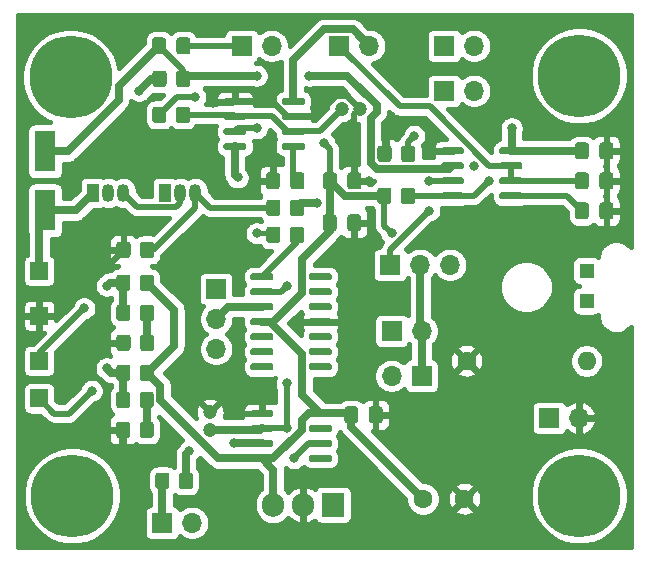
<source format=gbr>
%TF.GenerationSoftware,KiCad,Pcbnew,5.1.9-73d0e3b20d~88~ubuntu20.04.1*%
%TF.CreationDate,2021-04-18T23:12:53+02:00*%
%TF.ProjectId,interrupter,696e7465-7272-4757-9074-65722e6b6963,rev?*%
%TF.SameCoordinates,Original*%
%TF.FileFunction,Copper,L1,Top*%
%TF.FilePolarity,Positive*%
%FSLAX46Y46*%
G04 Gerber Fmt 4.6, Leading zero omitted, Abs format (unit mm)*
G04 Created by KiCad (PCBNEW 5.1.9-73d0e3b20d~88~ubuntu20.04.1) date 2021-04-18 23:12:53*
%MOMM*%
%LPD*%
G01*
G04 APERTURE LIST*
%TA.AperFunction,SMDPad,CuDef*%
%ADD10R,1.800000X3.500000*%
%TD*%
%TA.AperFunction,SMDPad,CuDef*%
%ADD11R,1.500000X1.500000*%
%TD*%
%TA.AperFunction,ComponentPad*%
%ADD12O,1.700000X1.700000*%
%TD*%
%TA.AperFunction,ComponentPad*%
%ADD13R,1.700000X1.700000*%
%TD*%
%TA.AperFunction,ComponentPad*%
%ADD14C,7.000000*%
%TD*%
%TA.AperFunction,ComponentPad*%
%ADD15R,1.208000X1.208000*%
%TD*%
%TA.AperFunction,ComponentPad*%
%ADD16O,1.905000X2.000000*%
%TD*%
%TA.AperFunction,ComponentPad*%
%ADD17R,1.905000X2.000000*%
%TD*%
%TA.AperFunction,ComponentPad*%
%ADD18O,1.600000X1.600000*%
%TD*%
%TA.AperFunction,ComponentPad*%
%ADD19C,1.600000*%
%TD*%
%TA.AperFunction,ComponentPad*%
%ADD20R,1.050000X1.500000*%
%TD*%
%TA.AperFunction,ComponentPad*%
%ADD21O,1.050000X1.500000*%
%TD*%
%TA.AperFunction,ComponentPad*%
%ADD22C,1.200000*%
%TD*%
%TA.AperFunction,ViaPad*%
%ADD23C,0.800000*%
%TD*%
%TA.AperFunction,Conductor*%
%ADD24C,0.508000*%
%TD*%
%TA.AperFunction,Conductor*%
%ADD25C,0.711200*%
%TD*%
%TA.AperFunction,Conductor*%
%ADD26C,0.406400*%
%TD*%
%TA.AperFunction,Conductor*%
%ADD27C,0.381000*%
%TD*%
%TA.AperFunction,Conductor*%
%ADD28C,0.100000*%
%TD*%
G04 APERTURE END LIST*
D10*
%TO.P,D1,2*%
%TO.N,Net-(C1-Pad1)*%
X175768000Y-86400000D03*
%TO.P,D1,1*%
%TO.N,+9V*%
X175768000Y-91400000D03*
%TD*%
D11*
%TO.P,OUT,1*%
%TO.N,Net-(J10-Pad2)*%
X175260000Y-107315000D03*
%TD*%
%TO.P,BME,1*%
%TO.N,BME*%
X175260000Y-104140000D03*
%TD*%
%TO.P,9V,1*%
%TO.N,+9V*%
X175260000Y-96520000D03*
%TD*%
%TO.P,GND,1*%
%TO.N,GND*%
X175260000Y-100330000D03*
%TD*%
D12*
%TO.P,J2,2*%
%TO.N,Net-(J2-Pad2)*%
X188214000Y-117856000D03*
D13*
%TO.P,J2,1*%
%TO.N,Net-(J2-Pad1)*%
X185674000Y-117856000D03*
%TD*%
D14*
%TO.P,REF\u002A\u002A,1*%
%TO.N,N/C*%
X220980000Y-115570000D03*
%TD*%
%TO.P,REF\u002A\u002A,1*%
%TO.N,N/C*%
X178054000Y-115570000D03*
%TD*%
D12*
%TO.P,J3,2*%
%TO.N,Net-(J3-Pad2)*%
X194945000Y-77470000D03*
D13*
%TO.P,J3,1*%
%TO.N,Net-(C1-Pad2)*%
X192405000Y-77470000D03*
%TD*%
D14*
%TO.P,REF\u002A\u002A,1*%
%TO.N,N/C*%
X177927000Y-80137000D03*
%TD*%
%TO.P,REF\u002A\u002A,1*%
%TO.N,N/C*%
X220980000Y-80010000D03*
%TD*%
D15*
%TO.P,U6,P$1*%
%TO.N,Net-(R14-Pad2)*%
X221615000Y-99090000D03*
%TO.P,U6,P$2*%
%TO.N,Net-(J10-Pad1)*%
X221615000Y-96490000D03*
%TD*%
%TO.P,U5,8*%
%TO.N,+9V*%
%TA.AperFunction,SMDPad,CuDef*%
G36*
G01*
X214225000Y-86510000D02*
X214225000Y-86210000D01*
G75*
G02*
X214375000Y-86060000I150000J0D01*
G01*
X216025000Y-86060000D01*
G75*
G02*
X216175000Y-86210000I0J-150000D01*
G01*
X216175000Y-86510000D01*
G75*
G02*
X216025000Y-86660000I-150000J0D01*
G01*
X214375000Y-86660000D01*
G75*
G02*
X214225000Y-86510000I0J150000D01*
G01*
G37*
%TD.AperFunction*%
%TO.P,U5,7*%
%TO.N,Net-(C11-Pad2)*%
%TA.AperFunction,SMDPad,CuDef*%
G36*
G01*
X214225000Y-87780000D02*
X214225000Y-87480000D01*
G75*
G02*
X214375000Y-87330000I150000J0D01*
G01*
X216025000Y-87330000D01*
G75*
G02*
X216175000Y-87480000I0J-150000D01*
G01*
X216175000Y-87780000D01*
G75*
G02*
X216025000Y-87930000I-150000J0D01*
G01*
X214375000Y-87930000D01*
G75*
G02*
X214225000Y-87780000I0J150000D01*
G01*
G37*
%TD.AperFunction*%
%TO.P,U5,6*%
%TA.AperFunction,SMDPad,CuDef*%
G36*
G01*
X214225000Y-89050000D02*
X214225000Y-88750000D01*
G75*
G02*
X214375000Y-88600000I150000J0D01*
G01*
X216025000Y-88600000D01*
G75*
G02*
X216175000Y-88750000I0J-150000D01*
G01*
X216175000Y-89050000D01*
G75*
G02*
X216025000Y-89200000I-150000J0D01*
G01*
X214375000Y-89200000D01*
G75*
G02*
X214225000Y-89050000I0J150000D01*
G01*
G37*
%TD.AperFunction*%
%TO.P,U5,5*%
%TO.N,Net-(C10-Pad1)*%
%TA.AperFunction,SMDPad,CuDef*%
G36*
G01*
X214225000Y-90320000D02*
X214225000Y-90020000D01*
G75*
G02*
X214375000Y-89870000I150000J0D01*
G01*
X216025000Y-89870000D01*
G75*
G02*
X216175000Y-90020000I0J-150000D01*
G01*
X216175000Y-90320000D01*
G75*
G02*
X216025000Y-90470000I-150000J0D01*
G01*
X214375000Y-90470000D01*
G75*
G02*
X214225000Y-90320000I0J150000D01*
G01*
G37*
%TD.AperFunction*%
%TO.P,U5,4*%
%TO.N,Net-(J5-Pad2)*%
%TA.AperFunction,SMDPad,CuDef*%
G36*
G01*
X209275000Y-90320000D02*
X209275000Y-90020000D01*
G75*
G02*
X209425000Y-89870000I150000J0D01*
G01*
X211075000Y-89870000D01*
G75*
G02*
X211225000Y-90020000I0J-150000D01*
G01*
X211225000Y-90320000D01*
G75*
G02*
X211075000Y-90470000I-150000J0D01*
G01*
X209425000Y-90470000D01*
G75*
G02*
X209275000Y-90320000I0J150000D01*
G01*
G37*
%TD.AperFunction*%
%TO.P,U5,3*%
%TO.N,Net-(J8-Pad1)*%
%TA.AperFunction,SMDPad,CuDef*%
G36*
G01*
X209275000Y-89050000D02*
X209275000Y-88750000D01*
G75*
G02*
X209425000Y-88600000I150000J0D01*
G01*
X211075000Y-88600000D01*
G75*
G02*
X211225000Y-88750000I0J-150000D01*
G01*
X211225000Y-89050000D01*
G75*
G02*
X211075000Y-89200000I-150000J0D01*
G01*
X209425000Y-89200000D01*
G75*
G02*
X209275000Y-89050000I0J150000D01*
G01*
G37*
%TD.AperFunction*%
%TO.P,U5,2*%
%TO.N,Net-(C1-Pad1)*%
%TA.AperFunction,SMDPad,CuDef*%
G36*
G01*
X209275000Y-87780000D02*
X209275000Y-87480000D01*
G75*
G02*
X209425000Y-87330000I150000J0D01*
G01*
X211075000Y-87330000D01*
G75*
G02*
X211225000Y-87480000I0J-150000D01*
G01*
X211225000Y-87780000D01*
G75*
G02*
X211075000Y-87930000I-150000J0D01*
G01*
X209425000Y-87930000D01*
G75*
G02*
X209275000Y-87780000I0J150000D01*
G01*
G37*
%TD.AperFunction*%
%TO.P,U5,1*%
%TO.N,GND*%
%TA.AperFunction,SMDPad,CuDef*%
G36*
G01*
X209275000Y-86510000D02*
X209275000Y-86210000D01*
G75*
G02*
X209425000Y-86060000I150000J0D01*
G01*
X211075000Y-86060000D01*
G75*
G02*
X211225000Y-86210000I0J-150000D01*
G01*
X211225000Y-86510000D01*
G75*
G02*
X211075000Y-86660000I-150000J0D01*
G01*
X209425000Y-86660000D01*
G75*
G02*
X209275000Y-86510000I0J150000D01*
G01*
G37*
%TD.AperFunction*%
%TD*%
%TO.P,U4,14*%
%TO.N,N/C*%
%TA.AperFunction,SMDPad,CuDef*%
G36*
G01*
X198096000Y-97178000D02*
X198096000Y-96878000D01*
G75*
G02*
X198246000Y-96728000I150000J0D01*
G01*
X199896000Y-96728000D01*
G75*
G02*
X200046000Y-96878000I0J-150000D01*
G01*
X200046000Y-97178000D01*
G75*
G02*
X199896000Y-97328000I-150000J0D01*
G01*
X198246000Y-97328000D01*
G75*
G02*
X198096000Y-97178000I0J150000D01*
G01*
G37*
%TD.AperFunction*%
%TO.P,U4,13*%
%TA.AperFunction,SMDPad,CuDef*%
G36*
G01*
X198096000Y-98448000D02*
X198096000Y-98148000D01*
G75*
G02*
X198246000Y-97998000I150000J0D01*
G01*
X199896000Y-97998000D01*
G75*
G02*
X200046000Y-98148000I0J-150000D01*
G01*
X200046000Y-98448000D01*
G75*
G02*
X199896000Y-98598000I-150000J0D01*
G01*
X198246000Y-98598000D01*
G75*
G02*
X198096000Y-98448000I0J150000D01*
G01*
G37*
%TD.AperFunction*%
%TO.P,U4,12*%
%TA.AperFunction,SMDPad,CuDef*%
G36*
G01*
X198096000Y-99718000D02*
X198096000Y-99418000D01*
G75*
G02*
X198246000Y-99268000I150000J0D01*
G01*
X199896000Y-99268000D01*
G75*
G02*
X200046000Y-99418000I0J-150000D01*
G01*
X200046000Y-99718000D01*
G75*
G02*
X199896000Y-99868000I-150000J0D01*
G01*
X198246000Y-99868000D01*
G75*
G02*
X198096000Y-99718000I0J150000D01*
G01*
G37*
%TD.AperFunction*%
%TO.P,U4,11*%
%TO.N,GND*%
%TA.AperFunction,SMDPad,CuDef*%
G36*
G01*
X198096000Y-100988000D02*
X198096000Y-100688000D01*
G75*
G02*
X198246000Y-100538000I150000J0D01*
G01*
X199896000Y-100538000D01*
G75*
G02*
X200046000Y-100688000I0J-150000D01*
G01*
X200046000Y-100988000D01*
G75*
G02*
X199896000Y-101138000I-150000J0D01*
G01*
X198246000Y-101138000D01*
G75*
G02*
X198096000Y-100988000I0J150000D01*
G01*
G37*
%TD.AperFunction*%
%TO.P,U4,10*%
%TO.N,N/C*%
%TA.AperFunction,SMDPad,CuDef*%
G36*
G01*
X198096000Y-102258000D02*
X198096000Y-101958000D01*
G75*
G02*
X198246000Y-101808000I150000J0D01*
G01*
X199896000Y-101808000D01*
G75*
G02*
X200046000Y-101958000I0J-150000D01*
G01*
X200046000Y-102258000D01*
G75*
G02*
X199896000Y-102408000I-150000J0D01*
G01*
X198246000Y-102408000D01*
G75*
G02*
X198096000Y-102258000I0J150000D01*
G01*
G37*
%TD.AperFunction*%
%TO.P,U4,9*%
%TA.AperFunction,SMDPad,CuDef*%
G36*
G01*
X198096000Y-103528000D02*
X198096000Y-103228000D01*
G75*
G02*
X198246000Y-103078000I150000J0D01*
G01*
X199896000Y-103078000D01*
G75*
G02*
X200046000Y-103228000I0J-150000D01*
G01*
X200046000Y-103528000D01*
G75*
G02*
X199896000Y-103678000I-150000J0D01*
G01*
X198246000Y-103678000D01*
G75*
G02*
X198096000Y-103528000I0J150000D01*
G01*
G37*
%TD.AperFunction*%
%TO.P,U4,8*%
%TA.AperFunction,SMDPad,CuDef*%
G36*
G01*
X198096000Y-104798000D02*
X198096000Y-104498000D01*
G75*
G02*
X198246000Y-104348000I150000J0D01*
G01*
X199896000Y-104348000D01*
G75*
G02*
X200046000Y-104498000I0J-150000D01*
G01*
X200046000Y-104798000D01*
G75*
G02*
X199896000Y-104948000I-150000J0D01*
G01*
X198246000Y-104948000D01*
G75*
G02*
X198096000Y-104798000I0J150000D01*
G01*
G37*
%TD.AperFunction*%
%TO.P,U4,7*%
%TA.AperFunction,SMDPad,CuDef*%
G36*
G01*
X193146000Y-104798000D02*
X193146000Y-104498000D01*
G75*
G02*
X193296000Y-104348000I150000J0D01*
G01*
X194946000Y-104348000D01*
G75*
G02*
X195096000Y-104498000I0J-150000D01*
G01*
X195096000Y-104798000D01*
G75*
G02*
X194946000Y-104948000I-150000J0D01*
G01*
X193296000Y-104948000D01*
G75*
G02*
X193146000Y-104798000I0J150000D01*
G01*
G37*
%TD.AperFunction*%
%TO.P,U4,6*%
%TA.AperFunction,SMDPad,CuDef*%
G36*
G01*
X193146000Y-103528000D02*
X193146000Y-103228000D01*
G75*
G02*
X193296000Y-103078000I150000J0D01*
G01*
X194946000Y-103078000D01*
G75*
G02*
X195096000Y-103228000I0J-150000D01*
G01*
X195096000Y-103528000D01*
G75*
G02*
X194946000Y-103678000I-150000J0D01*
G01*
X193296000Y-103678000D01*
G75*
G02*
X193146000Y-103528000I0J150000D01*
G01*
G37*
%TD.AperFunction*%
%TO.P,U4,5*%
%TA.AperFunction,SMDPad,CuDef*%
G36*
G01*
X193146000Y-102258000D02*
X193146000Y-101958000D01*
G75*
G02*
X193296000Y-101808000I150000J0D01*
G01*
X194946000Y-101808000D01*
G75*
G02*
X195096000Y-101958000I0J-150000D01*
G01*
X195096000Y-102258000D01*
G75*
G02*
X194946000Y-102408000I-150000J0D01*
G01*
X193296000Y-102408000D01*
G75*
G02*
X193146000Y-102258000I0J150000D01*
G01*
G37*
%TD.AperFunction*%
%TO.P,U4,4*%
%TO.N,+9V*%
%TA.AperFunction,SMDPad,CuDef*%
G36*
G01*
X193146000Y-100988000D02*
X193146000Y-100688000D01*
G75*
G02*
X193296000Y-100538000I150000J0D01*
G01*
X194946000Y-100538000D01*
G75*
G02*
X195096000Y-100688000I0J-150000D01*
G01*
X195096000Y-100988000D01*
G75*
G02*
X194946000Y-101138000I-150000J0D01*
G01*
X193296000Y-101138000D01*
G75*
G02*
X193146000Y-100988000I0J150000D01*
G01*
G37*
%TD.AperFunction*%
%TO.P,U4,3*%
%TO.N,Net-(J4-Pad2)*%
%TA.AperFunction,SMDPad,CuDef*%
G36*
G01*
X193146000Y-99718000D02*
X193146000Y-99418000D01*
G75*
G02*
X193296000Y-99268000I150000J0D01*
G01*
X194946000Y-99268000D01*
G75*
G02*
X195096000Y-99418000I0J-150000D01*
G01*
X195096000Y-99718000D01*
G75*
G02*
X194946000Y-99868000I-150000J0D01*
G01*
X193296000Y-99868000D01*
G75*
G02*
X193146000Y-99718000I0J150000D01*
G01*
G37*
%TD.AperFunction*%
%TO.P,U4,2*%
%TO.N,Net-(C6-Pad1)*%
%TA.AperFunction,SMDPad,CuDef*%
G36*
G01*
X193146000Y-98448000D02*
X193146000Y-98148000D01*
G75*
G02*
X193296000Y-97998000I150000J0D01*
G01*
X194946000Y-97998000D01*
G75*
G02*
X195096000Y-98148000I0J-150000D01*
G01*
X195096000Y-98448000D01*
G75*
G02*
X194946000Y-98598000I-150000J0D01*
G01*
X193296000Y-98598000D01*
G75*
G02*
X193146000Y-98448000I0J150000D01*
G01*
G37*
%TD.AperFunction*%
%TO.P,U4,1*%
%TO.N,Net-(R11-Pad1)*%
%TA.AperFunction,SMDPad,CuDef*%
G36*
G01*
X193146000Y-97178000D02*
X193146000Y-96878000D01*
G75*
G02*
X193296000Y-96728000I150000J0D01*
G01*
X194946000Y-96728000D01*
G75*
G02*
X195096000Y-96878000I0J-150000D01*
G01*
X195096000Y-97178000D01*
G75*
G02*
X194946000Y-97328000I-150000J0D01*
G01*
X193296000Y-97328000D01*
G75*
G02*
X193146000Y-97178000I0J150000D01*
G01*
G37*
%TD.AperFunction*%
%TD*%
%TO.P,U3,8*%
%TO.N,+9V*%
%TA.AperFunction,SMDPad,CuDef*%
G36*
G01*
X195810000Y-82319000D02*
X195810000Y-82019000D01*
G75*
G02*
X195960000Y-81869000I150000J0D01*
G01*
X197610000Y-81869000D01*
G75*
G02*
X197760000Y-82019000I0J-150000D01*
G01*
X197760000Y-82319000D01*
G75*
G02*
X197610000Y-82469000I-150000J0D01*
G01*
X195960000Y-82469000D01*
G75*
G02*
X195810000Y-82319000I0J150000D01*
G01*
G37*
%TD.AperFunction*%
%TO.P,U3,7*%
%TO.N,GND*%
%TA.AperFunction,SMDPad,CuDef*%
G36*
G01*
X195810000Y-83589000D02*
X195810000Y-83289000D01*
G75*
G02*
X195960000Y-83139000I150000J0D01*
G01*
X197610000Y-83139000D01*
G75*
G02*
X197760000Y-83289000I0J-150000D01*
G01*
X197760000Y-83589000D01*
G75*
G02*
X197610000Y-83739000I-150000J0D01*
G01*
X195960000Y-83739000D01*
G75*
G02*
X195810000Y-83589000I0J150000D01*
G01*
G37*
%TD.AperFunction*%
%TO.P,U3,6*%
%TO.N,Net-(C4-Pad1)*%
%TA.AperFunction,SMDPad,CuDef*%
G36*
G01*
X195810000Y-84859000D02*
X195810000Y-84559000D01*
G75*
G02*
X195960000Y-84409000I150000J0D01*
G01*
X197610000Y-84409000D01*
G75*
G02*
X197760000Y-84559000I0J-150000D01*
G01*
X197760000Y-84859000D01*
G75*
G02*
X197610000Y-85009000I-150000J0D01*
G01*
X195960000Y-85009000D01*
G75*
G02*
X195810000Y-84859000I0J150000D01*
G01*
G37*
%TD.AperFunction*%
%TO.P,U3,5*%
%TO.N,Net-(C3-Pad2)*%
%TA.AperFunction,SMDPad,CuDef*%
G36*
G01*
X195810000Y-86129000D02*
X195810000Y-85829000D01*
G75*
G02*
X195960000Y-85679000I150000J0D01*
G01*
X197610000Y-85679000D01*
G75*
G02*
X197760000Y-85829000I0J-150000D01*
G01*
X197760000Y-86129000D01*
G75*
G02*
X197610000Y-86279000I-150000J0D01*
G01*
X195960000Y-86279000D01*
G75*
G02*
X195810000Y-86129000I0J150000D01*
G01*
G37*
%TD.AperFunction*%
%TO.P,U3,4*%
%TO.N,+9V*%
%TA.AperFunction,SMDPad,CuDef*%
G36*
G01*
X190860000Y-86129000D02*
X190860000Y-85829000D01*
G75*
G02*
X191010000Y-85679000I150000J0D01*
G01*
X192660000Y-85679000D01*
G75*
G02*
X192810000Y-85829000I0J-150000D01*
G01*
X192810000Y-86129000D01*
G75*
G02*
X192660000Y-86279000I-150000J0D01*
G01*
X191010000Y-86279000D01*
G75*
G02*
X190860000Y-86129000I0J150000D01*
G01*
G37*
%TD.AperFunction*%
%TO.P,U3,3*%
%TO.N,Net-(C1-Pad2)*%
%TA.AperFunction,SMDPad,CuDef*%
G36*
G01*
X190860000Y-84859000D02*
X190860000Y-84559000D01*
G75*
G02*
X191010000Y-84409000I150000J0D01*
G01*
X192660000Y-84409000D01*
G75*
G02*
X192810000Y-84559000I0J-150000D01*
G01*
X192810000Y-84859000D01*
G75*
G02*
X192660000Y-85009000I-150000J0D01*
G01*
X191010000Y-85009000D01*
G75*
G02*
X190860000Y-84859000I0J150000D01*
G01*
G37*
%TD.AperFunction*%
%TO.P,U3,2*%
%TO.N,Net-(C4-Pad1)*%
%TA.AperFunction,SMDPad,CuDef*%
G36*
G01*
X190860000Y-83589000D02*
X190860000Y-83289000D01*
G75*
G02*
X191010000Y-83139000I150000J0D01*
G01*
X192660000Y-83139000D01*
G75*
G02*
X192810000Y-83289000I0J-150000D01*
G01*
X192810000Y-83589000D01*
G75*
G02*
X192660000Y-83739000I-150000J0D01*
G01*
X191010000Y-83739000D01*
G75*
G02*
X190860000Y-83589000I0J150000D01*
G01*
G37*
%TD.AperFunction*%
%TO.P,U3,1*%
%TO.N,GND*%
%TA.AperFunction,SMDPad,CuDef*%
G36*
G01*
X190860000Y-82319000D02*
X190860000Y-82019000D01*
G75*
G02*
X191010000Y-81869000I150000J0D01*
G01*
X192660000Y-81869000D01*
G75*
G02*
X192810000Y-82019000I0J-150000D01*
G01*
X192810000Y-82319000D01*
G75*
G02*
X192660000Y-82469000I-150000J0D01*
G01*
X191010000Y-82469000D01*
G75*
G02*
X190860000Y-82319000I0J150000D01*
G01*
G37*
%TD.AperFunction*%
%TD*%
%TO.P,U2,8*%
%TO.N,+9V*%
%TA.AperFunction,SMDPad,CuDef*%
G36*
G01*
X198096000Y-108735000D02*
X198096000Y-108435000D01*
G75*
G02*
X198246000Y-108285000I150000J0D01*
G01*
X199896000Y-108285000D01*
G75*
G02*
X200046000Y-108435000I0J-150000D01*
G01*
X200046000Y-108735000D01*
G75*
G02*
X199896000Y-108885000I-150000J0D01*
G01*
X198246000Y-108885000D01*
G75*
G02*
X198096000Y-108735000I0J150000D01*
G01*
G37*
%TD.AperFunction*%
%TO.P,U2,7*%
%TO.N,Net-(U2-Pad7)*%
%TA.AperFunction,SMDPad,CuDef*%
G36*
G01*
X198096000Y-110005000D02*
X198096000Y-109705000D01*
G75*
G02*
X198246000Y-109555000I150000J0D01*
G01*
X199896000Y-109555000D01*
G75*
G02*
X200046000Y-109705000I0J-150000D01*
G01*
X200046000Y-110005000D01*
G75*
G02*
X199896000Y-110155000I-150000J0D01*
G01*
X198246000Y-110155000D01*
G75*
G02*
X198096000Y-110005000I0J150000D01*
G01*
G37*
%TD.AperFunction*%
%TO.P,U2,6*%
%TO.N,Net-(C6-Pad1)*%
%TA.AperFunction,SMDPad,CuDef*%
G36*
G01*
X198096000Y-111275000D02*
X198096000Y-110975000D01*
G75*
G02*
X198246000Y-110825000I150000J0D01*
G01*
X199896000Y-110825000D01*
G75*
G02*
X200046000Y-110975000I0J-150000D01*
G01*
X200046000Y-111275000D01*
G75*
G02*
X199896000Y-111425000I-150000J0D01*
G01*
X198246000Y-111425000D01*
G75*
G02*
X198096000Y-111275000I0J150000D01*
G01*
G37*
%TD.AperFunction*%
%TO.P,U2,5*%
%TO.N,Net-(U2-Pad5)*%
%TA.AperFunction,SMDPad,CuDef*%
G36*
G01*
X198096000Y-112545000D02*
X198096000Y-112245000D01*
G75*
G02*
X198246000Y-112095000I150000J0D01*
G01*
X199896000Y-112095000D01*
G75*
G02*
X200046000Y-112245000I0J-150000D01*
G01*
X200046000Y-112545000D01*
G75*
G02*
X199896000Y-112695000I-150000J0D01*
G01*
X198246000Y-112695000D01*
G75*
G02*
X198096000Y-112545000I0J150000D01*
G01*
G37*
%TD.AperFunction*%
%TO.P,U2,4*%
%TO.N,+9V*%
%TA.AperFunction,SMDPad,CuDef*%
G36*
G01*
X193146000Y-112545000D02*
X193146000Y-112245000D01*
G75*
G02*
X193296000Y-112095000I150000J0D01*
G01*
X194946000Y-112095000D01*
G75*
G02*
X195096000Y-112245000I0J-150000D01*
G01*
X195096000Y-112545000D01*
G75*
G02*
X194946000Y-112695000I-150000J0D01*
G01*
X193296000Y-112695000D01*
G75*
G02*
X193146000Y-112545000I0J150000D01*
G01*
G37*
%TD.AperFunction*%
%TO.P,U2,3*%
%TO.N,Net-(J2-Pad2)*%
%TA.AperFunction,SMDPad,CuDef*%
G36*
G01*
X193146000Y-111275000D02*
X193146000Y-110975000D01*
G75*
G02*
X193296000Y-110825000I150000J0D01*
G01*
X194946000Y-110825000D01*
G75*
G02*
X195096000Y-110975000I0J-150000D01*
G01*
X195096000Y-111275000D01*
G75*
G02*
X194946000Y-111425000I-150000J0D01*
G01*
X193296000Y-111425000D01*
G75*
G02*
X193146000Y-111275000I0J150000D01*
G01*
G37*
%TD.AperFunction*%
%TO.P,U2,2*%
%TO.N,Net-(C6-Pad1)*%
%TA.AperFunction,SMDPad,CuDef*%
G36*
G01*
X193146000Y-110005000D02*
X193146000Y-109705000D01*
G75*
G02*
X193296000Y-109555000I150000J0D01*
G01*
X194946000Y-109555000D01*
G75*
G02*
X195096000Y-109705000I0J-150000D01*
G01*
X195096000Y-110005000D01*
G75*
G02*
X194946000Y-110155000I-150000J0D01*
G01*
X193296000Y-110155000D01*
G75*
G02*
X193146000Y-110005000I0J150000D01*
G01*
G37*
%TD.AperFunction*%
%TO.P,U2,1*%
%TO.N,GND*%
%TA.AperFunction,SMDPad,CuDef*%
G36*
G01*
X193146000Y-108735000D02*
X193146000Y-108435000D01*
G75*
G02*
X193296000Y-108285000I150000J0D01*
G01*
X194946000Y-108285000D01*
G75*
G02*
X195096000Y-108435000I0J-150000D01*
G01*
X195096000Y-108735000D01*
G75*
G02*
X194946000Y-108885000I-150000J0D01*
G01*
X193296000Y-108885000D01*
G75*
G02*
X193146000Y-108735000I0J150000D01*
G01*
G37*
%TD.AperFunction*%
%TD*%
D16*
%TO.P,U1,3*%
%TO.N,+9V*%
X195072000Y-116332000D03*
%TO.P,U1,2*%
%TO.N,GND*%
X197612000Y-116332000D03*
D17*
%TO.P,U1,1*%
%TO.N,Net-(J1-Pad1)*%
X200152000Y-116332000D03*
%TD*%
%TO.P,R15,2*%
%TO.N,BME*%
%TA.AperFunction,SMDPad,CuDef*%
G36*
G01*
X196488000Y-91636001D02*
X196488000Y-90735999D01*
G75*
G02*
X196737999Y-90486000I249999J0D01*
G01*
X197438001Y-90486000D01*
G75*
G02*
X197688000Y-90735999I0J-249999D01*
G01*
X197688000Y-91636001D01*
G75*
G02*
X197438001Y-91886000I-249999J0D01*
G01*
X196737999Y-91886000D01*
G75*
G02*
X196488000Y-91636001I0J249999D01*
G01*
G37*
%TD.AperFunction*%
%TO.P,R15,1*%
%TO.N,Net-(Q2-Pad3)*%
%TA.AperFunction,SMDPad,CuDef*%
G36*
G01*
X194488000Y-91636001D02*
X194488000Y-90735999D01*
G75*
G02*
X194737999Y-90486000I249999J0D01*
G01*
X195438001Y-90486000D01*
G75*
G02*
X195688000Y-90735999I0J-249999D01*
G01*
X195688000Y-91636001D01*
G75*
G02*
X195438001Y-91886000I-249999J0D01*
G01*
X194737999Y-91886000D01*
G75*
G02*
X194488000Y-91636001I0J249999D01*
G01*
G37*
%TD.AperFunction*%
%TD*%
D18*
%TO.P,R14,2*%
%TO.N,Net-(R14-Pad2)*%
X221615000Y-104140000D03*
D19*
%TO.P,R14,1*%
%TO.N,GND*%
X211455000Y-104140000D03*
%TD*%
%TO.P,R13,2*%
%TO.N,Net-(Q2-Pad3)*%
%TA.AperFunction,SMDPad,CuDef*%
G36*
G01*
X183804000Y-95192001D02*
X183804000Y-94291999D01*
G75*
G02*
X184053999Y-94042000I249999J0D01*
G01*
X184754001Y-94042000D01*
G75*
G02*
X185004000Y-94291999I0J-249999D01*
G01*
X185004000Y-95192001D01*
G75*
G02*
X184754001Y-95442000I-249999J0D01*
G01*
X184053999Y-95442000D01*
G75*
G02*
X183804000Y-95192001I0J249999D01*
G01*
G37*
%TD.AperFunction*%
%TO.P,R13,1*%
%TO.N,GND*%
%TA.AperFunction,SMDPad,CuDef*%
G36*
G01*
X181804000Y-95192001D02*
X181804000Y-94291999D01*
G75*
G02*
X182053999Y-94042000I249999J0D01*
G01*
X182754001Y-94042000D01*
G75*
G02*
X183004000Y-94291999I0J-249999D01*
G01*
X183004000Y-95192001D01*
G75*
G02*
X182754001Y-95442000I-249999J0D01*
G01*
X182053999Y-95442000D01*
G75*
G02*
X181804000Y-95192001I0J249999D01*
G01*
G37*
%TD.AperFunction*%
%TD*%
%TO.P,R12,2*%
%TO.N,+9V*%
%TA.AperFunction,SMDPad,CuDef*%
G36*
G01*
X205086000Y-89719999D02*
X205086000Y-90620001D01*
G75*
G02*
X204836001Y-90870000I-249999J0D01*
G01*
X204135999Y-90870000D01*
G75*
G02*
X203886000Y-90620001I0J249999D01*
G01*
X203886000Y-89719999D01*
G75*
G02*
X204135999Y-89470000I249999J0D01*
G01*
X204836001Y-89470000D01*
G75*
G02*
X205086000Y-89719999I0J-249999D01*
G01*
G37*
%TD.AperFunction*%
%TO.P,R12,1*%
%TO.N,Net-(J5-Pad2)*%
%TA.AperFunction,SMDPad,CuDef*%
G36*
G01*
X207086000Y-89719999D02*
X207086000Y-90620001D01*
G75*
G02*
X206836001Y-90870000I-249999J0D01*
G01*
X206135999Y-90870000D01*
G75*
G02*
X205886000Y-90620001I0J249999D01*
G01*
X205886000Y-89719999D01*
G75*
G02*
X206135999Y-89470000I249999J0D01*
G01*
X206836001Y-89470000D01*
G75*
G02*
X207086000Y-89719999I0J-249999D01*
G01*
G37*
%TD.AperFunction*%
%TD*%
%TO.P,R11,2*%
%TO.N,Net-(Q1-Pad2)*%
%TA.AperFunction,SMDPad,CuDef*%
G36*
G01*
X195688000Y-93021999D02*
X195688000Y-93922001D01*
G75*
G02*
X195438001Y-94172000I-249999J0D01*
G01*
X194737999Y-94172000D01*
G75*
G02*
X194488000Y-93922001I0J249999D01*
G01*
X194488000Y-93021999D01*
G75*
G02*
X194737999Y-92772000I249999J0D01*
G01*
X195438001Y-92772000D01*
G75*
G02*
X195688000Y-93021999I0J-249999D01*
G01*
G37*
%TD.AperFunction*%
%TO.P,R11,1*%
%TO.N,Net-(R11-Pad1)*%
%TA.AperFunction,SMDPad,CuDef*%
G36*
G01*
X197688000Y-93021999D02*
X197688000Y-93922001D01*
G75*
G02*
X197438001Y-94172000I-249999J0D01*
G01*
X196737999Y-94172000D01*
G75*
G02*
X196488000Y-93922001I0J249999D01*
G01*
X196488000Y-93021999D01*
G75*
G02*
X196737999Y-92772000I249999J0D01*
G01*
X197438001Y-92772000D01*
G75*
G02*
X197688000Y-93021999I0J-249999D01*
G01*
G37*
%TD.AperFunction*%
%TD*%
%TO.P,R10,2*%
%TO.N,GND*%
%TA.AperFunction,SMDPad,CuDef*%
G36*
G01*
X205102000Y-86163999D02*
X205102000Y-87064001D01*
G75*
G02*
X204852001Y-87314000I-249999J0D01*
G01*
X204151999Y-87314000D01*
G75*
G02*
X203902000Y-87064001I0J249999D01*
G01*
X203902000Y-86163999D01*
G75*
G02*
X204151999Y-85914000I249999J0D01*
G01*
X204852001Y-85914000D01*
G75*
G02*
X205102000Y-86163999I0J-249999D01*
G01*
G37*
%TD.AperFunction*%
%TO.P,R10,1*%
%TO.N,Net-(J6-Pad1)*%
%TA.AperFunction,SMDPad,CuDef*%
G36*
G01*
X207102000Y-86163999D02*
X207102000Y-87064001D01*
G75*
G02*
X206852001Y-87314000I-249999J0D01*
G01*
X206151999Y-87314000D01*
G75*
G02*
X205902000Y-87064001I0J249999D01*
G01*
X205902000Y-86163999D01*
G75*
G02*
X206151999Y-85914000I249999J0D01*
G01*
X206852001Y-85914000D01*
G75*
G02*
X207102000Y-86163999I0J-249999D01*
G01*
G37*
%TD.AperFunction*%
%TD*%
%TO.P,R9,2*%
%TO.N,Net-(R7-Pad2)*%
%TA.AperFunction,SMDPad,CuDef*%
G36*
G01*
X183804000Y-103066001D02*
X183804000Y-102165999D01*
G75*
G02*
X184053999Y-101916000I249999J0D01*
G01*
X184754001Y-101916000D01*
G75*
G02*
X185004000Y-102165999I0J-249999D01*
G01*
X185004000Y-103066001D01*
G75*
G02*
X184754001Y-103316000I-249999J0D01*
G01*
X184053999Y-103316000D01*
G75*
G02*
X183804000Y-103066001I0J249999D01*
G01*
G37*
%TD.AperFunction*%
%TO.P,R9,1*%
%TO.N,GND*%
%TA.AperFunction,SMDPad,CuDef*%
G36*
G01*
X181804000Y-103066001D02*
X181804000Y-102165999D01*
G75*
G02*
X182053999Y-101916000I249999J0D01*
G01*
X182754001Y-101916000D01*
G75*
G02*
X183004000Y-102165999I0J-249999D01*
G01*
X183004000Y-103066001D01*
G75*
G02*
X182754001Y-103316000I-249999J0D01*
G01*
X182053999Y-103316000D01*
G75*
G02*
X181804000Y-103066001I0J249999D01*
G01*
G37*
%TD.AperFunction*%
%TD*%
%TO.P,R8,2*%
%TO.N,GND*%
%TA.AperFunction,SMDPad,CuDef*%
G36*
G01*
X182972000Y-109531999D02*
X182972000Y-110432001D01*
G75*
G02*
X182722001Y-110682000I-249999J0D01*
G01*
X182021999Y-110682000D01*
G75*
G02*
X181772000Y-110432001I0J249999D01*
G01*
X181772000Y-109531999D01*
G75*
G02*
X182021999Y-109282000I249999J0D01*
G01*
X182722001Y-109282000D01*
G75*
G02*
X182972000Y-109531999I0J-249999D01*
G01*
G37*
%TD.AperFunction*%
%TO.P,R8,1*%
%TO.N,Net-(R6-Pad1)*%
%TA.AperFunction,SMDPad,CuDef*%
G36*
G01*
X184972000Y-109531999D02*
X184972000Y-110432001D01*
G75*
G02*
X184722001Y-110682000I-249999J0D01*
G01*
X184021999Y-110682000D01*
G75*
G02*
X183772000Y-110432001I0J249999D01*
G01*
X183772000Y-109531999D01*
G75*
G02*
X184021999Y-109282000I249999J0D01*
G01*
X184722001Y-109282000D01*
G75*
G02*
X184972000Y-109531999I0J-249999D01*
G01*
G37*
%TD.AperFunction*%
%TD*%
%TO.P,R7,2*%
%TO.N,Net-(R7-Pad2)*%
%TA.AperFunction,SMDPad,CuDef*%
G36*
G01*
X183788000Y-100526001D02*
X183788000Y-99625999D01*
G75*
G02*
X184037999Y-99376000I249999J0D01*
G01*
X184738001Y-99376000D01*
G75*
G02*
X184988000Y-99625999I0J-249999D01*
G01*
X184988000Y-100526001D01*
G75*
G02*
X184738001Y-100776000I-249999J0D01*
G01*
X184037999Y-100776000D01*
G75*
G02*
X183788000Y-100526001I0J249999D01*
G01*
G37*
%TD.AperFunction*%
%TO.P,R7,1*%
%TO.N,Net-(J4-Pad1)*%
%TA.AperFunction,SMDPad,CuDef*%
G36*
G01*
X181788000Y-100526001D02*
X181788000Y-99625999D01*
G75*
G02*
X182037999Y-99376000I249999J0D01*
G01*
X182738001Y-99376000D01*
G75*
G02*
X182988000Y-99625999I0J-249999D01*
G01*
X182988000Y-100526001D01*
G75*
G02*
X182738001Y-100776000I-249999J0D01*
G01*
X182037999Y-100776000D01*
G75*
G02*
X181788000Y-100526001I0J249999D01*
G01*
G37*
%TD.AperFunction*%
%TD*%
%TO.P,R6,2*%
%TO.N,Net-(J4-Pad3)*%
%TA.AperFunction,SMDPad,CuDef*%
G36*
G01*
X182972000Y-106991999D02*
X182972000Y-107892001D01*
G75*
G02*
X182722001Y-108142000I-249999J0D01*
G01*
X182021999Y-108142000D01*
G75*
G02*
X181772000Y-107892001I0J249999D01*
G01*
X181772000Y-106991999D01*
G75*
G02*
X182021999Y-106742000I249999J0D01*
G01*
X182722001Y-106742000D01*
G75*
G02*
X182972000Y-106991999I0J-249999D01*
G01*
G37*
%TD.AperFunction*%
%TO.P,R6,1*%
%TO.N,Net-(R6-Pad1)*%
%TA.AperFunction,SMDPad,CuDef*%
G36*
G01*
X184972000Y-106991999D02*
X184972000Y-107892001D01*
G75*
G02*
X184722001Y-108142000I-249999J0D01*
G01*
X184021999Y-108142000D01*
G75*
G02*
X183772000Y-107892001I0J249999D01*
G01*
X183772000Y-106991999D01*
G75*
G02*
X184021999Y-106742000I249999J0D01*
G01*
X184722001Y-106742000D01*
G75*
G02*
X184972000Y-106991999I0J-249999D01*
G01*
G37*
%TD.AperFunction*%
%TD*%
%TO.P,R5,2*%
%TO.N,+9V*%
%TA.AperFunction,SMDPad,CuDef*%
G36*
G01*
X183788000Y-97986001D02*
X183788000Y-97085999D01*
G75*
G02*
X184037999Y-96836000I249999J0D01*
G01*
X184738001Y-96836000D01*
G75*
G02*
X184988000Y-97085999I0J-249999D01*
G01*
X184988000Y-97986001D01*
G75*
G02*
X184738001Y-98236000I-249999J0D01*
G01*
X184037999Y-98236000D01*
G75*
G02*
X183788000Y-97986001I0J249999D01*
G01*
G37*
%TD.AperFunction*%
%TO.P,R5,1*%
%TO.N,Net-(J4-Pad1)*%
%TA.AperFunction,SMDPad,CuDef*%
G36*
G01*
X181788000Y-97986001D02*
X181788000Y-97085999D01*
G75*
G02*
X182037999Y-96836000I249999J0D01*
G01*
X182738001Y-96836000D01*
G75*
G02*
X182988000Y-97085999I0J-249999D01*
G01*
X182988000Y-97986001D01*
G75*
G02*
X182738001Y-98236000I-249999J0D01*
G01*
X182037999Y-98236000D01*
G75*
G02*
X181788000Y-97986001I0J249999D01*
G01*
G37*
%TD.AperFunction*%
%TD*%
%TO.P,R4,2*%
%TO.N,Net-(J4-Pad3)*%
%TA.AperFunction,SMDPad,CuDef*%
G36*
G01*
X182988000Y-104705999D02*
X182988000Y-105606001D01*
G75*
G02*
X182738001Y-105856000I-249999J0D01*
G01*
X182037999Y-105856000D01*
G75*
G02*
X181788000Y-105606001I0J249999D01*
G01*
X181788000Y-104705999D01*
G75*
G02*
X182037999Y-104456000I249999J0D01*
G01*
X182738001Y-104456000D01*
G75*
G02*
X182988000Y-104705999I0J-249999D01*
G01*
G37*
%TD.AperFunction*%
%TO.P,R4,1*%
%TO.N,+9V*%
%TA.AperFunction,SMDPad,CuDef*%
G36*
G01*
X184988000Y-104705999D02*
X184988000Y-105606001D01*
G75*
G02*
X184738001Y-105856000I-249999J0D01*
G01*
X184037999Y-105856000D01*
G75*
G02*
X183788000Y-105606001I0J249999D01*
G01*
X183788000Y-104705999D01*
G75*
G02*
X184037999Y-104456000I249999J0D01*
G01*
X184738001Y-104456000D01*
G75*
G02*
X184988000Y-104705999I0J-249999D01*
G01*
G37*
%TD.AperFunction*%
%TD*%
%TO.P,R3,2*%
%TO.N,Net-(C4-Pad1)*%
%TA.AperFunction,SMDPad,CuDef*%
G36*
G01*
X186836000Y-83762001D02*
X186836000Y-82861999D01*
G75*
G02*
X187085999Y-82612000I249999J0D01*
G01*
X187786001Y-82612000D01*
G75*
G02*
X188036000Y-82861999I0J-249999D01*
G01*
X188036000Y-83762001D01*
G75*
G02*
X187786001Y-84012000I-249999J0D01*
G01*
X187085999Y-84012000D01*
G75*
G02*
X186836000Y-83762001I0J249999D01*
G01*
G37*
%TD.AperFunction*%
%TO.P,R3,1*%
%TO.N,Net-(J3-Pad2)*%
%TA.AperFunction,SMDPad,CuDef*%
G36*
G01*
X184836000Y-83762001D02*
X184836000Y-82861999D01*
G75*
G02*
X185085999Y-82612000I249999J0D01*
G01*
X185786001Y-82612000D01*
G75*
G02*
X186036000Y-82861999I0J-249999D01*
G01*
X186036000Y-83762001D01*
G75*
G02*
X185786001Y-84012000I-249999J0D01*
G01*
X185085999Y-84012000D01*
G75*
G02*
X184836000Y-83762001I0J249999D01*
G01*
G37*
%TD.AperFunction*%
%TD*%
%TO.P,R2,2*%
%TO.N,Net-(C1-Pad1)*%
%TA.AperFunction,SMDPad,CuDef*%
G36*
G01*
X186852000Y-80714001D02*
X186852000Y-79813999D01*
G75*
G02*
X187101999Y-79564000I249999J0D01*
G01*
X187802001Y-79564000D01*
G75*
G02*
X188052000Y-79813999I0J-249999D01*
G01*
X188052000Y-80714001D01*
G75*
G02*
X187802001Y-80964000I-249999J0D01*
G01*
X187101999Y-80964000D01*
G75*
G02*
X186852000Y-80714001I0J249999D01*
G01*
G37*
%TD.AperFunction*%
%TO.P,R2,1*%
%TO.N,+9V*%
%TA.AperFunction,SMDPad,CuDef*%
G36*
G01*
X184852000Y-80714001D02*
X184852000Y-79813999D01*
G75*
G02*
X185101999Y-79564000I249999J0D01*
G01*
X185802001Y-79564000D01*
G75*
G02*
X186052000Y-79813999I0J-249999D01*
G01*
X186052000Y-80714001D01*
G75*
G02*
X185802001Y-80964000I-249999J0D01*
G01*
X185101999Y-80964000D01*
G75*
G02*
X184852000Y-80714001I0J249999D01*
G01*
G37*
%TD.AperFunction*%
%TD*%
%TO.P,R1,2*%
%TO.N,Net-(J2-Pad1)*%
%TA.AperFunction,SMDPad,CuDef*%
G36*
G01*
X186290000Y-113849999D02*
X186290000Y-114750001D01*
G75*
G02*
X186040001Y-115000000I-249999J0D01*
G01*
X185339999Y-115000000D01*
G75*
G02*
X185090000Y-114750001I0J249999D01*
G01*
X185090000Y-113849999D01*
G75*
G02*
X185339999Y-113600000I249999J0D01*
G01*
X186040001Y-113600000D01*
G75*
G02*
X186290000Y-113849999I0J-249999D01*
G01*
G37*
%TD.AperFunction*%
%TO.P,R1,1*%
%TO.N,Net-(C6-Pad1)*%
%TA.AperFunction,SMDPad,CuDef*%
G36*
G01*
X188290000Y-113849999D02*
X188290000Y-114750001D01*
G75*
G02*
X188040001Y-115000000I-249999J0D01*
G01*
X187339999Y-115000000D01*
G75*
G02*
X187090000Y-114750001I0J249999D01*
G01*
X187090000Y-113849999D01*
G75*
G02*
X187339999Y-113600000I249999J0D01*
G01*
X188040001Y-113600000D01*
G75*
G02*
X188290000Y-113849999I0J-249999D01*
G01*
G37*
%TD.AperFunction*%
%TD*%
D20*
%TO.P,Q2,1*%
%TO.N,+9V*%
X185928000Y-89916000D03*
D21*
%TO.P,Q2,3*%
%TO.N,Net-(Q2-Pad3)*%
X188468000Y-89916000D03*
%TO.P,Q2,2*%
%TO.N,Net-(Q1-Pad3)*%
X187198000Y-89916000D03*
%TD*%
D20*
%TO.P,Q1,1*%
%TO.N,+9V*%
X179832000Y-89916000D03*
D21*
%TO.P,Q1,3*%
%TO.N,Net-(Q1-Pad3)*%
X182372000Y-89916000D03*
%TO.P,Q1,2*%
%TO.N,Net-(Q1-Pad2)*%
X181102000Y-89916000D03*
%TD*%
D12*
%TO.P,J10,2*%
%TO.N,Net-(J10-Pad2)*%
X207645000Y-101600000D03*
D13*
%TO.P,J10,1*%
%TO.N,Net-(J10-Pad1)*%
X205105000Y-101600000D03*
%TD*%
D12*
%TO.P,J8,3*%
%TO.N,BME*%
X210058000Y-96012000D03*
%TO.P,J8,2*%
%TO.N,Net-(J10-Pad2)*%
X207518000Y-96012000D03*
D13*
%TO.P,J8,1*%
%TO.N,Net-(J8-Pad1)*%
X204978000Y-96012000D03*
%TD*%
D12*
%TO.P,J7,2*%
%TO.N,Net-(J10-Pad1)*%
X205105000Y-105410000D03*
D13*
%TO.P,J7,1*%
%TO.N,Net-(J10-Pad2)*%
X207645000Y-105410000D03*
%TD*%
D12*
%TO.P,J6,2*%
%TO.N,Net-(J5-Pad2)*%
X212090000Y-81280000D03*
D13*
%TO.P,J6,1*%
%TO.N,Net-(J6-Pad1)*%
X209550000Y-81280000D03*
%TD*%
D12*
%TO.P,J5,2*%
%TO.N,Net-(J5-Pad2)*%
X212090000Y-77470000D03*
D13*
%TO.P,J5,1*%
%TO.N,BME*%
X209550000Y-77470000D03*
%TD*%
D12*
%TO.P,J4,3*%
%TO.N,Net-(J4-Pad3)*%
X190246000Y-103124000D03*
%TO.P,J4,2*%
%TO.N,Net-(J4-Pad2)*%
X190246000Y-100584000D03*
D13*
%TO.P,J4,1*%
%TO.N,Net-(J4-Pad1)*%
X190246000Y-98044000D03*
%TD*%
D12*
%TO.P,J1,2*%
%TO.N,GND*%
X220980000Y-108966000D03*
D13*
%TO.P,J1,1*%
%TO.N,Net-(J1-Pad1)*%
X218440000Y-108966000D03*
%TD*%
%TO.P,C11,2*%
%TO.N,Net-(C11-Pad2)*%
%TA.AperFunction,SMDPad,CuDef*%
G36*
G01*
X221800000Y-88425000D02*
X221800000Y-89375000D01*
G75*
G02*
X221550000Y-89625000I-250000J0D01*
G01*
X220875000Y-89625000D01*
G75*
G02*
X220625000Y-89375000I0J250000D01*
G01*
X220625000Y-88425000D01*
G75*
G02*
X220875000Y-88175000I250000J0D01*
G01*
X221550000Y-88175000D01*
G75*
G02*
X221800000Y-88425000I0J-250000D01*
G01*
G37*
%TD.AperFunction*%
%TO.P,C11,1*%
%TO.N,GND*%
%TA.AperFunction,SMDPad,CuDef*%
G36*
G01*
X223875000Y-88425000D02*
X223875000Y-89375000D01*
G75*
G02*
X223625000Y-89625000I-250000J0D01*
G01*
X222950000Y-89625000D01*
G75*
G02*
X222700000Y-89375000I0J250000D01*
G01*
X222700000Y-88425000D01*
G75*
G02*
X222950000Y-88175000I250000J0D01*
G01*
X223625000Y-88175000D01*
G75*
G02*
X223875000Y-88425000I0J-250000D01*
G01*
G37*
%TD.AperFunction*%
%TD*%
%TO.P,C10,2*%
%TO.N,GND*%
%TA.AperFunction,SMDPad,CuDef*%
G36*
G01*
X222700000Y-91915000D02*
X222700000Y-90965000D01*
G75*
G02*
X222950000Y-90715000I250000J0D01*
G01*
X223625000Y-90715000D01*
G75*
G02*
X223875000Y-90965000I0J-250000D01*
G01*
X223875000Y-91915000D01*
G75*
G02*
X223625000Y-92165000I-250000J0D01*
G01*
X222950000Y-92165000D01*
G75*
G02*
X222700000Y-91915000I0J250000D01*
G01*
G37*
%TD.AperFunction*%
%TO.P,C10,1*%
%TO.N,Net-(C10-Pad1)*%
%TA.AperFunction,SMDPad,CuDef*%
G36*
G01*
X220625000Y-91915000D02*
X220625000Y-90965000D01*
G75*
G02*
X220875000Y-90715000I250000J0D01*
G01*
X221550000Y-90715000D01*
G75*
G02*
X221800000Y-90965000I0J-250000D01*
G01*
X221800000Y-91915000D01*
G75*
G02*
X221550000Y-92165000I-250000J0D01*
G01*
X220875000Y-92165000D01*
G75*
G02*
X220625000Y-91915000I0J250000D01*
G01*
G37*
%TD.AperFunction*%
%TD*%
D19*
%TO.P,C9,2*%
%TO.N,GND*%
X211272000Y-115824000D03*
%TO.P,C9,1*%
%TO.N,+9V*%
X207772000Y-115824000D03*
%TD*%
%TO.P,C8,2*%
%TO.N,GND*%
%TA.AperFunction,SMDPad,CuDef*%
G36*
G01*
X203163500Y-109187000D02*
X203163500Y-108237000D01*
G75*
G02*
X203413500Y-107987000I250000J0D01*
G01*
X204088500Y-107987000D01*
G75*
G02*
X204338500Y-108237000I0J-250000D01*
G01*
X204338500Y-109187000D01*
G75*
G02*
X204088500Y-109437000I-250000J0D01*
G01*
X203413500Y-109437000D01*
G75*
G02*
X203163500Y-109187000I0J250000D01*
G01*
G37*
%TD.AperFunction*%
%TO.P,C8,1*%
%TO.N,+9V*%
%TA.AperFunction,SMDPad,CuDef*%
G36*
G01*
X201088500Y-109187000D02*
X201088500Y-108237000D01*
G75*
G02*
X201338500Y-107987000I250000J0D01*
G01*
X202013500Y-107987000D01*
G75*
G02*
X202263500Y-108237000I0J-250000D01*
G01*
X202263500Y-109187000D01*
G75*
G02*
X202013500Y-109437000I-250000J0D01*
G01*
X201338500Y-109437000D01*
G75*
G02*
X201088500Y-109187000I0J250000D01*
G01*
G37*
%TD.AperFunction*%
%TD*%
%TO.P,C7,2*%
%TO.N,GND*%
%TA.AperFunction,SMDPad,CuDef*%
G36*
G01*
X201342500Y-92931000D02*
X201342500Y-91981000D01*
G75*
G02*
X201592500Y-91731000I250000J0D01*
G01*
X202267500Y-91731000D01*
G75*
G02*
X202517500Y-91981000I0J-250000D01*
G01*
X202517500Y-92931000D01*
G75*
G02*
X202267500Y-93181000I-250000J0D01*
G01*
X201592500Y-93181000D01*
G75*
G02*
X201342500Y-92931000I0J250000D01*
G01*
G37*
%TD.AperFunction*%
%TO.P,C7,1*%
%TO.N,+9V*%
%TA.AperFunction,SMDPad,CuDef*%
G36*
G01*
X199267500Y-92931000D02*
X199267500Y-91981000D01*
G75*
G02*
X199517500Y-91731000I250000J0D01*
G01*
X200192500Y-91731000D01*
G75*
G02*
X200442500Y-91981000I0J-250000D01*
G01*
X200442500Y-92931000D01*
G75*
G02*
X200192500Y-93181000I-250000J0D01*
G01*
X199517500Y-93181000D01*
G75*
G02*
X199267500Y-92931000I0J250000D01*
G01*
G37*
%TD.AperFunction*%
%TD*%
D22*
%TO.P,C6,2*%
%TO.N,GND*%
X189738000Y-108482000D03*
%TO.P,C6,1*%
%TO.N,Net-(C6-Pad1)*%
X189738000Y-109982000D03*
%TD*%
%TO.P,C5,2*%
%TO.N,GND*%
%TA.AperFunction,SMDPad,CuDef*%
G36*
G01*
X201364000Y-89375000D02*
X201364000Y-88425000D01*
G75*
G02*
X201614000Y-88175000I250000J0D01*
G01*
X202289000Y-88175000D01*
G75*
G02*
X202539000Y-88425000I0J-250000D01*
G01*
X202539000Y-89375000D01*
G75*
G02*
X202289000Y-89625000I-250000J0D01*
G01*
X201614000Y-89625000D01*
G75*
G02*
X201364000Y-89375000I0J250000D01*
G01*
G37*
%TD.AperFunction*%
%TO.P,C5,1*%
%TO.N,+9V*%
%TA.AperFunction,SMDPad,CuDef*%
G36*
G01*
X199289000Y-89375000D02*
X199289000Y-88425000D01*
G75*
G02*
X199539000Y-88175000I250000J0D01*
G01*
X200214000Y-88175000D01*
G75*
G02*
X200464000Y-88425000I0J-250000D01*
G01*
X200464000Y-89375000D01*
G75*
G02*
X200214000Y-89625000I-250000J0D01*
G01*
X199539000Y-89625000D01*
G75*
G02*
X199289000Y-89375000I0J250000D01*
G01*
G37*
%TD.AperFunction*%
%TD*%
%TO.P,C4,2*%
%TO.N,GND*%
X202414000Y-82804000D03*
%TO.P,C4,1*%
%TO.N,Net-(C4-Pad1)*%
X200914000Y-82804000D03*
%TD*%
%TO.P,C3,2*%
%TO.N,Net-(C3-Pad2)*%
%TA.AperFunction,SMDPad,CuDef*%
G36*
G01*
X196538000Y-89375000D02*
X196538000Y-88425000D01*
G75*
G02*
X196788000Y-88175000I250000J0D01*
G01*
X197463000Y-88175000D01*
G75*
G02*
X197713000Y-88425000I0J-250000D01*
G01*
X197713000Y-89375000D01*
G75*
G02*
X197463000Y-89625000I-250000J0D01*
G01*
X196788000Y-89625000D01*
G75*
G02*
X196538000Y-89375000I0J250000D01*
G01*
G37*
%TD.AperFunction*%
%TO.P,C3,1*%
%TO.N,GND*%
%TA.AperFunction,SMDPad,CuDef*%
G36*
G01*
X194463000Y-89375000D02*
X194463000Y-88425000D01*
G75*
G02*
X194713000Y-88175000I250000J0D01*
G01*
X195388000Y-88175000D01*
G75*
G02*
X195638000Y-88425000I0J-250000D01*
G01*
X195638000Y-89375000D01*
G75*
G02*
X195388000Y-89625000I-250000J0D01*
G01*
X194713000Y-89625000D01*
G75*
G02*
X194463000Y-89375000I0J250000D01*
G01*
G37*
%TD.AperFunction*%
%TD*%
%TO.P,C2,2*%
%TO.N,GND*%
%TA.AperFunction,SMDPad,CuDef*%
G36*
G01*
X222700000Y-86835000D02*
X222700000Y-85885000D01*
G75*
G02*
X222950000Y-85635000I250000J0D01*
G01*
X223625000Y-85635000D01*
G75*
G02*
X223875000Y-85885000I0J-250000D01*
G01*
X223875000Y-86835000D01*
G75*
G02*
X223625000Y-87085000I-250000J0D01*
G01*
X222950000Y-87085000D01*
G75*
G02*
X222700000Y-86835000I0J250000D01*
G01*
G37*
%TD.AperFunction*%
%TO.P,C2,1*%
%TO.N,+9V*%
%TA.AperFunction,SMDPad,CuDef*%
G36*
G01*
X220625000Y-86835000D02*
X220625000Y-85885000D01*
G75*
G02*
X220875000Y-85635000I250000J0D01*
G01*
X221550000Y-85635000D01*
G75*
G02*
X221800000Y-85885000I0J-250000D01*
G01*
X221800000Y-86835000D01*
G75*
G02*
X221550000Y-87085000I-250000J0D01*
G01*
X220875000Y-87085000D01*
G75*
G02*
X220625000Y-86835000I0J250000D01*
G01*
G37*
%TD.AperFunction*%
%TD*%
%TO.P,C1,2*%
%TO.N,Net-(C1-Pad2)*%
%TA.AperFunction,SMDPad,CuDef*%
G36*
G01*
X186886000Y-77945000D02*
X186886000Y-76995000D01*
G75*
G02*
X187136000Y-76745000I250000J0D01*
G01*
X187811000Y-76745000D01*
G75*
G02*
X188061000Y-76995000I0J-250000D01*
G01*
X188061000Y-77945000D01*
G75*
G02*
X187811000Y-78195000I-250000J0D01*
G01*
X187136000Y-78195000D01*
G75*
G02*
X186886000Y-77945000I0J250000D01*
G01*
G37*
%TD.AperFunction*%
%TO.P,C1,1*%
%TO.N,Net-(C1-Pad1)*%
%TA.AperFunction,SMDPad,CuDef*%
G36*
G01*
X184811000Y-77945000D02*
X184811000Y-76995000D01*
G75*
G02*
X185061000Y-76745000I250000J0D01*
G01*
X185736000Y-76745000D01*
G75*
G02*
X185986000Y-76995000I0J-250000D01*
G01*
X185986000Y-77945000D01*
G75*
G02*
X185736000Y-78195000I-250000J0D01*
G01*
X185061000Y-78195000D01*
G75*
G02*
X184811000Y-77945000I0J250000D01*
G01*
G37*
%TD.AperFunction*%
%TD*%
D12*
%TO.P,J9,2*%
%TO.N,+9V*%
X203200000Y-77470000D03*
D13*
%TO.P,J9,1*%
%TO.N,Net-(C11-Pad2)*%
X200660000Y-77470000D03*
%TD*%
D23*
%TO.N,+9V*%
X199390000Y-85725000D03*
X212090000Y-87630000D03*
X215265000Y-84455000D03*
X205105000Y-93345000D03*
X192059610Y-88610390D03*
X183734000Y-81280000D03*
%TO.N,Net-(C1-Pad2)*%
X193675000Y-84455000D03*
%TO.N,Net-(C1-Pad1)*%
X198120000Y-80010000D03*
X193675000Y-80010000D03*
%TO.N,GND*%
X203200000Y-88900000D03*
X204724000Y-84836000D03*
X189484000Y-84836000D03*
X189992000Y-82296000D03*
X182245000Y-112776000D03*
%TO.N,Net-(C6-Pad1)*%
X187960000Y-111760000D03*
X196215000Y-109855000D03*
X196850000Y-112395000D03*
X196215000Y-97790000D03*
X196215000Y-106045000D03*
%TO.N,Net-(J2-Pad2)*%
X191770000Y-111125000D03*
X191770000Y-111125000D03*
%TO.N,Net-(J3-Pad2)*%
X188468000Y-81788000D03*
%TO.N,Net-(J4-Pad3)*%
X180975000Y-104775000D03*
%TO.N,Net-(J4-Pad1)*%
X180975000Y-97790000D03*
%TO.N,Net-(J5-Pad2)*%
X213360000Y-88900000D03*
%TO.N,BME*%
X198755000Y-90805000D03*
X179070000Y-99695000D03*
%TO.N,Net-(J6-Pad1)*%
X207010000Y-85090000D03*
%TO.N,Net-(J8-Pad1)*%
X208280000Y-91440000D03*
X208280000Y-88900000D03*
%TO.N,Net-(Q1-Pad2)*%
X193675000Y-93345000D03*
%TO.N,Net-(J10-Pad2)*%
X179705000Y-106680000D03*
%TD*%
D24*
%TO.N,+9V*%
X199876500Y-88900000D02*
X199876500Y-86211500D01*
X199876500Y-86211500D02*
X199390000Y-85725000D01*
X199390000Y-85725000D02*
X199390000Y-85725000D01*
D25*
X195072000Y-113346000D02*
X194121000Y-112395000D01*
X195072000Y-116332000D02*
X195072000Y-113346000D01*
X198096000Y-108585000D02*
X199071000Y-108585000D01*
X197540390Y-109140610D02*
X198096000Y-108585000D01*
X197540390Y-109950610D02*
X197540390Y-109140610D01*
X195096000Y-112395000D02*
X197540390Y-109950610D01*
X194121000Y-112395000D02*
X195096000Y-112395000D01*
X201549000Y-108585000D02*
X201676000Y-108712000D01*
X199071000Y-108585000D02*
X201549000Y-108585000D01*
X201676000Y-109728000D02*
X207772000Y-115824000D01*
X201676000Y-108712000D02*
X201676000Y-109728000D01*
X194823884Y-100838000D02*
X194121000Y-100838000D01*
X197540390Y-103554506D02*
X194823884Y-100838000D01*
X197540390Y-107054390D02*
X197540390Y-103554506D01*
X199071000Y-108585000D02*
X197540390Y-107054390D01*
X199855000Y-93181000D02*
X199855000Y-92456000D01*
X197540390Y-95495610D02*
X199855000Y-93181000D01*
X197540390Y-98393610D02*
X197540390Y-95495610D01*
X195096000Y-100838000D02*
X197540390Y-98393610D01*
X194121000Y-100838000D02*
X195096000Y-100838000D01*
X204486000Y-90170000D02*
X204470000Y-90170000D01*
X199855000Y-88921500D02*
X199876500Y-88900000D01*
X199855000Y-92456000D02*
X199855000Y-88921500D01*
X204475390Y-90180610D02*
X204486000Y-90170000D01*
X201157110Y-90180610D02*
X204475390Y-90180610D01*
X199876500Y-88900000D02*
X201157110Y-90180610D01*
X212090000Y-87630000D02*
X212090000Y-87630000D01*
X215265000Y-86295000D02*
X215200000Y-86360000D01*
X215265000Y-84455000D02*
X215265000Y-86295000D01*
X215200000Y-86360000D02*
X221212500Y-86360000D01*
X184388000Y-105156000D02*
X186690000Y-102854000D01*
X186690000Y-99838000D02*
X184388000Y-97536000D01*
X186690000Y-102854000D02*
X186690000Y-99838000D01*
X190440710Y-112395000D02*
X194121000Y-112395000D01*
X185527610Y-107481900D02*
X190440710Y-112395000D01*
X185527610Y-106295610D02*
X185527610Y-107481900D01*
X184388000Y-105156000D02*
X185527610Y-106295610D01*
D24*
X204486000Y-90170000D02*
X204486000Y-92726000D01*
X204486000Y-92726000D02*
X205105000Y-93345000D01*
D25*
X191835000Y-88385780D02*
X192059610Y-88610390D01*
X191835000Y-85979000D02*
X191835000Y-88385780D01*
X201794399Y-76064399D02*
X203200000Y-77470000D01*
X199365519Y-76064399D02*
X201794399Y-76064399D01*
X196785000Y-78644918D02*
X199365519Y-76064399D01*
X196785000Y-82169000D02*
X196785000Y-78644918D01*
X175260000Y-91908000D02*
X175768000Y-91400000D01*
X175260000Y-96520000D02*
X175260000Y-91908000D01*
X178348000Y-91400000D02*
X179832000Y-89916000D01*
X175768000Y-91400000D02*
X178348000Y-91400000D01*
X184750000Y-80264000D02*
X183734000Y-81280000D01*
X185452000Y-80264000D02*
X184750000Y-80264000D01*
D24*
%TO.N,Net-(C1-Pad2)*%
X192405000Y-77470000D02*
X187473500Y-77470000D01*
X192089000Y-84455000D02*
X191835000Y-84709000D01*
X193675000Y-84455000D02*
X192089000Y-84455000D01*
%TO.N,Net-(C1-Pad1)*%
X187452000Y-79523500D02*
X185398500Y-77470000D01*
X187452000Y-80264000D02*
X187452000Y-79523500D01*
D25*
X203835000Y-83093290D02*
X203835000Y-82514710D01*
X203346390Y-83581900D02*
X203835000Y-83093290D01*
X203346390Y-87397696D02*
X203346390Y-83581900D01*
X203878694Y-87930000D02*
X203346390Y-87397696D01*
X209950000Y-87930000D02*
X203878694Y-87930000D01*
X203835000Y-82514710D02*
X201330290Y-80010000D01*
X210250000Y-87630000D02*
X209950000Y-87930000D01*
X201330290Y-80010000D02*
X198120000Y-80010000D01*
X187706000Y-80010000D02*
X187452000Y-80264000D01*
X193675000Y-80010000D02*
X187706000Y-80010000D01*
X181982601Y-80885899D02*
X185398500Y-77470000D01*
X181982601Y-82083689D02*
X181982601Y-80885899D01*
X177666290Y-86400000D02*
X181982601Y-82083689D01*
X175768000Y-86400000D02*
X177666290Y-86400000D01*
D24*
%TO.N,GND*%
X176816000Y-100330000D02*
X182404000Y-94742000D01*
X175260000Y-100330000D02*
X176816000Y-100330000D01*
X196225800Y-83439000D02*
X196785000Y-83439000D01*
X194955800Y-82169000D02*
X196225800Y-83439000D01*
X191835000Y-82169000D02*
X194955800Y-82169000D01*
X201359999Y-81749999D02*
X202414000Y-82804000D01*
X200408079Y-81749999D02*
X201359999Y-81749999D01*
X198719078Y-83439000D02*
X200408079Y-81749999D01*
X196785000Y-83439000D02*
X198719078Y-83439000D01*
X201951500Y-83266500D02*
X202414000Y-82804000D01*
X201951500Y-88900000D02*
X201951500Y-83266500D01*
X201951500Y-88900000D02*
X203200000Y-88900000D01*
X204724000Y-86392000D02*
X204502000Y-86614000D01*
X204724000Y-84836000D02*
X204724000Y-86392000D01*
X195050500Y-88900000D02*
X194056000Y-88900000D01*
X194056000Y-88900000D02*
X193491609Y-89464391D01*
X193491609Y-89464391D02*
X193040000Y-89916000D01*
X193040000Y-89916000D02*
X192101298Y-89916000D01*
X192101298Y-89916000D02*
X191516000Y-89916000D01*
X189484000Y-87884000D02*
X189484000Y-84836000D01*
X191516000Y-89916000D02*
X189484000Y-87884000D01*
X191708000Y-82296000D02*
X191835000Y-82169000D01*
X189992000Y-82296000D02*
X191708000Y-82296000D01*
X182245000Y-110109000D02*
X182372000Y-109982000D01*
X182245000Y-112776000D02*
X182245000Y-110109000D01*
%TO.N,Net-(C3-Pad2)*%
X196785000Y-88559500D02*
X197125500Y-88900000D01*
X196785000Y-85979000D02*
X196785000Y-88559500D01*
%TO.N,Net-(C4-Pad1)*%
X199009000Y-84709000D02*
X200914000Y-82804000D01*
X196785000Y-84709000D02*
X199009000Y-84709000D01*
X191708000Y-83312000D02*
X191835000Y-83439000D01*
X187436000Y-83312000D02*
X191708000Y-83312000D01*
X196225800Y-84709000D02*
X196785000Y-84709000D01*
X194955800Y-83439000D02*
X196225800Y-84709000D01*
X191835000Y-83439000D02*
X194955800Y-83439000D01*
D25*
%TO.N,Net-(C6-Pad1)*%
X193994000Y-109982000D02*
X194121000Y-109855000D01*
X189738000Y-109982000D02*
X193994000Y-109982000D01*
X187690000Y-114300000D02*
X187690000Y-112030000D01*
X187690000Y-112030000D02*
X187960000Y-111760000D01*
X187960000Y-111760000D02*
X187960000Y-111760000D01*
D24*
X194121000Y-109855000D02*
X196215000Y-109855000D01*
X196215000Y-109855000D02*
X196215000Y-109855000D01*
X198120000Y-111125000D02*
X199071000Y-111125000D01*
X196850000Y-112395000D02*
X198120000Y-111125000D01*
X194121000Y-98298000D02*
X195707000Y-98298000D01*
X195707000Y-98298000D02*
X196215000Y-97790000D01*
X196215000Y-106045000D02*
X196215000Y-109855000D01*
%TO.N,Net-(C10-Pad1)*%
X219942500Y-90170000D02*
X221212500Y-91440000D01*
X215200000Y-90170000D02*
X219942500Y-90170000D01*
D25*
%TO.N,Net-(J2-Pad2)*%
X191770000Y-111125000D02*
X194121000Y-111125000D01*
%TO.N,Net-(J2-Pad1)*%
X185690000Y-117840000D02*
X185674000Y-117856000D01*
X185690000Y-114300000D02*
X185690000Y-117840000D01*
D24*
%TO.N,Net-(J3-Pad2)*%
X185436000Y-83312000D02*
X186960000Y-81788000D01*
X186960000Y-81788000D02*
X188468000Y-81788000D01*
X188468000Y-81788000D02*
X188468000Y-81788000D01*
D25*
%TO.N,Net-(J4-Pad3)*%
X182372000Y-105172000D02*
X182388000Y-105156000D01*
X182372000Y-107442000D02*
X182372000Y-105172000D01*
X182388000Y-105156000D02*
X181356000Y-105156000D01*
X181356000Y-105156000D02*
X180975000Y-104775000D01*
X180975000Y-104775000D02*
X180975000Y-104775000D01*
%TO.N,Net-(J4-Pad2)*%
X191262000Y-99568000D02*
X194121000Y-99568000D01*
X190246000Y-100584000D02*
X191262000Y-99568000D01*
%TO.N,Net-(J4-Pad1)*%
X182388000Y-100076000D02*
X182388000Y-97536000D01*
X182388000Y-97536000D02*
X181229000Y-97536000D01*
X181229000Y-97536000D02*
X180975000Y-97790000D01*
X180975000Y-97790000D02*
X180975000Y-97790000D01*
D24*
%TO.N,Net-(J5-Pad2)*%
X210250000Y-90170000D02*
X206486000Y-90170000D01*
X206486000Y-90170000D02*
X207010000Y-90170000D01*
X212090000Y-90170000D02*
X213360000Y-88900000D01*
X210250000Y-90170000D02*
X212090000Y-90170000D01*
D25*
%TO.N,BME*%
X197469000Y-90805000D02*
X197088000Y-91186000D01*
X198755000Y-90805000D02*
X197469000Y-90805000D01*
D24*
X175260000Y-104140000D02*
X175260000Y-103505000D01*
X175260000Y-103505000D02*
X179070000Y-99695000D01*
%TO.N,Net-(J6-Pad1)*%
X206502000Y-86614000D02*
X206502000Y-85598000D01*
X206502000Y-85598000D02*
X207010000Y-85090000D01*
X207010000Y-85090000D02*
X207010000Y-85090000D01*
%TO.N,Net-(J8-Pad1)*%
X204978000Y-94742000D02*
X208280000Y-91440000D01*
X204978000Y-96012000D02*
X204978000Y-94742000D01*
X208280000Y-88900000D02*
X210250000Y-88900000D01*
%TO.N,Net-(Q1-Pad3)*%
X187198000Y-90738202D02*
X187198000Y-89916000D01*
X186816201Y-91120001D02*
X187198000Y-90738202D01*
X183576001Y-91120001D02*
X186816201Y-91120001D01*
X182372000Y-89916000D02*
X183576001Y-91120001D01*
D26*
%TO.N,Net-(Q1-Pad2)*%
X194961000Y-93345000D02*
X195088000Y-93472000D01*
X193675000Y-93345000D02*
X194961000Y-93345000D01*
D24*
%TO.N,Net-(Q2-Pad3)*%
X189738000Y-91186000D02*
X188468000Y-89916000D01*
X195088000Y-91186000D02*
X189738000Y-91186000D01*
X184900000Y-94742000D02*
X184404000Y-94742000D01*
X188468000Y-91174000D02*
X184900000Y-94742000D01*
X188468000Y-89916000D02*
X188468000Y-91174000D01*
D25*
%TO.N,Net-(R6-Pad1)*%
X184372000Y-107442000D02*
X184372000Y-109982000D01*
%TO.N,Net-(R7-Pad2)*%
X184388000Y-102600000D02*
X184404000Y-102616000D01*
X184388000Y-100076000D02*
X184388000Y-102600000D01*
D24*
%TO.N,Net-(R11-Pad1)*%
X197088000Y-94061000D02*
X194121000Y-97028000D01*
X197088000Y-93472000D02*
X197088000Y-94061000D01*
%TO.N,Net-(C11-Pad2)*%
X215200000Y-88900000D02*
X215200000Y-87630000D01*
X215200000Y-88900000D02*
X221212500Y-88900000D01*
X205774001Y-82584001D02*
X208314001Y-82584001D01*
X200660000Y-77470000D02*
X205774001Y-82584001D01*
X213360000Y-87630000D02*
X215200000Y-87630000D01*
X208314001Y-82584001D02*
X213360000Y-87630000D01*
D25*
%TO.N,Net-(J10-Pad2)*%
X207518000Y-101473000D02*
X207645000Y-101600000D01*
X207518000Y-96012000D02*
X207518000Y-101473000D01*
X207645000Y-101600000D02*
X207645000Y-105410000D01*
D24*
X176541010Y-108596010D02*
X177788990Y-108596010D01*
X175260000Y-107315000D02*
X176541010Y-108596010D01*
X177788990Y-108596010D02*
X179705000Y-106680000D01*
%TD*%
D27*
%TO.N,GND*%
X225336500Y-74965536D02*
X225336501Y-74965546D01*
X225336500Y-94520876D01*
X225278961Y-94434762D01*
X225070238Y-94226039D01*
X224824806Y-94062046D01*
X224552096Y-93949086D01*
X224262589Y-93891500D01*
X223967411Y-93891500D01*
X223677904Y-93949086D01*
X223405194Y-94062046D01*
X223159762Y-94226039D01*
X222951039Y-94434762D01*
X222787046Y-94680194D01*
X222674086Y-94952904D01*
X222616500Y-95242411D01*
X222616500Y-95308611D01*
X222608943Y-95302409D01*
X222487597Y-95237548D01*
X222355930Y-95197607D01*
X222219000Y-95184121D01*
X221011000Y-95184121D01*
X220874070Y-95197607D01*
X220742403Y-95237548D01*
X220621057Y-95302409D01*
X220514697Y-95389697D01*
X220427409Y-95496057D01*
X220362548Y-95617403D01*
X220322607Y-95749070D01*
X220309121Y-95886000D01*
X220309121Y-97094000D01*
X220322607Y-97230930D01*
X220362548Y-97362597D01*
X220427409Y-97483943D01*
X220514697Y-97590303D01*
X220621057Y-97677591D01*
X220742403Y-97742452D01*
X220874070Y-97782393D01*
X220951308Y-97790000D01*
X220874070Y-97797607D01*
X220742403Y-97837548D01*
X220621057Y-97902409D01*
X220514697Y-97989697D01*
X220427409Y-98096057D01*
X220362548Y-98217403D01*
X220322607Y-98349070D01*
X220309121Y-98486000D01*
X220309121Y-99694000D01*
X220322607Y-99830930D01*
X220362548Y-99962597D01*
X220427409Y-100083943D01*
X220514697Y-100190303D01*
X220621057Y-100277591D01*
X220742403Y-100342452D01*
X220874070Y-100382393D01*
X221011000Y-100395879D01*
X222219000Y-100395879D01*
X222355930Y-100382393D01*
X222487597Y-100342452D01*
X222608943Y-100277591D01*
X222616500Y-100271389D01*
X222616500Y-100537589D01*
X222674086Y-100827096D01*
X222787046Y-101099806D01*
X222951039Y-101345238D01*
X223159762Y-101553961D01*
X223405194Y-101717954D01*
X223677904Y-101830914D01*
X223967411Y-101888500D01*
X224262589Y-101888500D01*
X224552096Y-101830914D01*
X224824806Y-101717954D01*
X225070238Y-101553961D01*
X225278961Y-101345238D01*
X225336500Y-101259125D01*
X225336500Y-107985535D01*
X225336501Y-107985545D01*
X225336500Y-109184464D01*
X225336500Y-109184465D01*
X225336501Y-119344455D01*
X225336500Y-119344465D01*
X225336500Y-119926500D01*
X173443500Y-119926500D01*
X173443500Y-115156484D01*
X173855500Y-115156484D01*
X173855500Y-115983516D01*
X174016846Y-116794657D01*
X174333337Y-117558736D01*
X174792812Y-118246388D01*
X175377612Y-118831188D01*
X176065264Y-119290663D01*
X176829343Y-119607154D01*
X177640484Y-119768500D01*
X178467516Y-119768500D01*
X179278657Y-119607154D01*
X180042736Y-119290663D01*
X180730388Y-118831188D01*
X181315188Y-118246388D01*
X181774663Y-117558736D01*
X182091154Y-116794657D01*
X182252500Y-115983516D01*
X182252500Y-115156484D01*
X182091154Y-114345343D01*
X181774663Y-113581264D01*
X181315188Y-112893612D01*
X180730388Y-112308812D01*
X180042736Y-111849337D01*
X179278657Y-111532846D01*
X178467516Y-111371500D01*
X177640484Y-111371500D01*
X176829343Y-111532846D01*
X176065264Y-111849337D01*
X175377612Y-112308812D01*
X174792812Y-112893612D01*
X174333337Y-113581264D01*
X174016846Y-114345343D01*
X173855500Y-115156484D01*
X173443500Y-115156484D01*
X173443500Y-110682000D01*
X181070120Y-110682000D01*
X181083606Y-110818930D01*
X181123547Y-110950598D01*
X181188408Y-111071944D01*
X181275696Y-111178304D01*
X181382056Y-111265592D01*
X181503402Y-111330453D01*
X181635070Y-111370394D01*
X181772000Y-111383880D01*
X182133875Y-111380500D01*
X182308500Y-111205875D01*
X182308500Y-110045500D01*
X181248125Y-110045500D01*
X181073500Y-110220125D01*
X181070120Y-110682000D01*
X173443500Y-110682000D01*
X173443500Y-106565000D01*
X173808121Y-106565000D01*
X173808121Y-108065000D01*
X173821607Y-108201930D01*
X173861548Y-108333597D01*
X173926409Y-108454943D01*
X174013697Y-108561303D01*
X174120057Y-108648591D01*
X174241403Y-108713452D01*
X174373070Y-108753393D01*
X174510000Y-108766879D01*
X175364840Y-108766879D01*
X175834407Y-109236446D01*
X175864232Y-109272788D01*
X176009269Y-109391816D01*
X176092005Y-109436039D01*
X176174740Y-109480262D01*
X176264514Y-109507494D01*
X176354287Y-109534727D01*
X176494225Y-109548510D01*
X176541010Y-109553118D01*
X176587795Y-109548510D01*
X177742205Y-109548510D01*
X177788990Y-109553118D01*
X177835775Y-109548510D01*
X177975713Y-109534727D01*
X178155259Y-109480262D01*
X178320731Y-109391816D01*
X178465768Y-109272788D01*
X178495597Y-109236441D01*
X179988386Y-107743652D01*
X180025421Y-107736285D01*
X180225335Y-107653478D01*
X180405253Y-107533261D01*
X180558261Y-107380253D01*
X180678478Y-107200335D01*
X180761285Y-107000421D01*
X180803500Y-106788193D01*
X180803500Y-106571807D01*
X180761285Y-106359579D01*
X180678478Y-106159665D01*
X180558261Y-105979747D01*
X180405253Y-105826739D01*
X180225335Y-105706522D01*
X180025421Y-105623715D01*
X179813193Y-105581500D01*
X179596807Y-105581500D01*
X179384579Y-105623715D01*
X179184665Y-105706522D01*
X179004747Y-105826739D01*
X178851739Y-105979747D01*
X178731522Y-106159665D01*
X178648715Y-106359579D01*
X178641348Y-106396614D01*
X177394452Y-107643510D01*
X176935549Y-107643510D01*
X176711879Y-107419840D01*
X176711879Y-106565000D01*
X176698393Y-106428070D01*
X176658452Y-106296403D01*
X176593591Y-106175057D01*
X176506303Y-106068697D01*
X176399943Y-105981409D01*
X176278597Y-105916548D01*
X176146930Y-105876607D01*
X176010000Y-105863121D01*
X174510000Y-105863121D01*
X174373070Y-105876607D01*
X174241403Y-105916548D01*
X174120057Y-105981409D01*
X174013697Y-106068697D01*
X173926409Y-106175057D01*
X173861548Y-106296403D01*
X173821607Y-106428070D01*
X173808121Y-106565000D01*
X173443500Y-106565000D01*
X173443500Y-103390000D01*
X173808121Y-103390000D01*
X173808121Y-104890000D01*
X173821607Y-105026930D01*
X173861548Y-105158597D01*
X173926409Y-105279943D01*
X174013697Y-105386303D01*
X174120057Y-105473591D01*
X174241403Y-105538452D01*
X174373070Y-105578393D01*
X174510000Y-105591879D01*
X176010000Y-105591879D01*
X176146930Y-105578393D01*
X176278597Y-105538452D01*
X176399943Y-105473591D01*
X176506303Y-105386303D01*
X176593591Y-105279943D01*
X176658452Y-105158597D01*
X176698393Y-105026930D01*
X176711879Y-104890000D01*
X176711879Y-103400159D01*
X179353386Y-100758652D01*
X179390421Y-100751285D01*
X179590335Y-100668478D01*
X179770253Y-100548261D01*
X179923261Y-100395253D01*
X180043478Y-100215335D01*
X180126285Y-100015421D01*
X180168500Y-99803193D01*
X180168500Y-99586807D01*
X180126285Y-99374579D01*
X180043478Y-99174665D01*
X179923261Y-98994747D01*
X179770253Y-98841739D01*
X179590335Y-98721522D01*
X179390421Y-98638715D01*
X179178193Y-98596500D01*
X178961807Y-98596500D01*
X178749579Y-98638715D01*
X178549665Y-98721522D01*
X178369747Y-98841739D01*
X178216739Y-98994747D01*
X178096522Y-99174665D01*
X178013715Y-99374579D01*
X178006348Y-99411614D01*
X176709427Y-100708535D01*
X176708500Y-100568125D01*
X176533875Y-100393500D01*
X175323500Y-100393500D01*
X175323500Y-101603875D01*
X175498125Y-101778500D01*
X175638535Y-101779427D01*
X174729841Y-102688121D01*
X174510000Y-102688121D01*
X174373070Y-102701607D01*
X174241403Y-102741548D01*
X174120057Y-102806409D01*
X174013697Y-102893697D01*
X173926409Y-103000057D01*
X173861548Y-103121403D01*
X173821607Y-103253070D01*
X173808121Y-103390000D01*
X173443500Y-103390000D01*
X173443500Y-101080000D01*
X173808120Y-101080000D01*
X173821606Y-101216930D01*
X173861547Y-101348598D01*
X173926408Y-101469944D01*
X174013696Y-101576304D01*
X174120056Y-101663592D01*
X174241402Y-101728453D01*
X174373070Y-101768394D01*
X174510000Y-101781880D01*
X175021875Y-101778500D01*
X175196500Y-101603875D01*
X175196500Y-100393500D01*
X173986125Y-100393500D01*
X173811500Y-100568125D01*
X173808120Y-101080000D01*
X173443500Y-101080000D01*
X173443500Y-99580000D01*
X173808120Y-99580000D01*
X173811500Y-100091875D01*
X173986125Y-100266500D01*
X175196500Y-100266500D01*
X175196500Y-99056125D01*
X175323500Y-99056125D01*
X175323500Y-100266500D01*
X176533875Y-100266500D01*
X176708500Y-100091875D01*
X176711880Y-99580000D01*
X176698394Y-99443070D01*
X176658453Y-99311402D01*
X176593592Y-99190056D01*
X176506304Y-99083696D01*
X176399944Y-98996408D01*
X176278598Y-98931547D01*
X176146930Y-98891606D01*
X176010000Y-98878120D01*
X175498125Y-98881500D01*
X175323500Y-99056125D01*
X175196500Y-99056125D01*
X175021875Y-98881500D01*
X174510000Y-98878120D01*
X174373070Y-98891606D01*
X174241402Y-98931547D01*
X174120056Y-98996408D01*
X174013696Y-99083696D01*
X173926408Y-99190056D01*
X173861547Y-99311402D01*
X173821606Y-99443070D01*
X173808120Y-99580000D01*
X173443500Y-99580000D01*
X173443500Y-79723484D01*
X173728500Y-79723484D01*
X173728500Y-80550516D01*
X173889846Y-81361657D01*
X174206337Y-82125736D01*
X174665812Y-82813388D01*
X175250612Y-83398188D01*
X175938264Y-83857663D01*
X176156650Y-83948121D01*
X174868000Y-83948121D01*
X174731070Y-83961607D01*
X174599403Y-84001548D01*
X174478057Y-84066409D01*
X174371697Y-84153697D01*
X174284409Y-84260057D01*
X174219548Y-84381403D01*
X174179607Y-84513070D01*
X174166121Y-84650000D01*
X174166121Y-88150000D01*
X174179607Y-88286930D01*
X174219548Y-88418597D01*
X174284409Y-88539943D01*
X174371697Y-88646303D01*
X174478057Y-88733591D01*
X174599403Y-88798452D01*
X174731070Y-88838393D01*
X174868000Y-88851879D01*
X176668000Y-88851879D01*
X176804930Y-88838393D01*
X176936597Y-88798452D01*
X177057943Y-88733591D01*
X177164303Y-88646303D01*
X177251591Y-88539943D01*
X177316452Y-88418597D01*
X177356393Y-88286930D01*
X177369879Y-88150000D01*
X177369879Y-87454100D01*
X177614508Y-87454100D01*
X177666290Y-87459200D01*
X177718072Y-87454100D01*
X177872930Y-87438848D01*
X178071628Y-87378573D01*
X178254750Y-87280693D01*
X178415258Y-87148968D01*
X178448277Y-87108734D01*
X182691340Y-82865672D01*
X182731569Y-82832657D01*
X182863294Y-82672149D01*
X182898689Y-82605930D01*
X182961174Y-82489028D01*
X183021449Y-82290329D01*
X183036724Y-82135250D01*
X183213665Y-82253478D01*
X183413579Y-82336285D01*
X183625807Y-82378500D01*
X183842193Y-82378500D01*
X184054421Y-82336285D01*
X184254335Y-82253478D01*
X184434253Y-82133261D01*
X184587261Y-81980253D01*
X184707478Y-81800335D01*
X184709664Y-81795057D01*
X184870903Y-81633819D01*
X184916297Y-81647589D01*
X185101999Y-81665879D01*
X185735083Y-81665879D01*
X185490841Y-81910121D01*
X185085999Y-81910121D01*
X184900297Y-81928411D01*
X184721731Y-81982578D01*
X184557164Y-82070541D01*
X184412920Y-82188920D01*
X184294541Y-82333164D01*
X184206578Y-82497731D01*
X184152411Y-82676297D01*
X184134121Y-82861999D01*
X184134121Y-83762001D01*
X184152411Y-83947703D01*
X184206578Y-84126269D01*
X184294541Y-84290836D01*
X184412920Y-84435080D01*
X184557164Y-84553459D01*
X184721731Y-84641422D01*
X184900297Y-84695589D01*
X185085999Y-84713879D01*
X185786001Y-84713879D01*
X185971703Y-84695589D01*
X186150269Y-84641422D01*
X186314836Y-84553459D01*
X186436000Y-84454021D01*
X186557164Y-84553459D01*
X186721731Y-84641422D01*
X186900297Y-84695589D01*
X187085999Y-84713879D01*
X187786001Y-84713879D01*
X187971703Y-84695589D01*
X188150269Y-84641422D01*
X188314836Y-84553459D01*
X188459080Y-84435080D01*
X188577459Y-84290836D01*
X188591536Y-84264500D01*
X190213411Y-84264500D01*
X190174490Y-84392807D01*
X190158121Y-84559000D01*
X190158121Y-84859000D01*
X190174490Y-85025193D01*
X190222966Y-85185000D01*
X190301688Y-85332279D01*
X190311307Y-85344000D01*
X190301688Y-85355721D01*
X190222966Y-85503000D01*
X190174490Y-85662807D01*
X190158121Y-85829000D01*
X190158121Y-86129000D01*
X190174490Y-86295193D01*
X190222966Y-86455000D01*
X190301688Y-86602279D01*
X190407631Y-86731369D01*
X190536721Y-86837312D01*
X190684000Y-86916034D01*
X190780900Y-86945428D01*
X190780901Y-88333989D01*
X190775800Y-88385780D01*
X190796152Y-88592419D01*
X190856428Y-88791118D01*
X190951426Y-88968848D01*
X190954308Y-88974240D01*
X191086033Y-89134748D01*
X191092204Y-89139812D01*
X191206349Y-89310643D01*
X191359357Y-89463651D01*
X191539275Y-89583868D01*
X191739189Y-89666675D01*
X191951417Y-89708890D01*
X192167803Y-89708890D01*
X192380031Y-89666675D01*
X192579945Y-89583868D01*
X192759863Y-89463651D01*
X192912871Y-89310643D01*
X193033088Y-89130725D01*
X193115895Y-88930811D01*
X193158110Y-88718583D01*
X193158110Y-88502197D01*
X193115895Y-88289969D01*
X193068274Y-88175000D01*
X193761120Y-88175000D01*
X193764500Y-88661875D01*
X193939125Y-88836500D01*
X194987000Y-88836500D01*
X194987000Y-87651125D01*
X194812375Y-87476500D01*
X194463000Y-87473120D01*
X194326070Y-87486606D01*
X194194402Y-87526547D01*
X194073056Y-87591408D01*
X193966696Y-87678696D01*
X193879408Y-87785056D01*
X193814547Y-87906402D01*
X193774606Y-88038070D01*
X193761120Y-88175000D01*
X193068274Y-88175000D01*
X193033088Y-88090055D01*
X192912871Y-87910137D01*
X192889100Y-87886366D01*
X192889100Y-86945428D01*
X192986000Y-86916034D01*
X193133279Y-86837312D01*
X193262369Y-86731369D01*
X193368312Y-86602279D01*
X193447034Y-86455000D01*
X193495510Y-86295193D01*
X193511879Y-86129000D01*
X193511879Y-85829000D01*
X193495510Y-85662807D01*
X193455645Y-85531388D01*
X193566807Y-85553500D01*
X193783193Y-85553500D01*
X193995421Y-85511285D01*
X194195335Y-85428478D01*
X194375253Y-85308261D01*
X194528261Y-85155253D01*
X194648478Y-84975335D01*
X194731285Y-84775421D01*
X194766773Y-84597011D01*
X195116791Y-84947030D01*
X195124490Y-85025193D01*
X195172966Y-85185000D01*
X195251688Y-85332279D01*
X195261307Y-85344000D01*
X195251688Y-85355721D01*
X195172966Y-85503000D01*
X195124490Y-85662807D01*
X195108121Y-85829000D01*
X195108121Y-86129000D01*
X195124490Y-86295193D01*
X195172966Y-86455000D01*
X195251688Y-86602279D01*
X195357631Y-86731369D01*
X195486721Y-86837312D01*
X195634000Y-86916034D01*
X195793807Y-86964510D01*
X195832500Y-86968321D01*
X195832501Y-87504070D01*
X195774930Y-87486606D01*
X195638000Y-87473120D01*
X195288625Y-87476500D01*
X195114000Y-87651125D01*
X195114000Y-88836500D01*
X195134000Y-88836500D01*
X195134000Y-88963500D01*
X195114000Y-88963500D01*
X195114000Y-88983500D01*
X194987000Y-88983500D01*
X194987000Y-88963500D01*
X193939125Y-88963500D01*
X193764500Y-89138125D01*
X193761120Y-89625000D01*
X193774606Y-89761930D01*
X193814547Y-89893598D01*
X193879408Y-90014944D01*
X193966696Y-90121304D01*
X193996758Y-90145975D01*
X193946541Y-90207164D01*
X193932464Y-90233500D01*
X190132539Y-90233500D01*
X189691500Y-89792462D01*
X189691500Y-89630903D01*
X189673796Y-89451152D01*
X189603835Y-89220522D01*
X189490225Y-89007971D01*
X189337331Y-88821669D01*
X189151028Y-88668775D01*
X188938477Y-88555165D01*
X188707847Y-88485204D01*
X188468000Y-88461581D01*
X188228152Y-88485204D01*
X187997522Y-88555165D01*
X187833000Y-88643103D01*
X187668477Y-88555165D01*
X187437847Y-88485204D01*
X187198000Y-88461581D01*
X186958152Y-88485204D01*
X186768639Y-88542692D01*
X186721597Y-88517548D01*
X186589930Y-88477607D01*
X186453000Y-88464121D01*
X185403000Y-88464121D01*
X185266070Y-88477607D01*
X185134403Y-88517548D01*
X185013057Y-88582409D01*
X184906697Y-88669697D01*
X184819409Y-88776057D01*
X184754548Y-88897403D01*
X184714607Y-89029070D01*
X184701121Y-89166000D01*
X184701121Y-90167501D01*
X183970539Y-90167501D01*
X183595500Y-89792462D01*
X183595500Y-89630903D01*
X183577796Y-89451152D01*
X183507835Y-89220522D01*
X183394225Y-89007971D01*
X183241331Y-88821669D01*
X183055028Y-88668775D01*
X182842477Y-88555165D01*
X182611847Y-88485204D01*
X182372000Y-88461581D01*
X182132152Y-88485204D01*
X181901522Y-88555165D01*
X181737000Y-88643103D01*
X181572477Y-88555165D01*
X181341847Y-88485204D01*
X181102000Y-88461581D01*
X180862152Y-88485204D01*
X180672639Y-88542692D01*
X180625597Y-88517548D01*
X180493930Y-88477607D01*
X180357000Y-88464121D01*
X179307000Y-88464121D01*
X179170070Y-88477607D01*
X179038403Y-88517548D01*
X178917057Y-88582409D01*
X178810697Y-88669697D01*
X178723409Y-88776057D01*
X178658548Y-88897403D01*
X178618607Y-89029070D01*
X178605121Y-89166000D01*
X178605121Y-89652157D01*
X177911379Y-90345900D01*
X177369879Y-90345900D01*
X177369879Y-89650000D01*
X177356393Y-89513070D01*
X177316452Y-89381403D01*
X177251591Y-89260057D01*
X177164303Y-89153697D01*
X177057943Y-89066409D01*
X176936597Y-89001548D01*
X176804930Y-88961607D01*
X176668000Y-88948121D01*
X174868000Y-88948121D01*
X174731070Y-88961607D01*
X174599403Y-89001548D01*
X174478057Y-89066409D01*
X174371697Y-89153697D01*
X174284409Y-89260057D01*
X174219548Y-89381403D01*
X174179607Y-89513070D01*
X174166121Y-89650000D01*
X174166121Y-93150000D01*
X174179607Y-93286930D01*
X174205901Y-93373608D01*
X174205900Y-95140525D01*
X174120057Y-95186409D01*
X174013697Y-95273697D01*
X173926409Y-95380057D01*
X173861548Y-95501403D01*
X173821607Y-95633070D01*
X173808121Y-95770000D01*
X173808121Y-97270000D01*
X173821607Y-97406930D01*
X173861548Y-97538597D01*
X173926409Y-97659943D01*
X174013697Y-97766303D01*
X174120057Y-97853591D01*
X174241403Y-97918452D01*
X174373070Y-97958393D01*
X174510000Y-97971879D01*
X176010000Y-97971879D01*
X176146930Y-97958393D01*
X176278597Y-97918452D01*
X176399943Y-97853591D01*
X176506303Y-97766303D01*
X176593591Y-97659943D01*
X176658452Y-97538597D01*
X176698393Y-97406930D01*
X176711879Y-97270000D01*
X176711879Y-95770000D01*
X176698393Y-95633070D01*
X176658452Y-95501403D01*
X176593591Y-95380057D01*
X176506303Y-95273697D01*
X176399943Y-95186409D01*
X176314100Y-95140525D01*
X176314100Y-94042000D01*
X181102120Y-94042000D01*
X181105500Y-94503875D01*
X181280125Y-94678500D01*
X182340500Y-94678500D01*
X182340500Y-93518125D01*
X182165875Y-93343500D01*
X181804000Y-93340120D01*
X181667070Y-93353606D01*
X181535402Y-93393547D01*
X181414056Y-93458408D01*
X181307696Y-93545696D01*
X181220408Y-93652056D01*
X181155547Y-93773402D01*
X181115606Y-93905070D01*
X181102120Y-94042000D01*
X176314100Y-94042000D01*
X176314100Y-93851879D01*
X176668000Y-93851879D01*
X176804930Y-93838393D01*
X176936597Y-93798452D01*
X177057943Y-93733591D01*
X177164303Y-93646303D01*
X177251591Y-93539943D01*
X177316452Y-93418597D01*
X177356393Y-93286930D01*
X177369879Y-93150000D01*
X177369879Y-92454100D01*
X178296218Y-92454100D01*
X178348000Y-92459200D01*
X178399782Y-92454100D01*
X178554640Y-92438848D01*
X178753338Y-92378573D01*
X178936460Y-92280693D01*
X179096968Y-92148968D01*
X179129987Y-92108734D01*
X179870843Y-91367879D01*
X180357000Y-91367879D01*
X180493930Y-91354393D01*
X180625597Y-91314452D01*
X180672639Y-91289307D01*
X180862153Y-91346796D01*
X181102000Y-91370419D01*
X181341848Y-91346796D01*
X181572478Y-91276835D01*
X181737001Y-91188897D01*
X181901523Y-91276835D01*
X182132153Y-91346796D01*
X182372000Y-91370419D01*
X182469753Y-91360791D01*
X182869394Y-91760432D01*
X182899223Y-91796779D01*
X183044260Y-91915807D01*
X183209732Y-92004253D01*
X183389278Y-92058718D01*
X183529216Y-92072501D01*
X183576001Y-92077109D01*
X183622786Y-92072501D01*
X186222460Y-92072501D01*
X184936833Y-93358128D01*
X184754001Y-93340121D01*
X184053999Y-93340121D01*
X183868297Y-93358411D01*
X183689731Y-93412578D01*
X183525164Y-93500541D01*
X183485223Y-93533320D01*
X183393944Y-93458408D01*
X183272598Y-93393547D01*
X183140930Y-93353606D01*
X183004000Y-93340120D01*
X182642125Y-93343500D01*
X182467500Y-93518125D01*
X182467500Y-94678500D01*
X182487500Y-94678500D01*
X182487500Y-94805500D01*
X182467500Y-94805500D01*
X182467500Y-94825500D01*
X182340500Y-94825500D01*
X182340500Y-94805500D01*
X181280125Y-94805500D01*
X181105500Y-94980125D01*
X181102120Y-95442000D01*
X181115606Y-95578930D01*
X181155547Y-95710598D01*
X181220408Y-95831944D01*
X181307696Y-95938304D01*
X181414056Y-96025592D01*
X181535402Y-96090453D01*
X181667070Y-96130394D01*
X181804000Y-96143880D01*
X181953049Y-96142488D01*
X181852297Y-96152411D01*
X181673731Y-96206578D01*
X181509164Y-96294541D01*
X181364920Y-96412920D01*
X181308309Y-96481900D01*
X181280778Y-96481900D01*
X181228999Y-96476800D01*
X181177220Y-96481900D01*
X181177218Y-96481900D01*
X181022360Y-96497152D01*
X180823662Y-96557427D01*
X180640540Y-96655307D01*
X180480032Y-96787032D01*
X180456430Y-96815791D01*
X180454665Y-96816522D01*
X180274747Y-96936739D01*
X180121739Y-97089747D01*
X180001522Y-97269665D01*
X179918715Y-97469579D01*
X179876500Y-97681807D01*
X179876500Y-97898193D01*
X179918715Y-98110421D01*
X180001522Y-98310335D01*
X180121739Y-98490253D01*
X180274747Y-98643261D01*
X180454665Y-98763478D01*
X180654579Y-98846285D01*
X180866807Y-98888500D01*
X181083193Y-98888500D01*
X181295421Y-98846285D01*
X181333900Y-98830346D01*
X181333900Y-98990717D01*
X181246541Y-99097164D01*
X181158578Y-99261731D01*
X181104411Y-99440297D01*
X181086121Y-99625999D01*
X181086121Y-100526001D01*
X181104411Y-100711703D01*
X181158578Y-100890269D01*
X181246541Y-101054836D01*
X181364920Y-101199080D01*
X181482683Y-101295726D01*
X181414056Y-101332408D01*
X181307696Y-101419696D01*
X181220408Y-101526056D01*
X181155547Y-101647402D01*
X181115606Y-101779070D01*
X181102120Y-101916000D01*
X181105500Y-102377875D01*
X181280125Y-102552500D01*
X182340500Y-102552500D01*
X182340500Y-102532500D01*
X182467500Y-102532500D01*
X182467500Y-102552500D01*
X182487500Y-102552500D01*
X182487500Y-102679500D01*
X182467500Y-102679500D01*
X182467500Y-102699500D01*
X182340500Y-102699500D01*
X182340500Y-102679500D01*
X181280125Y-102679500D01*
X181105500Y-102854125D01*
X181102120Y-103316000D01*
X181115606Y-103452930D01*
X181155547Y-103584598D01*
X181219122Y-103703538D01*
X181083193Y-103676500D01*
X180866807Y-103676500D01*
X180654579Y-103718715D01*
X180454665Y-103801522D01*
X180274747Y-103921739D01*
X180121739Y-104074747D01*
X180001522Y-104254665D01*
X179918715Y-104454579D01*
X179876500Y-104666807D01*
X179876500Y-104883193D01*
X179918715Y-105095421D01*
X180001522Y-105295335D01*
X180121739Y-105475253D01*
X180274747Y-105628261D01*
X180454665Y-105748478D01*
X180459942Y-105750664D01*
X180574016Y-105864738D01*
X180607032Y-105904968D01*
X180767540Y-106036693D01*
X180950662Y-106134573D01*
X181149360Y-106194848D01*
X181304218Y-106210100D01*
X181304220Y-106210100D01*
X181308669Y-106210538D01*
X181317901Y-106221787D01*
X181317900Y-106356717D01*
X181230541Y-106463164D01*
X181142578Y-106627731D01*
X181088411Y-106806297D01*
X181070121Y-106991999D01*
X181070121Y-107892001D01*
X181088411Y-108077703D01*
X181142578Y-108256269D01*
X181230541Y-108420836D01*
X181348920Y-108565080D01*
X181460372Y-108656547D01*
X181382056Y-108698408D01*
X181275696Y-108785696D01*
X181188408Y-108892056D01*
X181123547Y-109013402D01*
X181083606Y-109145070D01*
X181070120Y-109282000D01*
X181073500Y-109743875D01*
X181248125Y-109918500D01*
X182308500Y-109918500D01*
X182308500Y-109898500D01*
X182435500Y-109898500D01*
X182435500Y-109918500D01*
X182455500Y-109918500D01*
X182455500Y-110045500D01*
X182435500Y-110045500D01*
X182435500Y-111205875D01*
X182610125Y-111380500D01*
X182972000Y-111383880D01*
X183108930Y-111370394D01*
X183240598Y-111330453D01*
X183361944Y-111265592D01*
X183453223Y-111190680D01*
X183493164Y-111223459D01*
X183657731Y-111311422D01*
X183836297Y-111365589D01*
X184021999Y-111383879D01*
X184722001Y-111383879D01*
X184907703Y-111365589D01*
X185086269Y-111311422D01*
X185250836Y-111223459D01*
X185395080Y-111105080D01*
X185513459Y-110960836D01*
X185601422Y-110796269D01*
X185655589Y-110617703D01*
X185673879Y-110432001D01*
X185673879Y-109531999D01*
X185655589Y-109346297D01*
X185601422Y-109167731D01*
X185513459Y-109003164D01*
X185426100Y-108896718D01*
X185426100Y-108871111D01*
X187380826Y-110825837D01*
X187259747Y-110906739D01*
X187106739Y-111059747D01*
X186986522Y-111239665D01*
X186984336Y-111244943D01*
X186981262Y-111248017D01*
X186941033Y-111281032D01*
X186835611Y-111409490D01*
X186809307Y-111441541D01*
X186711428Y-111624662D01*
X186651152Y-111823361D01*
X186630800Y-112030000D01*
X186635901Y-112081791D01*
X186635901Y-113113580D01*
X186568836Y-113058541D01*
X186404269Y-112970578D01*
X186225703Y-112916411D01*
X186040001Y-112898121D01*
X185339999Y-112898121D01*
X185154297Y-112916411D01*
X184975731Y-112970578D01*
X184811164Y-113058541D01*
X184666920Y-113176920D01*
X184548541Y-113321164D01*
X184460578Y-113485731D01*
X184406411Y-113664297D01*
X184388121Y-113849999D01*
X184388121Y-114750001D01*
X184406411Y-114935703D01*
X184460578Y-115114269D01*
X184548541Y-115278836D01*
X184635900Y-115385283D01*
X184635901Y-116333129D01*
X184555403Y-116357548D01*
X184434057Y-116422409D01*
X184327697Y-116509697D01*
X184240409Y-116616057D01*
X184175548Y-116737403D01*
X184135607Y-116869070D01*
X184122121Y-117006000D01*
X184122121Y-118706000D01*
X184135607Y-118842930D01*
X184175548Y-118974597D01*
X184240409Y-119095943D01*
X184327697Y-119202303D01*
X184434057Y-119289591D01*
X184555403Y-119354452D01*
X184687070Y-119394393D01*
X184824000Y-119407879D01*
X186524000Y-119407879D01*
X186660930Y-119394393D01*
X186792597Y-119354452D01*
X186913943Y-119289591D01*
X187020303Y-119202303D01*
X187107591Y-119095943D01*
X187162084Y-118993995D01*
X187226888Y-119058799D01*
X187480510Y-119228263D01*
X187762319Y-119344992D01*
X188061486Y-119404500D01*
X188366514Y-119404500D01*
X188665681Y-119344992D01*
X188947490Y-119228263D01*
X189201112Y-119058799D01*
X189416799Y-118843112D01*
X189586263Y-118589490D01*
X189702992Y-118307681D01*
X189762500Y-118008514D01*
X189762500Y-117703486D01*
X189702992Y-117404319D01*
X189586263Y-117122510D01*
X189416799Y-116868888D01*
X189201112Y-116653201D01*
X188947490Y-116483737D01*
X188665681Y-116367008D01*
X188366514Y-116307500D01*
X188061486Y-116307500D01*
X187762319Y-116367008D01*
X187480510Y-116483737D01*
X187226888Y-116653201D01*
X187162084Y-116718005D01*
X187107591Y-116616057D01*
X187020303Y-116509697D01*
X186913943Y-116422409D01*
X186792597Y-116357548D01*
X186744100Y-116342837D01*
X186744100Y-115486421D01*
X186811164Y-115541459D01*
X186975731Y-115629422D01*
X187154297Y-115683589D01*
X187339999Y-115701879D01*
X188040001Y-115701879D01*
X188225703Y-115683589D01*
X188404269Y-115629422D01*
X188568836Y-115541459D01*
X188713080Y-115423080D01*
X188831459Y-115278836D01*
X188919422Y-115114269D01*
X188973589Y-114935703D01*
X188991879Y-114750001D01*
X188991879Y-113849999D01*
X188973589Y-113664297D01*
X188919422Y-113485731D01*
X188831459Y-113321164D01*
X188744100Y-113214718D01*
X188744100Y-112529414D01*
X188813261Y-112460253D01*
X188894163Y-112339175D01*
X189658727Y-113103739D01*
X189691742Y-113143968D01*
X189809733Y-113240800D01*
X189852250Y-113275693D01*
X190035371Y-113373573D01*
X190234070Y-113433848D01*
X190440710Y-113454200D01*
X190492492Y-113449100D01*
X193684379Y-113449100D01*
X194017901Y-113782623D01*
X194017900Y-115013772D01*
X193898918Y-115111418D01*
X193692602Y-115362816D01*
X193539295Y-115649633D01*
X193444889Y-115960847D01*
X193421000Y-116203396D01*
X193421000Y-116460603D01*
X193444889Y-116703152D01*
X193539295Y-117014366D01*
X193692602Y-117301183D01*
X193898918Y-117552582D01*
X194150316Y-117758898D01*
X194437133Y-117912205D01*
X194748347Y-118006611D01*
X195072000Y-118038488D01*
X195395652Y-118006611D01*
X195706866Y-117912205D01*
X195993683Y-117758898D01*
X196245082Y-117552582D01*
X196346664Y-117428803D01*
X196410720Y-117511741D01*
X196654692Y-117724343D01*
X196935452Y-117885264D01*
X197242212Y-117988319D01*
X197291200Y-117999033D01*
X197548500Y-117854509D01*
X197548500Y-116395500D01*
X197528500Y-116395500D01*
X197528500Y-116268500D01*
X197548500Y-116268500D01*
X197548500Y-114809491D01*
X197675500Y-114809491D01*
X197675500Y-116268500D01*
X197695500Y-116268500D01*
X197695500Y-116395500D01*
X197675500Y-116395500D01*
X197675500Y-117854509D01*
X197932800Y-117999033D01*
X197981788Y-117988319D01*
X198288548Y-117885264D01*
X198569308Y-117724343D01*
X198601976Y-117695876D01*
X198615909Y-117721943D01*
X198703197Y-117828303D01*
X198809557Y-117915591D01*
X198930903Y-117980452D01*
X199062570Y-118020393D01*
X199199500Y-118033879D01*
X201104500Y-118033879D01*
X201241430Y-118020393D01*
X201373097Y-117980452D01*
X201494443Y-117915591D01*
X201600803Y-117828303D01*
X201688091Y-117721943D01*
X201752952Y-117600597D01*
X201792893Y-117468930D01*
X201806379Y-117332000D01*
X201806379Y-115332000D01*
X201792893Y-115195070D01*
X201752952Y-115063403D01*
X201688091Y-114942057D01*
X201600803Y-114835697D01*
X201494443Y-114748409D01*
X201373097Y-114683548D01*
X201241430Y-114643607D01*
X201104500Y-114630121D01*
X199199500Y-114630121D01*
X199062570Y-114643607D01*
X198930903Y-114683548D01*
X198809557Y-114748409D01*
X198703197Y-114835697D01*
X198615909Y-114942057D01*
X198601976Y-114968124D01*
X198569308Y-114939657D01*
X198288548Y-114778736D01*
X197981788Y-114675681D01*
X197932800Y-114664967D01*
X197675500Y-114809491D01*
X197548500Y-114809491D01*
X197291200Y-114664967D01*
X197242212Y-114675681D01*
X196935452Y-114778736D01*
X196654692Y-114939657D01*
X196410720Y-115152259D01*
X196346664Y-115235197D01*
X196245082Y-115111418D01*
X196126100Y-115013772D01*
X196126100Y-113397778D01*
X196131200Y-113345999D01*
X196122071Y-113253312D01*
X196118496Y-113217010D01*
X196149747Y-113248261D01*
X196329665Y-113368478D01*
X196529579Y-113451285D01*
X196741807Y-113493500D01*
X196958193Y-113493500D01*
X197170421Y-113451285D01*
X197370335Y-113368478D01*
X197550253Y-113248261D01*
X197647758Y-113150756D01*
X197772721Y-113253312D01*
X197920000Y-113332034D01*
X198079807Y-113380510D01*
X198246000Y-113396879D01*
X199896000Y-113396879D01*
X200062193Y-113380510D01*
X200222000Y-113332034D01*
X200369279Y-113253312D01*
X200498369Y-113147369D01*
X200604312Y-113018279D01*
X200683034Y-112871000D01*
X200731510Y-112711193D01*
X200747879Y-112545000D01*
X200747879Y-112245000D01*
X200731510Y-112078807D01*
X200683034Y-111919000D01*
X200604312Y-111771721D01*
X200594693Y-111760000D01*
X200604312Y-111748279D01*
X200683034Y-111601000D01*
X200731510Y-111441193D01*
X200747879Y-111275000D01*
X200747879Y-110975000D01*
X200731510Y-110808807D01*
X200683034Y-110649000D01*
X200604312Y-110501721D01*
X200594693Y-110490000D01*
X200604312Y-110478279D01*
X200683034Y-110331000D01*
X200726496Y-110187722D01*
X200768705Y-110266688D01*
X200795308Y-110316460D01*
X200927033Y-110476968D01*
X200967262Y-110509983D01*
X206273500Y-115816222D01*
X206273500Y-115971589D01*
X206331086Y-116261096D01*
X206444046Y-116533806D01*
X206608039Y-116779238D01*
X206816762Y-116987961D01*
X207062194Y-117151954D01*
X207334904Y-117264914D01*
X207624411Y-117322500D01*
X207919589Y-117322500D01*
X208209096Y-117264914D01*
X208481806Y-117151954D01*
X208727238Y-116987961D01*
X208906121Y-116809078D01*
X210376724Y-116809078D01*
X210439102Y-117078419D01*
X210699831Y-117216806D01*
X210982548Y-117301669D01*
X211276389Y-117329745D01*
X211570061Y-117299957D01*
X211852279Y-117213448D01*
X212104898Y-117078419D01*
X212167276Y-116809078D01*
X211272000Y-115913803D01*
X210376724Y-116809078D01*
X208906121Y-116809078D01*
X208935961Y-116779238D01*
X209099954Y-116533806D01*
X209212914Y-116261096D01*
X209270500Y-115971589D01*
X209270500Y-115828389D01*
X209766255Y-115828389D01*
X209796043Y-116122061D01*
X209882552Y-116404279D01*
X210017581Y-116656898D01*
X210286922Y-116719276D01*
X211182197Y-115824000D01*
X211361803Y-115824000D01*
X212257078Y-116719276D01*
X212526419Y-116656898D01*
X212664806Y-116396169D01*
X212749669Y-116113452D01*
X212777745Y-115819611D01*
X212747957Y-115525939D01*
X212661448Y-115243721D01*
X212614819Y-115156484D01*
X216781500Y-115156484D01*
X216781500Y-115983516D01*
X216942846Y-116794657D01*
X217259337Y-117558736D01*
X217718812Y-118246388D01*
X218303612Y-118831188D01*
X218991264Y-119290663D01*
X219755343Y-119607154D01*
X220566484Y-119768500D01*
X221393516Y-119768500D01*
X222204657Y-119607154D01*
X222968736Y-119290663D01*
X223656388Y-118831188D01*
X224241188Y-118246388D01*
X224700663Y-117558736D01*
X225017154Y-116794657D01*
X225178500Y-115983516D01*
X225178500Y-115156484D01*
X225017154Y-114345343D01*
X224700663Y-113581264D01*
X224241188Y-112893612D01*
X223656388Y-112308812D01*
X222968736Y-111849337D01*
X222204657Y-111532846D01*
X221393516Y-111371500D01*
X220566484Y-111371500D01*
X219755343Y-111532846D01*
X218991264Y-111849337D01*
X218303612Y-112308812D01*
X217718812Y-112893612D01*
X217259337Y-113581264D01*
X216942846Y-114345343D01*
X216781500Y-115156484D01*
X212614819Y-115156484D01*
X212526419Y-114991102D01*
X212257078Y-114928724D01*
X211361803Y-115824000D01*
X211182197Y-115824000D01*
X210286922Y-114928724D01*
X210017581Y-114991102D01*
X209879194Y-115251831D01*
X209794331Y-115534548D01*
X209766255Y-115828389D01*
X209270500Y-115828389D01*
X209270500Y-115676411D01*
X209212914Y-115386904D01*
X209099954Y-115114194D01*
X208935961Y-114868762D01*
X208906121Y-114838922D01*
X210376724Y-114838922D01*
X211272000Y-115734197D01*
X212167276Y-114838922D01*
X212104898Y-114569581D01*
X211844169Y-114431194D01*
X211561452Y-114346331D01*
X211267611Y-114318255D01*
X210973939Y-114348043D01*
X210691721Y-114434552D01*
X210439102Y-114569581D01*
X210376724Y-114838922D01*
X208906121Y-114838922D01*
X208727238Y-114660039D01*
X208481806Y-114496046D01*
X208209096Y-114383086D01*
X207919589Y-114325500D01*
X207764222Y-114325500D01*
X203543548Y-110104827D01*
X203687500Y-109960875D01*
X203687500Y-108775500D01*
X203814500Y-108775500D01*
X203814500Y-109960875D01*
X203989125Y-110135500D01*
X204338500Y-110138880D01*
X204475430Y-110125394D01*
X204607098Y-110085453D01*
X204728444Y-110020592D01*
X204834804Y-109933304D01*
X204922092Y-109826944D01*
X204986953Y-109705598D01*
X205026894Y-109573930D01*
X205040380Y-109437000D01*
X205037000Y-108950125D01*
X204862375Y-108775500D01*
X203814500Y-108775500D01*
X203687500Y-108775500D01*
X203667500Y-108775500D01*
X203667500Y-108648500D01*
X203687500Y-108648500D01*
X203687500Y-107463125D01*
X203814500Y-107463125D01*
X203814500Y-108648500D01*
X204862375Y-108648500D01*
X205037000Y-108473875D01*
X205039484Y-108116000D01*
X216888121Y-108116000D01*
X216888121Y-109816000D01*
X216901607Y-109952930D01*
X216941548Y-110084597D01*
X217006409Y-110205943D01*
X217093697Y-110312303D01*
X217200057Y-110399591D01*
X217321403Y-110464452D01*
X217453070Y-110504393D01*
X217590000Y-110517879D01*
X219290000Y-110517879D01*
X219426930Y-110504393D01*
X219558597Y-110464452D01*
X219679943Y-110399591D01*
X219786303Y-110312303D01*
X219873591Y-110205943D01*
X219930871Y-110098780D01*
X220121951Y-110255036D01*
X220389917Y-110397665D01*
X220675247Y-110484215D01*
X220916500Y-110338407D01*
X220916500Y-109029500D01*
X221043500Y-109029500D01*
X221043500Y-110338407D01*
X221284753Y-110484215D01*
X221570083Y-110397665D01*
X221838049Y-110255036D01*
X222073040Y-110062871D01*
X222266026Y-109828553D01*
X222409591Y-109561088D01*
X222498218Y-109270754D01*
X222352575Y-109029500D01*
X221043500Y-109029500D01*
X220916500Y-109029500D01*
X220896500Y-109029500D01*
X220896500Y-108902500D01*
X220916500Y-108902500D01*
X220916500Y-107593593D01*
X221043500Y-107593593D01*
X221043500Y-108902500D01*
X222352575Y-108902500D01*
X222498218Y-108661246D01*
X222409591Y-108370912D01*
X222266026Y-108103447D01*
X222073040Y-107869129D01*
X221838049Y-107676964D01*
X221570083Y-107534335D01*
X221284753Y-107447785D01*
X221043500Y-107593593D01*
X220916500Y-107593593D01*
X220675247Y-107447785D01*
X220389917Y-107534335D01*
X220121951Y-107676964D01*
X219930871Y-107833220D01*
X219873591Y-107726057D01*
X219786303Y-107619697D01*
X219679943Y-107532409D01*
X219558597Y-107467548D01*
X219426930Y-107427607D01*
X219290000Y-107414121D01*
X217590000Y-107414121D01*
X217453070Y-107427607D01*
X217321403Y-107467548D01*
X217200057Y-107532409D01*
X217093697Y-107619697D01*
X217006409Y-107726057D01*
X216941548Y-107847403D01*
X216901607Y-107979070D01*
X216888121Y-108116000D01*
X205039484Y-108116000D01*
X205040380Y-107987000D01*
X205026894Y-107850070D01*
X204986953Y-107718402D01*
X204922092Y-107597056D01*
X204834804Y-107490696D01*
X204728444Y-107403408D01*
X204607098Y-107338547D01*
X204475430Y-107298606D01*
X204338500Y-107285120D01*
X203989125Y-107288500D01*
X203814500Y-107463125D01*
X203687500Y-107463125D01*
X203512875Y-107288500D01*
X203163500Y-107285120D01*
X203026570Y-107298606D01*
X202894902Y-107338547D01*
X202773556Y-107403408D01*
X202667196Y-107490696D01*
X202639089Y-107524945D01*
X202542336Y-107445542D01*
X202377768Y-107357578D01*
X202199202Y-107303411D01*
X202013500Y-107285121D01*
X201338500Y-107285121D01*
X201152798Y-107303411D01*
X200974232Y-107357578D01*
X200809664Y-107445542D01*
X200705655Y-107530900D01*
X199507623Y-107530900D01*
X198594490Y-106617769D01*
X198594490Y-105649879D01*
X199896000Y-105649879D01*
X200062193Y-105633510D01*
X200222000Y-105585034D01*
X200369279Y-105506312D01*
X200498369Y-105400369D01*
X200604312Y-105271279D01*
X200683034Y-105124000D01*
X200731510Y-104964193D01*
X200747879Y-104798000D01*
X200747879Y-104498000D01*
X200731510Y-104331807D01*
X200683034Y-104172000D01*
X200604312Y-104024721D01*
X200594693Y-104013000D01*
X200604312Y-104001279D01*
X200683034Y-103854000D01*
X200731510Y-103694193D01*
X200747879Y-103528000D01*
X200747879Y-103228000D01*
X200731510Y-103061807D01*
X200683034Y-102902000D01*
X200604312Y-102754721D01*
X200594693Y-102743000D01*
X200604312Y-102731279D01*
X200683034Y-102584000D01*
X200731510Y-102424193D01*
X200747879Y-102258000D01*
X200747879Y-101958000D01*
X200731510Y-101791807D01*
X200683034Y-101632000D01*
X200628274Y-101529550D01*
X200629592Y-101527944D01*
X200694453Y-101406598D01*
X200734394Y-101274930D01*
X200747880Y-101138000D01*
X200744500Y-101076125D01*
X200569875Y-100901500D01*
X199134500Y-100901500D01*
X199134500Y-100921500D01*
X199007500Y-100921500D01*
X199007500Y-100901500D01*
X197572125Y-100901500D01*
X197397500Y-101076125D01*
X197394120Y-101138000D01*
X197407606Y-101274930D01*
X197447547Y-101406598D01*
X197512408Y-101527944D01*
X197513726Y-101529550D01*
X197458966Y-101632000D01*
X197410490Y-101791807D01*
X197397751Y-101921145D01*
X196450663Y-100974058D01*
X197440755Y-99983967D01*
X197458966Y-100044000D01*
X197513726Y-100146450D01*
X197512408Y-100148056D01*
X197447547Y-100269402D01*
X197407606Y-100401070D01*
X197394120Y-100538000D01*
X197397500Y-100599875D01*
X197572125Y-100774500D01*
X199007500Y-100774500D01*
X199007500Y-100754500D01*
X199134500Y-100754500D01*
X199134500Y-100774500D01*
X200569875Y-100774500D01*
X200744500Y-100599875D01*
X200747880Y-100538000D01*
X200734394Y-100401070D01*
X200694453Y-100269402D01*
X200629592Y-100148056D01*
X200628274Y-100146450D01*
X200683034Y-100044000D01*
X200731510Y-99884193D01*
X200747879Y-99718000D01*
X200747879Y-99418000D01*
X200731510Y-99251807D01*
X200683034Y-99092000D01*
X200604312Y-98944721D01*
X200594693Y-98933000D01*
X200604312Y-98921279D01*
X200683034Y-98774000D01*
X200731510Y-98614193D01*
X200747879Y-98448000D01*
X200747879Y-98148000D01*
X200731510Y-97981807D01*
X200683034Y-97822000D01*
X200604312Y-97674721D01*
X200594693Y-97663000D01*
X200604312Y-97651279D01*
X200683034Y-97504000D01*
X200731510Y-97344193D01*
X200747879Y-97178000D01*
X200747879Y-96878000D01*
X200731510Y-96711807D01*
X200683034Y-96552000D01*
X200604312Y-96404721D01*
X200498369Y-96275631D01*
X200369279Y-96169688D01*
X200222000Y-96090966D01*
X200062193Y-96042490D01*
X199896000Y-96026121D01*
X198594490Y-96026121D01*
X198594490Y-95932231D01*
X200563739Y-93962983D01*
X200603968Y-93929968D01*
X200735693Y-93769460D01*
X200791667Y-93664739D01*
X200818089Y-93643055D01*
X200846196Y-93677304D01*
X200952556Y-93764592D01*
X201073902Y-93829453D01*
X201205570Y-93869394D01*
X201342500Y-93882880D01*
X201691875Y-93879500D01*
X201866500Y-93704875D01*
X201866500Y-92519500D01*
X201993500Y-92519500D01*
X201993500Y-93704875D01*
X202168125Y-93879500D01*
X202517500Y-93882880D01*
X202654430Y-93869394D01*
X202786098Y-93829453D01*
X202907444Y-93764592D01*
X203013804Y-93677304D01*
X203101092Y-93570944D01*
X203165953Y-93449598D01*
X203205894Y-93317930D01*
X203219380Y-93181000D01*
X203216000Y-92694125D01*
X203041375Y-92519500D01*
X201993500Y-92519500D01*
X201866500Y-92519500D01*
X201846500Y-92519500D01*
X201846500Y-92392500D01*
X201866500Y-92392500D01*
X201866500Y-92372500D01*
X201993500Y-92372500D01*
X201993500Y-92392500D01*
X203041375Y-92392500D01*
X203216000Y-92217875D01*
X203219380Y-91731000D01*
X203205894Y-91594070D01*
X203165953Y-91462402D01*
X203101092Y-91341056D01*
X203013815Y-91234710D01*
X203415017Y-91234710D01*
X203462920Y-91293080D01*
X203533500Y-91351004D01*
X203533501Y-92679206D01*
X203528892Y-92726000D01*
X203547283Y-92912722D01*
X203601749Y-93092269D01*
X203690194Y-93257740D01*
X203749580Y-93330102D01*
X203809223Y-93402778D01*
X203845565Y-93432603D01*
X204041348Y-93628386D01*
X204048715Y-93665421D01*
X204131522Y-93865335D01*
X204251739Y-94045253D01*
X204287919Y-94081433D01*
X204271399Y-94101563D01*
X204182194Y-94210260D01*
X204093749Y-94375731D01*
X204066306Y-94466197D01*
X203991070Y-94473607D01*
X203859403Y-94513548D01*
X203738057Y-94578409D01*
X203631697Y-94665697D01*
X203544409Y-94772057D01*
X203479548Y-94893403D01*
X203439607Y-95025070D01*
X203426121Y-95162000D01*
X203426121Y-96862000D01*
X203439607Y-96998930D01*
X203479548Y-97130597D01*
X203544409Y-97251943D01*
X203631697Y-97358303D01*
X203738057Y-97445591D01*
X203859403Y-97510452D01*
X203991070Y-97550393D01*
X204128000Y-97563879D01*
X205828000Y-97563879D01*
X205964930Y-97550393D01*
X206096597Y-97510452D01*
X206217943Y-97445591D01*
X206324303Y-97358303D01*
X206411591Y-97251943D01*
X206463900Y-97154080D01*
X206463901Y-100269047D01*
X206451303Y-100253697D01*
X206344943Y-100166409D01*
X206223597Y-100101548D01*
X206091930Y-100061607D01*
X205955000Y-100048121D01*
X204255000Y-100048121D01*
X204118070Y-100061607D01*
X203986403Y-100101548D01*
X203865057Y-100166409D01*
X203758697Y-100253697D01*
X203671409Y-100360057D01*
X203606548Y-100481403D01*
X203566607Y-100613070D01*
X203553121Y-100750000D01*
X203553121Y-102450000D01*
X203566607Y-102586930D01*
X203606548Y-102718597D01*
X203671409Y-102839943D01*
X203758697Y-102946303D01*
X203865057Y-103033591D01*
X203986403Y-103098452D01*
X204118070Y-103138393D01*
X204255000Y-103151879D01*
X205955000Y-103151879D01*
X206091930Y-103138393D01*
X206223597Y-103098452D01*
X206344943Y-103033591D01*
X206451303Y-102946303D01*
X206538591Y-102839943D01*
X206590900Y-102742079D01*
X206590901Y-103891983D01*
X206526403Y-103911548D01*
X206405057Y-103976409D01*
X206298697Y-104063697D01*
X206211409Y-104170057D01*
X206156916Y-104272005D01*
X206092112Y-104207201D01*
X205838490Y-104037737D01*
X205556681Y-103921008D01*
X205257514Y-103861500D01*
X204952486Y-103861500D01*
X204653319Y-103921008D01*
X204371510Y-104037737D01*
X204117888Y-104207201D01*
X203902201Y-104422888D01*
X203732737Y-104676510D01*
X203616008Y-104958319D01*
X203556500Y-105257486D01*
X203556500Y-105562514D01*
X203616008Y-105861681D01*
X203732737Y-106143490D01*
X203902201Y-106397112D01*
X204117888Y-106612799D01*
X204371510Y-106782263D01*
X204653319Y-106898992D01*
X204952486Y-106958500D01*
X205257514Y-106958500D01*
X205556681Y-106898992D01*
X205838490Y-106782263D01*
X206092112Y-106612799D01*
X206156916Y-106547995D01*
X206211409Y-106649943D01*
X206298697Y-106756303D01*
X206405057Y-106843591D01*
X206526403Y-106908452D01*
X206658070Y-106948393D01*
X206795000Y-106961879D01*
X208495000Y-106961879D01*
X208631930Y-106948393D01*
X208763597Y-106908452D01*
X208884943Y-106843591D01*
X208991303Y-106756303D01*
X209078591Y-106649943D01*
X209143452Y-106528597D01*
X209183393Y-106396930D01*
X209196879Y-106260000D01*
X209196879Y-105125078D01*
X210559724Y-105125078D01*
X210622102Y-105394419D01*
X210882831Y-105532806D01*
X211165548Y-105617669D01*
X211459389Y-105645745D01*
X211753061Y-105615957D01*
X212035279Y-105529448D01*
X212287898Y-105394419D01*
X212350276Y-105125078D01*
X211455000Y-104229803D01*
X210559724Y-105125078D01*
X209196879Y-105125078D01*
X209196879Y-104560000D01*
X209183393Y-104423070D01*
X209143452Y-104291403D01*
X209078591Y-104170057D01*
X209057526Y-104144389D01*
X209949255Y-104144389D01*
X209979043Y-104438061D01*
X210065552Y-104720279D01*
X210200581Y-104972898D01*
X210469922Y-105035276D01*
X211365197Y-104140000D01*
X211544803Y-104140000D01*
X212440078Y-105035276D01*
X212709419Y-104972898D01*
X212847806Y-104712169D01*
X212932669Y-104429452D01*
X212960745Y-104135611D01*
X212946220Y-103992411D01*
X220116500Y-103992411D01*
X220116500Y-104287589D01*
X220174086Y-104577096D01*
X220287046Y-104849806D01*
X220451039Y-105095238D01*
X220659762Y-105303961D01*
X220905194Y-105467954D01*
X221177904Y-105580914D01*
X221467411Y-105638500D01*
X221762589Y-105638500D01*
X222052096Y-105580914D01*
X222324806Y-105467954D01*
X222570238Y-105303961D01*
X222778961Y-105095238D01*
X222942954Y-104849806D01*
X223055914Y-104577096D01*
X223113500Y-104287589D01*
X223113500Y-103992411D01*
X223055914Y-103702904D01*
X222942954Y-103430194D01*
X222778961Y-103184762D01*
X222570238Y-102976039D01*
X222324806Y-102812046D01*
X222052096Y-102699086D01*
X221762589Y-102641500D01*
X221467411Y-102641500D01*
X221177904Y-102699086D01*
X220905194Y-102812046D01*
X220659762Y-102976039D01*
X220451039Y-103184762D01*
X220287046Y-103430194D01*
X220174086Y-103702904D01*
X220116500Y-103992411D01*
X212946220Y-103992411D01*
X212930957Y-103841939D01*
X212844448Y-103559721D01*
X212709419Y-103307102D01*
X212440078Y-103244724D01*
X211544803Y-104140000D01*
X211365197Y-104140000D01*
X210469922Y-103244724D01*
X210200581Y-103307102D01*
X210062194Y-103567831D01*
X209977331Y-103850548D01*
X209949255Y-104144389D01*
X209057526Y-104144389D01*
X208991303Y-104063697D01*
X208884943Y-103976409D01*
X208763597Y-103911548D01*
X208699100Y-103891983D01*
X208699100Y-103154922D01*
X210559724Y-103154922D01*
X211455000Y-104050197D01*
X212350276Y-103154922D01*
X212287898Y-102885581D01*
X212027169Y-102747194D01*
X211744452Y-102662331D01*
X211450611Y-102634255D01*
X211156939Y-102664043D01*
X210874721Y-102750552D01*
X210622102Y-102885581D01*
X210559724Y-103154922D01*
X208699100Y-103154922D01*
X208699100Y-102735811D01*
X208847799Y-102587112D01*
X209017263Y-102333490D01*
X209133992Y-102051681D01*
X209193500Y-101752514D01*
X209193500Y-101447486D01*
X209133992Y-101148319D01*
X209017263Y-100866510D01*
X208847799Y-100612888D01*
X208632112Y-100397201D01*
X208572100Y-100357102D01*
X208572100Y-97663618D01*
X214216500Y-97663618D01*
X214216500Y-98116382D01*
X214304831Y-98560448D01*
X214478096Y-98978748D01*
X214729639Y-99355208D01*
X215049792Y-99675361D01*
X215426252Y-99926904D01*
X215844552Y-100100169D01*
X216288618Y-100188500D01*
X216741382Y-100188500D01*
X217185448Y-100100169D01*
X217603748Y-99926904D01*
X217980208Y-99675361D01*
X218300361Y-99355208D01*
X218551904Y-98978748D01*
X218725169Y-98560448D01*
X218813500Y-98116382D01*
X218813500Y-97663618D01*
X218725169Y-97219552D01*
X218551904Y-96801252D01*
X218300361Y-96424792D01*
X217980208Y-96104639D01*
X217603748Y-95853096D01*
X217185448Y-95679831D01*
X216741382Y-95591500D01*
X216288618Y-95591500D01*
X215844552Y-95679831D01*
X215426252Y-95853096D01*
X215049792Y-96104639D01*
X214729639Y-96424792D01*
X214478096Y-96801252D01*
X214304831Y-97219552D01*
X214216500Y-97663618D01*
X208572100Y-97663618D01*
X208572100Y-97147811D01*
X208720799Y-96999112D01*
X208788000Y-96898538D01*
X208855201Y-96999112D01*
X209070888Y-97214799D01*
X209324510Y-97384263D01*
X209606319Y-97500992D01*
X209905486Y-97560500D01*
X210210514Y-97560500D01*
X210509681Y-97500992D01*
X210791490Y-97384263D01*
X211045112Y-97214799D01*
X211260799Y-96999112D01*
X211430263Y-96745490D01*
X211546992Y-96463681D01*
X211606500Y-96164514D01*
X211606500Y-95859486D01*
X211546992Y-95560319D01*
X211430263Y-95278510D01*
X211260799Y-95024888D01*
X211045112Y-94809201D01*
X210791490Y-94639737D01*
X210509681Y-94523008D01*
X210210514Y-94463500D01*
X209905486Y-94463500D01*
X209606319Y-94523008D01*
X209324510Y-94639737D01*
X209070888Y-94809201D01*
X208855201Y-95024888D01*
X208788000Y-95125462D01*
X208720799Y-95024888D01*
X208505112Y-94809201D01*
X208251490Y-94639737D01*
X207969681Y-94523008D01*
X207670514Y-94463500D01*
X207365486Y-94463500D01*
X207066319Y-94523008D01*
X206784510Y-94639737D01*
X206530888Y-94809201D01*
X206466084Y-94874005D01*
X206411591Y-94772057D01*
X206359028Y-94708010D01*
X208563387Y-92503651D01*
X208600421Y-92496285D01*
X208800335Y-92413478D01*
X208980253Y-92293261D01*
X209133261Y-92140253D01*
X209253478Y-91960335D01*
X209336285Y-91760421D01*
X209378500Y-91548193D01*
X209378500Y-91331807D01*
X209345123Y-91164012D01*
X209425000Y-91171879D01*
X211075000Y-91171879D01*
X211241193Y-91155510D01*
X211350014Y-91122500D01*
X212043215Y-91122500D01*
X212090000Y-91127108D01*
X212136785Y-91122500D01*
X212276723Y-91108717D01*
X212456269Y-91054252D01*
X212621741Y-90965806D01*
X212766778Y-90846778D01*
X212796607Y-90810431D01*
X213523121Y-90083918D01*
X213523121Y-90320000D01*
X213539490Y-90486193D01*
X213587966Y-90646000D01*
X213666688Y-90793279D01*
X213772631Y-90922369D01*
X213901721Y-91028312D01*
X214049000Y-91107034D01*
X214208807Y-91155510D01*
X214375000Y-91171879D01*
X216025000Y-91171879D01*
X216191193Y-91155510D01*
X216300014Y-91122500D01*
X219547962Y-91122500D01*
X219923121Y-91497660D01*
X219923121Y-91915000D01*
X219941411Y-92100702D01*
X219995578Y-92279268D01*
X220083542Y-92443836D01*
X220201920Y-92588080D01*
X220346164Y-92706458D01*
X220510732Y-92794422D01*
X220689298Y-92848589D01*
X220875000Y-92866879D01*
X221550000Y-92866879D01*
X221735702Y-92848589D01*
X221914268Y-92794422D01*
X222078836Y-92706458D01*
X222175589Y-92627055D01*
X222203696Y-92661304D01*
X222310056Y-92748592D01*
X222431402Y-92813453D01*
X222563070Y-92853394D01*
X222700000Y-92866880D01*
X223049375Y-92863500D01*
X223224000Y-92688875D01*
X223224000Y-91503500D01*
X223351000Y-91503500D01*
X223351000Y-92688875D01*
X223525625Y-92863500D01*
X223875000Y-92866880D01*
X224011930Y-92853394D01*
X224143598Y-92813453D01*
X224264944Y-92748592D01*
X224371304Y-92661304D01*
X224458592Y-92554944D01*
X224523453Y-92433598D01*
X224563394Y-92301930D01*
X224576880Y-92165000D01*
X224573500Y-91678125D01*
X224398875Y-91503500D01*
X223351000Y-91503500D01*
X223224000Y-91503500D01*
X223204000Y-91503500D01*
X223204000Y-91376500D01*
X223224000Y-91376500D01*
X223224000Y-90191125D01*
X223202875Y-90170000D01*
X223224000Y-90148875D01*
X223224000Y-88963500D01*
X223351000Y-88963500D01*
X223351000Y-90148875D01*
X223372125Y-90170000D01*
X223351000Y-90191125D01*
X223351000Y-91376500D01*
X224398875Y-91376500D01*
X224573500Y-91201875D01*
X224576880Y-90715000D01*
X224563394Y-90578070D01*
X224523453Y-90446402D01*
X224458592Y-90325056D01*
X224371304Y-90218696D01*
X224311968Y-90170000D01*
X224371304Y-90121304D01*
X224458592Y-90014944D01*
X224523453Y-89893598D01*
X224563394Y-89761930D01*
X224576880Y-89625000D01*
X224573500Y-89138125D01*
X224398875Y-88963500D01*
X223351000Y-88963500D01*
X223224000Y-88963500D01*
X223204000Y-88963500D01*
X223204000Y-88836500D01*
X223224000Y-88836500D01*
X223224000Y-87651125D01*
X223202875Y-87630000D01*
X223224000Y-87608875D01*
X223224000Y-86423500D01*
X223351000Y-86423500D01*
X223351000Y-87608875D01*
X223372125Y-87630000D01*
X223351000Y-87651125D01*
X223351000Y-88836500D01*
X224398875Y-88836500D01*
X224573500Y-88661875D01*
X224576880Y-88175000D01*
X224563394Y-88038070D01*
X224523453Y-87906402D01*
X224458592Y-87785056D01*
X224371304Y-87678696D01*
X224311968Y-87630000D01*
X224371304Y-87581304D01*
X224458592Y-87474944D01*
X224523453Y-87353598D01*
X224563394Y-87221930D01*
X224576880Y-87085000D01*
X224573500Y-86598125D01*
X224398875Y-86423500D01*
X223351000Y-86423500D01*
X223224000Y-86423500D01*
X223204000Y-86423500D01*
X223204000Y-86296500D01*
X223224000Y-86296500D01*
X223224000Y-85111125D01*
X223351000Y-85111125D01*
X223351000Y-86296500D01*
X224398875Y-86296500D01*
X224573500Y-86121875D01*
X224576880Y-85635000D01*
X224563394Y-85498070D01*
X224523453Y-85366402D01*
X224458592Y-85245056D01*
X224371304Y-85138696D01*
X224264944Y-85051408D01*
X224143598Y-84986547D01*
X224011930Y-84946606D01*
X223875000Y-84933120D01*
X223525625Y-84936500D01*
X223351000Y-85111125D01*
X223224000Y-85111125D01*
X223049375Y-84936500D01*
X222700000Y-84933120D01*
X222563070Y-84946606D01*
X222431402Y-84986547D01*
X222310056Y-85051408D01*
X222203696Y-85138696D01*
X222175589Y-85172945D01*
X222078836Y-85093542D01*
X221914268Y-85005578D01*
X221735702Y-84951411D01*
X221550000Y-84933121D01*
X220875000Y-84933121D01*
X220689298Y-84951411D01*
X220510732Y-85005578D01*
X220346164Y-85093542D01*
X220201920Y-85211920D01*
X220124793Y-85305900D01*
X216319100Y-85305900D01*
X216319100Y-84780696D01*
X216321285Y-84775421D01*
X216363500Y-84563193D01*
X216363500Y-84346807D01*
X216321285Y-84134579D01*
X216238478Y-83934665D01*
X216118261Y-83754747D01*
X215965253Y-83601739D01*
X215785335Y-83481522D01*
X215585421Y-83398715D01*
X215373193Y-83356500D01*
X215156807Y-83356500D01*
X214944579Y-83398715D01*
X214744665Y-83481522D01*
X214564747Y-83601739D01*
X214411739Y-83754747D01*
X214291522Y-83934665D01*
X214208715Y-84134579D01*
X214166500Y-84346807D01*
X214166500Y-84563193D01*
X214208715Y-84775421D01*
X214210900Y-84780696D01*
X214210900Y-85374284D01*
X214208807Y-85374490D01*
X214049000Y-85422966D01*
X213901721Y-85501688D01*
X213772631Y-85607631D01*
X213666688Y-85736721D01*
X213587966Y-85884000D01*
X213539490Y-86043807D01*
X213523121Y-86210000D01*
X213523121Y-86446082D01*
X209908917Y-82831879D01*
X210400000Y-82831879D01*
X210536930Y-82818393D01*
X210668597Y-82778452D01*
X210789943Y-82713591D01*
X210896303Y-82626303D01*
X210983591Y-82519943D01*
X211038084Y-82417995D01*
X211102888Y-82482799D01*
X211356510Y-82652263D01*
X211638319Y-82768992D01*
X211937486Y-82828500D01*
X212242514Y-82828500D01*
X212541681Y-82768992D01*
X212823490Y-82652263D01*
X213077112Y-82482799D01*
X213292799Y-82267112D01*
X213462263Y-82013490D01*
X213578992Y-81731681D01*
X213638500Y-81432514D01*
X213638500Y-81127486D01*
X213578992Y-80828319D01*
X213462263Y-80546510D01*
X213292799Y-80292888D01*
X213077112Y-80077201D01*
X212823490Y-79907737D01*
X212541681Y-79791008D01*
X212242514Y-79731500D01*
X211937486Y-79731500D01*
X211638319Y-79791008D01*
X211356510Y-79907737D01*
X211102888Y-80077201D01*
X211038084Y-80142005D01*
X210983591Y-80040057D01*
X210896303Y-79933697D01*
X210789943Y-79846409D01*
X210668597Y-79781548D01*
X210536930Y-79741607D01*
X210400000Y-79728121D01*
X208700000Y-79728121D01*
X208563070Y-79741607D01*
X208431403Y-79781548D01*
X208310057Y-79846409D01*
X208203697Y-79933697D01*
X208116409Y-80040057D01*
X208051548Y-80161403D01*
X208011607Y-80293070D01*
X207998121Y-80430000D01*
X207998121Y-81631501D01*
X206168539Y-81631501D01*
X204133522Y-79596484D01*
X216781500Y-79596484D01*
X216781500Y-80423516D01*
X216942846Y-81234657D01*
X217259337Y-81998736D01*
X217718812Y-82686388D01*
X218303612Y-83271188D01*
X218991264Y-83730663D01*
X219755343Y-84047154D01*
X220566484Y-84208500D01*
X221393516Y-84208500D01*
X222204657Y-84047154D01*
X222968736Y-83730663D01*
X223656388Y-83271188D01*
X224241188Y-82686388D01*
X224700663Y-81998736D01*
X225017154Y-81234657D01*
X225178500Y-80423516D01*
X225178500Y-79596484D01*
X225017154Y-78785343D01*
X224700663Y-78021264D01*
X224241188Y-77333612D01*
X223656388Y-76748812D01*
X222968736Y-76289337D01*
X222204657Y-75972846D01*
X221393516Y-75811500D01*
X220566484Y-75811500D01*
X219755343Y-75972846D01*
X218991264Y-76289337D01*
X218303612Y-76748812D01*
X217718812Y-77333612D01*
X217259337Y-78021264D01*
X216942846Y-78785343D01*
X216781500Y-79596484D01*
X204133522Y-79596484D01*
X203521854Y-78984816D01*
X203651681Y-78958992D01*
X203933490Y-78842263D01*
X204187112Y-78672799D01*
X204402799Y-78457112D01*
X204572263Y-78203490D01*
X204688992Y-77921681D01*
X204748500Y-77622514D01*
X204748500Y-77317486D01*
X204688992Y-77018319D01*
X204572263Y-76736510D01*
X204494414Y-76620000D01*
X207998121Y-76620000D01*
X207998121Y-78320000D01*
X208011607Y-78456930D01*
X208051548Y-78588597D01*
X208116409Y-78709943D01*
X208203697Y-78816303D01*
X208310057Y-78903591D01*
X208431403Y-78968452D01*
X208563070Y-79008393D01*
X208700000Y-79021879D01*
X210400000Y-79021879D01*
X210536930Y-79008393D01*
X210668597Y-78968452D01*
X210789943Y-78903591D01*
X210896303Y-78816303D01*
X210983591Y-78709943D01*
X211038084Y-78607995D01*
X211102888Y-78672799D01*
X211356510Y-78842263D01*
X211638319Y-78958992D01*
X211937486Y-79018500D01*
X212242514Y-79018500D01*
X212541681Y-78958992D01*
X212823490Y-78842263D01*
X213077112Y-78672799D01*
X213292799Y-78457112D01*
X213462263Y-78203490D01*
X213578992Y-77921681D01*
X213638500Y-77622514D01*
X213638500Y-77317486D01*
X213578992Y-77018319D01*
X213462263Y-76736510D01*
X213292799Y-76482888D01*
X213077112Y-76267201D01*
X212823490Y-76097737D01*
X212541681Y-75981008D01*
X212242514Y-75921500D01*
X211937486Y-75921500D01*
X211638319Y-75981008D01*
X211356510Y-76097737D01*
X211102888Y-76267201D01*
X211038084Y-76332005D01*
X210983591Y-76230057D01*
X210896303Y-76123697D01*
X210789943Y-76036409D01*
X210668597Y-75971548D01*
X210536930Y-75931607D01*
X210400000Y-75918121D01*
X208700000Y-75918121D01*
X208563070Y-75931607D01*
X208431403Y-75971548D01*
X208310057Y-76036409D01*
X208203697Y-76123697D01*
X208116409Y-76230057D01*
X208051548Y-76351403D01*
X208011607Y-76483070D01*
X207998121Y-76620000D01*
X204494414Y-76620000D01*
X204402799Y-76482888D01*
X204187112Y-76267201D01*
X203933490Y-76097737D01*
X203651681Y-75981008D01*
X203352514Y-75921500D01*
X203142221Y-75921500D01*
X202576386Y-75355665D01*
X202543367Y-75315431D01*
X202382859Y-75183706D01*
X202199737Y-75085826D01*
X202001039Y-75025551D01*
X201846181Y-75010299D01*
X201794399Y-75005199D01*
X201742617Y-75010299D01*
X199417301Y-75010299D01*
X199365519Y-75005199D01*
X199313737Y-75010299D01*
X199158879Y-75025551D01*
X198960181Y-75085826D01*
X198777059Y-75183706D01*
X198616551Y-75315431D01*
X198583536Y-75355660D01*
X196493500Y-77445697D01*
X196493500Y-77317486D01*
X196433992Y-77018319D01*
X196317263Y-76736510D01*
X196147799Y-76482888D01*
X195932112Y-76267201D01*
X195678490Y-76097737D01*
X195396681Y-75981008D01*
X195097514Y-75921500D01*
X194792486Y-75921500D01*
X194493319Y-75981008D01*
X194211510Y-76097737D01*
X193957888Y-76267201D01*
X193893084Y-76332005D01*
X193838591Y-76230057D01*
X193751303Y-76123697D01*
X193644943Y-76036409D01*
X193523597Y-75971548D01*
X193391930Y-75931607D01*
X193255000Y-75918121D01*
X191555000Y-75918121D01*
X191418070Y-75931607D01*
X191286403Y-75971548D01*
X191165057Y-76036409D01*
X191058697Y-76123697D01*
X190971409Y-76230057D01*
X190906548Y-76351403D01*
X190866607Y-76483070D01*
X190863216Y-76517500D01*
X188629898Y-76517500D01*
X188602458Y-76466164D01*
X188484080Y-76321920D01*
X188339836Y-76203542D01*
X188175268Y-76115578D01*
X187996702Y-76061411D01*
X187811000Y-76043121D01*
X187136000Y-76043121D01*
X186950298Y-76061411D01*
X186771732Y-76115578D01*
X186607164Y-76203542D01*
X186462920Y-76321920D01*
X186436000Y-76354722D01*
X186409080Y-76321920D01*
X186264836Y-76203542D01*
X186100268Y-76115578D01*
X185921702Y-76061411D01*
X185736000Y-76043121D01*
X185061000Y-76043121D01*
X184875298Y-76061411D01*
X184696732Y-76115578D01*
X184532164Y-76203542D01*
X184387920Y-76321920D01*
X184269542Y-76466164D01*
X184181578Y-76630732D01*
X184127411Y-76809298D01*
X184109121Y-76995000D01*
X184109121Y-77268657D01*
X182047322Y-79330457D01*
X181964154Y-78912343D01*
X181647663Y-78148264D01*
X181188188Y-77460612D01*
X180603388Y-76875812D01*
X179915736Y-76416337D01*
X179151657Y-76099846D01*
X178340516Y-75938500D01*
X177513484Y-75938500D01*
X176702343Y-76099846D01*
X175938264Y-76416337D01*
X175250612Y-76875812D01*
X174665812Y-77460612D01*
X174206337Y-78148264D01*
X173889846Y-78912343D01*
X173728500Y-79723484D01*
X173443500Y-79723484D01*
X173443500Y-74891500D01*
X225336500Y-74891500D01*
X225336500Y-74965536D01*
%TA.AperFunction,Conductor*%
D28*
G36*
X225336500Y-74965536D02*
G01*
X225336501Y-74965546D01*
X225336500Y-94520876D01*
X225278961Y-94434762D01*
X225070238Y-94226039D01*
X224824806Y-94062046D01*
X224552096Y-93949086D01*
X224262589Y-93891500D01*
X223967411Y-93891500D01*
X223677904Y-93949086D01*
X223405194Y-94062046D01*
X223159762Y-94226039D01*
X222951039Y-94434762D01*
X222787046Y-94680194D01*
X222674086Y-94952904D01*
X222616500Y-95242411D01*
X222616500Y-95308611D01*
X222608943Y-95302409D01*
X222487597Y-95237548D01*
X222355930Y-95197607D01*
X222219000Y-95184121D01*
X221011000Y-95184121D01*
X220874070Y-95197607D01*
X220742403Y-95237548D01*
X220621057Y-95302409D01*
X220514697Y-95389697D01*
X220427409Y-95496057D01*
X220362548Y-95617403D01*
X220322607Y-95749070D01*
X220309121Y-95886000D01*
X220309121Y-97094000D01*
X220322607Y-97230930D01*
X220362548Y-97362597D01*
X220427409Y-97483943D01*
X220514697Y-97590303D01*
X220621057Y-97677591D01*
X220742403Y-97742452D01*
X220874070Y-97782393D01*
X220951308Y-97790000D01*
X220874070Y-97797607D01*
X220742403Y-97837548D01*
X220621057Y-97902409D01*
X220514697Y-97989697D01*
X220427409Y-98096057D01*
X220362548Y-98217403D01*
X220322607Y-98349070D01*
X220309121Y-98486000D01*
X220309121Y-99694000D01*
X220322607Y-99830930D01*
X220362548Y-99962597D01*
X220427409Y-100083943D01*
X220514697Y-100190303D01*
X220621057Y-100277591D01*
X220742403Y-100342452D01*
X220874070Y-100382393D01*
X221011000Y-100395879D01*
X222219000Y-100395879D01*
X222355930Y-100382393D01*
X222487597Y-100342452D01*
X222608943Y-100277591D01*
X222616500Y-100271389D01*
X222616500Y-100537589D01*
X222674086Y-100827096D01*
X222787046Y-101099806D01*
X222951039Y-101345238D01*
X223159762Y-101553961D01*
X223405194Y-101717954D01*
X223677904Y-101830914D01*
X223967411Y-101888500D01*
X224262589Y-101888500D01*
X224552096Y-101830914D01*
X224824806Y-101717954D01*
X225070238Y-101553961D01*
X225278961Y-101345238D01*
X225336500Y-101259125D01*
X225336500Y-107985535D01*
X225336501Y-107985545D01*
X225336500Y-109184464D01*
X225336500Y-109184465D01*
X225336501Y-119344455D01*
X225336500Y-119344465D01*
X225336500Y-119926500D01*
X173443500Y-119926500D01*
X173443500Y-115156484D01*
X173855500Y-115156484D01*
X173855500Y-115983516D01*
X174016846Y-116794657D01*
X174333337Y-117558736D01*
X174792812Y-118246388D01*
X175377612Y-118831188D01*
X176065264Y-119290663D01*
X176829343Y-119607154D01*
X177640484Y-119768500D01*
X178467516Y-119768500D01*
X179278657Y-119607154D01*
X180042736Y-119290663D01*
X180730388Y-118831188D01*
X181315188Y-118246388D01*
X181774663Y-117558736D01*
X182091154Y-116794657D01*
X182252500Y-115983516D01*
X182252500Y-115156484D01*
X182091154Y-114345343D01*
X181774663Y-113581264D01*
X181315188Y-112893612D01*
X180730388Y-112308812D01*
X180042736Y-111849337D01*
X179278657Y-111532846D01*
X178467516Y-111371500D01*
X177640484Y-111371500D01*
X176829343Y-111532846D01*
X176065264Y-111849337D01*
X175377612Y-112308812D01*
X174792812Y-112893612D01*
X174333337Y-113581264D01*
X174016846Y-114345343D01*
X173855500Y-115156484D01*
X173443500Y-115156484D01*
X173443500Y-110682000D01*
X181070120Y-110682000D01*
X181083606Y-110818930D01*
X181123547Y-110950598D01*
X181188408Y-111071944D01*
X181275696Y-111178304D01*
X181382056Y-111265592D01*
X181503402Y-111330453D01*
X181635070Y-111370394D01*
X181772000Y-111383880D01*
X182133875Y-111380500D01*
X182308500Y-111205875D01*
X182308500Y-110045500D01*
X181248125Y-110045500D01*
X181073500Y-110220125D01*
X181070120Y-110682000D01*
X173443500Y-110682000D01*
X173443500Y-106565000D01*
X173808121Y-106565000D01*
X173808121Y-108065000D01*
X173821607Y-108201930D01*
X173861548Y-108333597D01*
X173926409Y-108454943D01*
X174013697Y-108561303D01*
X174120057Y-108648591D01*
X174241403Y-108713452D01*
X174373070Y-108753393D01*
X174510000Y-108766879D01*
X175364840Y-108766879D01*
X175834407Y-109236446D01*
X175864232Y-109272788D01*
X176009269Y-109391816D01*
X176092005Y-109436039D01*
X176174740Y-109480262D01*
X176264514Y-109507494D01*
X176354287Y-109534727D01*
X176494225Y-109548510D01*
X176541010Y-109553118D01*
X176587795Y-109548510D01*
X177742205Y-109548510D01*
X177788990Y-109553118D01*
X177835775Y-109548510D01*
X177975713Y-109534727D01*
X178155259Y-109480262D01*
X178320731Y-109391816D01*
X178465768Y-109272788D01*
X178495597Y-109236441D01*
X179988386Y-107743652D01*
X180025421Y-107736285D01*
X180225335Y-107653478D01*
X180405253Y-107533261D01*
X180558261Y-107380253D01*
X180678478Y-107200335D01*
X180761285Y-107000421D01*
X180803500Y-106788193D01*
X180803500Y-106571807D01*
X180761285Y-106359579D01*
X180678478Y-106159665D01*
X180558261Y-105979747D01*
X180405253Y-105826739D01*
X180225335Y-105706522D01*
X180025421Y-105623715D01*
X179813193Y-105581500D01*
X179596807Y-105581500D01*
X179384579Y-105623715D01*
X179184665Y-105706522D01*
X179004747Y-105826739D01*
X178851739Y-105979747D01*
X178731522Y-106159665D01*
X178648715Y-106359579D01*
X178641348Y-106396614D01*
X177394452Y-107643510D01*
X176935549Y-107643510D01*
X176711879Y-107419840D01*
X176711879Y-106565000D01*
X176698393Y-106428070D01*
X176658452Y-106296403D01*
X176593591Y-106175057D01*
X176506303Y-106068697D01*
X176399943Y-105981409D01*
X176278597Y-105916548D01*
X176146930Y-105876607D01*
X176010000Y-105863121D01*
X174510000Y-105863121D01*
X174373070Y-105876607D01*
X174241403Y-105916548D01*
X174120057Y-105981409D01*
X174013697Y-106068697D01*
X173926409Y-106175057D01*
X173861548Y-106296403D01*
X173821607Y-106428070D01*
X173808121Y-106565000D01*
X173443500Y-106565000D01*
X173443500Y-103390000D01*
X173808121Y-103390000D01*
X173808121Y-104890000D01*
X173821607Y-105026930D01*
X173861548Y-105158597D01*
X173926409Y-105279943D01*
X174013697Y-105386303D01*
X174120057Y-105473591D01*
X174241403Y-105538452D01*
X174373070Y-105578393D01*
X174510000Y-105591879D01*
X176010000Y-105591879D01*
X176146930Y-105578393D01*
X176278597Y-105538452D01*
X176399943Y-105473591D01*
X176506303Y-105386303D01*
X176593591Y-105279943D01*
X176658452Y-105158597D01*
X176698393Y-105026930D01*
X176711879Y-104890000D01*
X176711879Y-103400159D01*
X179353386Y-100758652D01*
X179390421Y-100751285D01*
X179590335Y-100668478D01*
X179770253Y-100548261D01*
X179923261Y-100395253D01*
X180043478Y-100215335D01*
X180126285Y-100015421D01*
X180168500Y-99803193D01*
X180168500Y-99586807D01*
X180126285Y-99374579D01*
X180043478Y-99174665D01*
X179923261Y-98994747D01*
X179770253Y-98841739D01*
X179590335Y-98721522D01*
X179390421Y-98638715D01*
X179178193Y-98596500D01*
X178961807Y-98596500D01*
X178749579Y-98638715D01*
X178549665Y-98721522D01*
X178369747Y-98841739D01*
X178216739Y-98994747D01*
X178096522Y-99174665D01*
X178013715Y-99374579D01*
X178006348Y-99411614D01*
X176709427Y-100708535D01*
X176708500Y-100568125D01*
X176533875Y-100393500D01*
X175323500Y-100393500D01*
X175323500Y-101603875D01*
X175498125Y-101778500D01*
X175638535Y-101779427D01*
X174729841Y-102688121D01*
X174510000Y-102688121D01*
X174373070Y-102701607D01*
X174241403Y-102741548D01*
X174120057Y-102806409D01*
X174013697Y-102893697D01*
X173926409Y-103000057D01*
X173861548Y-103121403D01*
X173821607Y-103253070D01*
X173808121Y-103390000D01*
X173443500Y-103390000D01*
X173443500Y-101080000D01*
X173808120Y-101080000D01*
X173821606Y-101216930D01*
X173861547Y-101348598D01*
X173926408Y-101469944D01*
X174013696Y-101576304D01*
X174120056Y-101663592D01*
X174241402Y-101728453D01*
X174373070Y-101768394D01*
X174510000Y-101781880D01*
X175021875Y-101778500D01*
X175196500Y-101603875D01*
X175196500Y-100393500D01*
X173986125Y-100393500D01*
X173811500Y-100568125D01*
X173808120Y-101080000D01*
X173443500Y-101080000D01*
X173443500Y-99580000D01*
X173808120Y-99580000D01*
X173811500Y-100091875D01*
X173986125Y-100266500D01*
X175196500Y-100266500D01*
X175196500Y-99056125D01*
X175323500Y-99056125D01*
X175323500Y-100266500D01*
X176533875Y-100266500D01*
X176708500Y-100091875D01*
X176711880Y-99580000D01*
X176698394Y-99443070D01*
X176658453Y-99311402D01*
X176593592Y-99190056D01*
X176506304Y-99083696D01*
X176399944Y-98996408D01*
X176278598Y-98931547D01*
X176146930Y-98891606D01*
X176010000Y-98878120D01*
X175498125Y-98881500D01*
X175323500Y-99056125D01*
X175196500Y-99056125D01*
X175021875Y-98881500D01*
X174510000Y-98878120D01*
X174373070Y-98891606D01*
X174241402Y-98931547D01*
X174120056Y-98996408D01*
X174013696Y-99083696D01*
X173926408Y-99190056D01*
X173861547Y-99311402D01*
X173821606Y-99443070D01*
X173808120Y-99580000D01*
X173443500Y-99580000D01*
X173443500Y-79723484D01*
X173728500Y-79723484D01*
X173728500Y-80550516D01*
X173889846Y-81361657D01*
X174206337Y-82125736D01*
X174665812Y-82813388D01*
X175250612Y-83398188D01*
X175938264Y-83857663D01*
X176156650Y-83948121D01*
X174868000Y-83948121D01*
X174731070Y-83961607D01*
X174599403Y-84001548D01*
X174478057Y-84066409D01*
X174371697Y-84153697D01*
X174284409Y-84260057D01*
X174219548Y-84381403D01*
X174179607Y-84513070D01*
X174166121Y-84650000D01*
X174166121Y-88150000D01*
X174179607Y-88286930D01*
X174219548Y-88418597D01*
X174284409Y-88539943D01*
X174371697Y-88646303D01*
X174478057Y-88733591D01*
X174599403Y-88798452D01*
X174731070Y-88838393D01*
X174868000Y-88851879D01*
X176668000Y-88851879D01*
X176804930Y-88838393D01*
X176936597Y-88798452D01*
X177057943Y-88733591D01*
X177164303Y-88646303D01*
X177251591Y-88539943D01*
X177316452Y-88418597D01*
X177356393Y-88286930D01*
X177369879Y-88150000D01*
X177369879Y-87454100D01*
X177614508Y-87454100D01*
X177666290Y-87459200D01*
X177718072Y-87454100D01*
X177872930Y-87438848D01*
X178071628Y-87378573D01*
X178254750Y-87280693D01*
X178415258Y-87148968D01*
X178448277Y-87108734D01*
X182691340Y-82865672D01*
X182731569Y-82832657D01*
X182863294Y-82672149D01*
X182898689Y-82605930D01*
X182961174Y-82489028D01*
X183021449Y-82290329D01*
X183036724Y-82135250D01*
X183213665Y-82253478D01*
X183413579Y-82336285D01*
X183625807Y-82378500D01*
X183842193Y-82378500D01*
X184054421Y-82336285D01*
X184254335Y-82253478D01*
X184434253Y-82133261D01*
X184587261Y-81980253D01*
X184707478Y-81800335D01*
X184709664Y-81795057D01*
X184870903Y-81633819D01*
X184916297Y-81647589D01*
X185101999Y-81665879D01*
X185735083Y-81665879D01*
X185490841Y-81910121D01*
X185085999Y-81910121D01*
X184900297Y-81928411D01*
X184721731Y-81982578D01*
X184557164Y-82070541D01*
X184412920Y-82188920D01*
X184294541Y-82333164D01*
X184206578Y-82497731D01*
X184152411Y-82676297D01*
X184134121Y-82861999D01*
X184134121Y-83762001D01*
X184152411Y-83947703D01*
X184206578Y-84126269D01*
X184294541Y-84290836D01*
X184412920Y-84435080D01*
X184557164Y-84553459D01*
X184721731Y-84641422D01*
X184900297Y-84695589D01*
X185085999Y-84713879D01*
X185786001Y-84713879D01*
X185971703Y-84695589D01*
X186150269Y-84641422D01*
X186314836Y-84553459D01*
X186436000Y-84454021D01*
X186557164Y-84553459D01*
X186721731Y-84641422D01*
X186900297Y-84695589D01*
X187085999Y-84713879D01*
X187786001Y-84713879D01*
X187971703Y-84695589D01*
X188150269Y-84641422D01*
X188314836Y-84553459D01*
X188459080Y-84435080D01*
X188577459Y-84290836D01*
X188591536Y-84264500D01*
X190213411Y-84264500D01*
X190174490Y-84392807D01*
X190158121Y-84559000D01*
X190158121Y-84859000D01*
X190174490Y-85025193D01*
X190222966Y-85185000D01*
X190301688Y-85332279D01*
X190311307Y-85344000D01*
X190301688Y-85355721D01*
X190222966Y-85503000D01*
X190174490Y-85662807D01*
X190158121Y-85829000D01*
X190158121Y-86129000D01*
X190174490Y-86295193D01*
X190222966Y-86455000D01*
X190301688Y-86602279D01*
X190407631Y-86731369D01*
X190536721Y-86837312D01*
X190684000Y-86916034D01*
X190780900Y-86945428D01*
X190780901Y-88333989D01*
X190775800Y-88385780D01*
X190796152Y-88592419D01*
X190856428Y-88791118D01*
X190951426Y-88968848D01*
X190954308Y-88974240D01*
X191086033Y-89134748D01*
X191092204Y-89139812D01*
X191206349Y-89310643D01*
X191359357Y-89463651D01*
X191539275Y-89583868D01*
X191739189Y-89666675D01*
X191951417Y-89708890D01*
X192167803Y-89708890D01*
X192380031Y-89666675D01*
X192579945Y-89583868D01*
X192759863Y-89463651D01*
X192912871Y-89310643D01*
X193033088Y-89130725D01*
X193115895Y-88930811D01*
X193158110Y-88718583D01*
X193158110Y-88502197D01*
X193115895Y-88289969D01*
X193068274Y-88175000D01*
X193761120Y-88175000D01*
X193764500Y-88661875D01*
X193939125Y-88836500D01*
X194987000Y-88836500D01*
X194987000Y-87651125D01*
X194812375Y-87476500D01*
X194463000Y-87473120D01*
X194326070Y-87486606D01*
X194194402Y-87526547D01*
X194073056Y-87591408D01*
X193966696Y-87678696D01*
X193879408Y-87785056D01*
X193814547Y-87906402D01*
X193774606Y-88038070D01*
X193761120Y-88175000D01*
X193068274Y-88175000D01*
X193033088Y-88090055D01*
X192912871Y-87910137D01*
X192889100Y-87886366D01*
X192889100Y-86945428D01*
X192986000Y-86916034D01*
X193133279Y-86837312D01*
X193262369Y-86731369D01*
X193368312Y-86602279D01*
X193447034Y-86455000D01*
X193495510Y-86295193D01*
X193511879Y-86129000D01*
X193511879Y-85829000D01*
X193495510Y-85662807D01*
X193455645Y-85531388D01*
X193566807Y-85553500D01*
X193783193Y-85553500D01*
X193995421Y-85511285D01*
X194195335Y-85428478D01*
X194375253Y-85308261D01*
X194528261Y-85155253D01*
X194648478Y-84975335D01*
X194731285Y-84775421D01*
X194766773Y-84597011D01*
X195116791Y-84947030D01*
X195124490Y-85025193D01*
X195172966Y-85185000D01*
X195251688Y-85332279D01*
X195261307Y-85344000D01*
X195251688Y-85355721D01*
X195172966Y-85503000D01*
X195124490Y-85662807D01*
X195108121Y-85829000D01*
X195108121Y-86129000D01*
X195124490Y-86295193D01*
X195172966Y-86455000D01*
X195251688Y-86602279D01*
X195357631Y-86731369D01*
X195486721Y-86837312D01*
X195634000Y-86916034D01*
X195793807Y-86964510D01*
X195832500Y-86968321D01*
X195832501Y-87504070D01*
X195774930Y-87486606D01*
X195638000Y-87473120D01*
X195288625Y-87476500D01*
X195114000Y-87651125D01*
X195114000Y-88836500D01*
X195134000Y-88836500D01*
X195134000Y-88963500D01*
X195114000Y-88963500D01*
X195114000Y-88983500D01*
X194987000Y-88983500D01*
X194987000Y-88963500D01*
X193939125Y-88963500D01*
X193764500Y-89138125D01*
X193761120Y-89625000D01*
X193774606Y-89761930D01*
X193814547Y-89893598D01*
X193879408Y-90014944D01*
X193966696Y-90121304D01*
X193996758Y-90145975D01*
X193946541Y-90207164D01*
X193932464Y-90233500D01*
X190132539Y-90233500D01*
X189691500Y-89792462D01*
X189691500Y-89630903D01*
X189673796Y-89451152D01*
X189603835Y-89220522D01*
X189490225Y-89007971D01*
X189337331Y-88821669D01*
X189151028Y-88668775D01*
X188938477Y-88555165D01*
X188707847Y-88485204D01*
X188468000Y-88461581D01*
X188228152Y-88485204D01*
X187997522Y-88555165D01*
X187833000Y-88643103D01*
X187668477Y-88555165D01*
X187437847Y-88485204D01*
X187198000Y-88461581D01*
X186958152Y-88485204D01*
X186768639Y-88542692D01*
X186721597Y-88517548D01*
X186589930Y-88477607D01*
X186453000Y-88464121D01*
X185403000Y-88464121D01*
X185266070Y-88477607D01*
X185134403Y-88517548D01*
X185013057Y-88582409D01*
X184906697Y-88669697D01*
X184819409Y-88776057D01*
X184754548Y-88897403D01*
X184714607Y-89029070D01*
X184701121Y-89166000D01*
X184701121Y-90167501D01*
X183970539Y-90167501D01*
X183595500Y-89792462D01*
X183595500Y-89630903D01*
X183577796Y-89451152D01*
X183507835Y-89220522D01*
X183394225Y-89007971D01*
X183241331Y-88821669D01*
X183055028Y-88668775D01*
X182842477Y-88555165D01*
X182611847Y-88485204D01*
X182372000Y-88461581D01*
X182132152Y-88485204D01*
X181901522Y-88555165D01*
X181737000Y-88643103D01*
X181572477Y-88555165D01*
X181341847Y-88485204D01*
X181102000Y-88461581D01*
X180862152Y-88485204D01*
X180672639Y-88542692D01*
X180625597Y-88517548D01*
X180493930Y-88477607D01*
X180357000Y-88464121D01*
X179307000Y-88464121D01*
X179170070Y-88477607D01*
X179038403Y-88517548D01*
X178917057Y-88582409D01*
X178810697Y-88669697D01*
X178723409Y-88776057D01*
X178658548Y-88897403D01*
X178618607Y-89029070D01*
X178605121Y-89166000D01*
X178605121Y-89652157D01*
X177911379Y-90345900D01*
X177369879Y-90345900D01*
X177369879Y-89650000D01*
X177356393Y-89513070D01*
X177316452Y-89381403D01*
X177251591Y-89260057D01*
X177164303Y-89153697D01*
X177057943Y-89066409D01*
X176936597Y-89001548D01*
X176804930Y-88961607D01*
X176668000Y-88948121D01*
X174868000Y-88948121D01*
X174731070Y-88961607D01*
X174599403Y-89001548D01*
X174478057Y-89066409D01*
X174371697Y-89153697D01*
X174284409Y-89260057D01*
X174219548Y-89381403D01*
X174179607Y-89513070D01*
X174166121Y-89650000D01*
X174166121Y-93150000D01*
X174179607Y-93286930D01*
X174205901Y-93373608D01*
X174205900Y-95140525D01*
X174120057Y-95186409D01*
X174013697Y-95273697D01*
X173926409Y-95380057D01*
X173861548Y-95501403D01*
X173821607Y-95633070D01*
X173808121Y-95770000D01*
X173808121Y-97270000D01*
X173821607Y-97406930D01*
X173861548Y-97538597D01*
X173926409Y-97659943D01*
X174013697Y-97766303D01*
X174120057Y-97853591D01*
X174241403Y-97918452D01*
X174373070Y-97958393D01*
X174510000Y-97971879D01*
X176010000Y-97971879D01*
X176146930Y-97958393D01*
X176278597Y-97918452D01*
X176399943Y-97853591D01*
X176506303Y-97766303D01*
X176593591Y-97659943D01*
X176658452Y-97538597D01*
X176698393Y-97406930D01*
X176711879Y-97270000D01*
X176711879Y-95770000D01*
X176698393Y-95633070D01*
X176658452Y-95501403D01*
X176593591Y-95380057D01*
X176506303Y-95273697D01*
X176399943Y-95186409D01*
X176314100Y-95140525D01*
X176314100Y-94042000D01*
X181102120Y-94042000D01*
X181105500Y-94503875D01*
X181280125Y-94678500D01*
X182340500Y-94678500D01*
X182340500Y-93518125D01*
X182165875Y-93343500D01*
X181804000Y-93340120D01*
X181667070Y-93353606D01*
X181535402Y-93393547D01*
X181414056Y-93458408D01*
X181307696Y-93545696D01*
X181220408Y-93652056D01*
X181155547Y-93773402D01*
X181115606Y-93905070D01*
X181102120Y-94042000D01*
X176314100Y-94042000D01*
X176314100Y-93851879D01*
X176668000Y-93851879D01*
X176804930Y-93838393D01*
X176936597Y-93798452D01*
X177057943Y-93733591D01*
X177164303Y-93646303D01*
X177251591Y-93539943D01*
X177316452Y-93418597D01*
X177356393Y-93286930D01*
X177369879Y-93150000D01*
X177369879Y-92454100D01*
X178296218Y-92454100D01*
X178348000Y-92459200D01*
X178399782Y-92454100D01*
X178554640Y-92438848D01*
X178753338Y-92378573D01*
X178936460Y-92280693D01*
X179096968Y-92148968D01*
X179129987Y-92108734D01*
X179870843Y-91367879D01*
X180357000Y-91367879D01*
X180493930Y-91354393D01*
X180625597Y-91314452D01*
X180672639Y-91289307D01*
X180862153Y-91346796D01*
X181102000Y-91370419D01*
X181341848Y-91346796D01*
X181572478Y-91276835D01*
X181737001Y-91188897D01*
X181901523Y-91276835D01*
X182132153Y-91346796D01*
X182372000Y-91370419D01*
X182469753Y-91360791D01*
X182869394Y-91760432D01*
X182899223Y-91796779D01*
X183044260Y-91915807D01*
X183209732Y-92004253D01*
X183389278Y-92058718D01*
X183529216Y-92072501D01*
X183576001Y-92077109D01*
X183622786Y-92072501D01*
X186222460Y-92072501D01*
X184936833Y-93358128D01*
X184754001Y-93340121D01*
X184053999Y-93340121D01*
X183868297Y-93358411D01*
X183689731Y-93412578D01*
X183525164Y-93500541D01*
X183485223Y-93533320D01*
X183393944Y-93458408D01*
X183272598Y-93393547D01*
X183140930Y-93353606D01*
X183004000Y-93340120D01*
X182642125Y-93343500D01*
X182467500Y-93518125D01*
X182467500Y-94678500D01*
X182487500Y-94678500D01*
X182487500Y-94805500D01*
X182467500Y-94805500D01*
X182467500Y-94825500D01*
X182340500Y-94825500D01*
X182340500Y-94805500D01*
X181280125Y-94805500D01*
X181105500Y-94980125D01*
X181102120Y-95442000D01*
X181115606Y-95578930D01*
X181155547Y-95710598D01*
X181220408Y-95831944D01*
X181307696Y-95938304D01*
X181414056Y-96025592D01*
X181535402Y-96090453D01*
X181667070Y-96130394D01*
X181804000Y-96143880D01*
X181953049Y-96142488D01*
X181852297Y-96152411D01*
X181673731Y-96206578D01*
X181509164Y-96294541D01*
X181364920Y-96412920D01*
X181308309Y-96481900D01*
X181280778Y-96481900D01*
X181228999Y-96476800D01*
X181177220Y-96481900D01*
X181177218Y-96481900D01*
X181022360Y-96497152D01*
X180823662Y-96557427D01*
X180640540Y-96655307D01*
X180480032Y-96787032D01*
X180456430Y-96815791D01*
X180454665Y-96816522D01*
X180274747Y-96936739D01*
X180121739Y-97089747D01*
X180001522Y-97269665D01*
X179918715Y-97469579D01*
X179876500Y-97681807D01*
X179876500Y-97898193D01*
X179918715Y-98110421D01*
X180001522Y-98310335D01*
X180121739Y-98490253D01*
X180274747Y-98643261D01*
X180454665Y-98763478D01*
X180654579Y-98846285D01*
X180866807Y-98888500D01*
X181083193Y-98888500D01*
X181295421Y-98846285D01*
X181333900Y-98830346D01*
X181333900Y-98990717D01*
X181246541Y-99097164D01*
X181158578Y-99261731D01*
X181104411Y-99440297D01*
X181086121Y-99625999D01*
X181086121Y-100526001D01*
X181104411Y-100711703D01*
X181158578Y-100890269D01*
X181246541Y-101054836D01*
X181364920Y-101199080D01*
X181482683Y-101295726D01*
X181414056Y-101332408D01*
X181307696Y-101419696D01*
X181220408Y-101526056D01*
X181155547Y-101647402D01*
X181115606Y-101779070D01*
X181102120Y-101916000D01*
X181105500Y-102377875D01*
X181280125Y-102552500D01*
X182340500Y-102552500D01*
X182340500Y-102532500D01*
X182467500Y-102532500D01*
X182467500Y-102552500D01*
X182487500Y-102552500D01*
X182487500Y-102679500D01*
X182467500Y-102679500D01*
X182467500Y-102699500D01*
X182340500Y-102699500D01*
X182340500Y-102679500D01*
X181280125Y-102679500D01*
X181105500Y-102854125D01*
X181102120Y-103316000D01*
X181115606Y-103452930D01*
X181155547Y-103584598D01*
X181219122Y-103703538D01*
X181083193Y-103676500D01*
X180866807Y-103676500D01*
X180654579Y-103718715D01*
X180454665Y-103801522D01*
X180274747Y-103921739D01*
X180121739Y-104074747D01*
X180001522Y-104254665D01*
X179918715Y-104454579D01*
X179876500Y-104666807D01*
X179876500Y-104883193D01*
X179918715Y-105095421D01*
X180001522Y-105295335D01*
X180121739Y-105475253D01*
X180274747Y-105628261D01*
X180454665Y-105748478D01*
X180459942Y-105750664D01*
X180574016Y-105864738D01*
X180607032Y-105904968D01*
X180767540Y-106036693D01*
X180950662Y-106134573D01*
X181149360Y-106194848D01*
X181304218Y-106210100D01*
X181304220Y-106210100D01*
X181308669Y-106210538D01*
X181317901Y-106221787D01*
X181317900Y-106356717D01*
X181230541Y-106463164D01*
X181142578Y-106627731D01*
X181088411Y-106806297D01*
X181070121Y-106991999D01*
X181070121Y-107892001D01*
X181088411Y-108077703D01*
X181142578Y-108256269D01*
X181230541Y-108420836D01*
X181348920Y-108565080D01*
X181460372Y-108656547D01*
X181382056Y-108698408D01*
X181275696Y-108785696D01*
X181188408Y-108892056D01*
X181123547Y-109013402D01*
X181083606Y-109145070D01*
X181070120Y-109282000D01*
X181073500Y-109743875D01*
X181248125Y-109918500D01*
X182308500Y-109918500D01*
X182308500Y-109898500D01*
X182435500Y-109898500D01*
X182435500Y-109918500D01*
X182455500Y-109918500D01*
X182455500Y-110045500D01*
X182435500Y-110045500D01*
X182435500Y-111205875D01*
X182610125Y-111380500D01*
X182972000Y-111383880D01*
X183108930Y-111370394D01*
X183240598Y-111330453D01*
X183361944Y-111265592D01*
X183453223Y-111190680D01*
X183493164Y-111223459D01*
X183657731Y-111311422D01*
X183836297Y-111365589D01*
X184021999Y-111383879D01*
X184722001Y-111383879D01*
X184907703Y-111365589D01*
X185086269Y-111311422D01*
X185250836Y-111223459D01*
X185395080Y-111105080D01*
X185513459Y-110960836D01*
X185601422Y-110796269D01*
X185655589Y-110617703D01*
X185673879Y-110432001D01*
X185673879Y-109531999D01*
X185655589Y-109346297D01*
X185601422Y-109167731D01*
X185513459Y-109003164D01*
X185426100Y-108896718D01*
X185426100Y-108871111D01*
X187380826Y-110825837D01*
X187259747Y-110906739D01*
X187106739Y-111059747D01*
X186986522Y-111239665D01*
X186984336Y-111244943D01*
X186981262Y-111248017D01*
X186941033Y-111281032D01*
X186835611Y-111409490D01*
X186809307Y-111441541D01*
X186711428Y-111624662D01*
X186651152Y-111823361D01*
X186630800Y-112030000D01*
X186635901Y-112081791D01*
X186635901Y-113113580D01*
X186568836Y-113058541D01*
X186404269Y-112970578D01*
X186225703Y-112916411D01*
X186040001Y-112898121D01*
X185339999Y-112898121D01*
X185154297Y-112916411D01*
X184975731Y-112970578D01*
X184811164Y-113058541D01*
X184666920Y-113176920D01*
X184548541Y-113321164D01*
X184460578Y-113485731D01*
X184406411Y-113664297D01*
X184388121Y-113849999D01*
X184388121Y-114750001D01*
X184406411Y-114935703D01*
X184460578Y-115114269D01*
X184548541Y-115278836D01*
X184635900Y-115385283D01*
X184635901Y-116333129D01*
X184555403Y-116357548D01*
X184434057Y-116422409D01*
X184327697Y-116509697D01*
X184240409Y-116616057D01*
X184175548Y-116737403D01*
X184135607Y-116869070D01*
X184122121Y-117006000D01*
X184122121Y-118706000D01*
X184135607Y-118842930D01*
X184175548Y-118974597D01*
X184240409Y-119095943D01*
X184327697Y-119202303D01*
X184434057Y-119289591D01*
X184555403Y-119354452D01*
X184687070Y-119394393D01*
X184824000Y-119407879D01*
X186524000Y-119407879D01*
X186660930Y-119394393D01*
X186792597Y-119354452D01*
X186913943Y-119289591D01*
X187020303Y-119202303D01*
X187107591Y-119095943D01*
X187162084Y-118993995D01*
X187226888Y-119058799D01*
X187480510Y-119228263D01*
X187762319Y-119344992D01*
X188061486Y-119404500D01*
X188366514Y-119404500D01*
X188665681Y-119344992D01*
X188947490Y-119228263D01*
X189201112Y-119058799D01*
X189416799Y-118843112D01*
X189586263Y-118589490D01*
X189702992Y-118307681D01*
X189762500Y-118008514D01*
X189762500Y-117703486D01*
X189702992Y-117404319D01*
X189586263Y-117122510D01*
X189416799Y-116868888D01*
X189201112Y-116653201D01*
X188947490Y-116483737D01*
X188665681Y-116367008D01*
X188366514Y-116307500D01*
X188061486Y-116307500D01*
X187762319Y-116367008D01*
X187480510Y-116483737D01*
X187226888Y-116653201D01*
X187162084Y-116718005D01*
X187107591Y-116616057D01*
X187020303Y-116509697D01*
X186913943Y-116422409D01*
X186792597Y-116357548D01*
X186744100Y-116342837D01*
X186744100Y-115486421D01*
X186811164Y-115541459D01*
X186975731Y-115629422D01*
X187154297Y-115683589D01*
X187339999Y-115701879D01*
X188040001Y-115701879D01*
X188225703Y-115683589D01*
X188404269Y-115629422D01*
X188568836Y-115541459D01*
X188713080Y-115423080D01*
X188831459Y-115278836D01*
X188919422Y-115114269D01*
X188973589Y-114935703D01*
X188991879Y-114750001D01*
X188991879Y-113849999D01*
X188973589Y-113664297D01*
X188919422Y-113485731D01*
X188831459Y-113321164D01*
X188744100Y-113214718D01*
X188744100Y-112529414D01*
X188813261Y-112460253D01*
X188894163Y-112339175D01*
X189658727Y-113103739D01*
X189691742Y-113143968D01*
X189809733Y-113240800D01*
X189852250Y-113275693D01*
X190035371Y-113373573D01*
X190234070Y-113433848D01*
X190440710Y-113454200D01*
X190492492Y-113449100D01*
X193684379Y-113449100D01*
X194017901Y-113782623D01*
X194017900Y-115013772D01*
X193898918Y-115111418D01*
X193692602Y-115362816D01*
X193539295Y-115649633D01*
X193444889Y-115960847D01*
X193421000Y-116203396D01*
X193421000Y-116460603D01*
X193444889Y-116703152D01*
X193539295Y-117014366D01*
X193692602Y-117301183D01*
X193898918Y-117552582D01*
X194150316Y-117758898D01*
X194437133Y-117912205D01*
X194748347Y-118006611D01*
X195072000Y-118038488D01*
X195395652Y-118006611D01*
X195706866Y-117912205D01*
X195993683Y-117758898D01*
X196245082Y-117552582D01*
X196346664Y-117428803D01*
X196410720Y-117511741D01*
X196654692Y-117724343D01*
X196935452Y-117885264D01*
X197242212Y-117988319D01*
X197291200Y-117999033D01*
X197548500Y-117854509D01*
X197548500Y-116395500D01*
X197528500Y-116395500D01*
X197528500Y-116268500D01*
X197548500Y-116268500D01*
X197548500Y-114809491D01*
X197675500Y-114809491D01*
X197675500Y-116268500D01*
X197695500Y-116268500D01*
X197695500Y-116395500D01*
X197675500Y-116395500D01*
X197675500Y-117854509D01*
X197932800Y-117999033D01*
X197981788Y-117988319D01*
X198288548Y-117885264D01*
X198569308Y-117724343D01*
X198601976Y-117695876D01*
X198615909Y-117721943D01*
X198703197Y-117828303D01*
X198809557Y-117915591D01*
X198930903Y-117980452D01*
X199062570Y-118020393D01*
X199199500Y-118033879D01*
X201104500Y-118033879D01*
X201241430Y-118020393D01*
X201373097Y-117980452D01*
X201494443Y-117915591D01*
X201600803Y-117828303D01*
X201688091Y-117721943D01*
X201752952Y-117600597D01*
X201792893Y-117468930D01*
X201806379Y-117332000D01*
X201806379Y-115332000D01*
X201792893Y-115195070D01*
X201752952Y-115063403D01*
X201688091Y-114942057D01*
X201600803Y-114835697D01*
X201494443Y-114748409D01*
X201373097Y-114683548D01*
X201241430Y-114643607D01*
X201104500Y-114630121D01*
X199199500Y-114630121D01*
X199062570Y-114643607D01*
X198930903Y-114683548D01*
X198809557Y-114748409D01*
X198703197Y-114835697D01*
X198615909Y-114942057D01*
X198601976Y-114968124D01*
X198569308Y-114939657D01*
X198288548Y-114778736D01*
X197981788Y-114675681D01*
X197932800Y-114664967D01*
X197675500Y-114809491D01*
X197548500Y-114809491D01*
X197291200Y-114664967D01*
X197242212Y-114675681D01*
X196935452Y-114778736D01*
X196654692Y-114939657D01*
X196410720Y-115152259D01*
X196346664Y-115235197D01*
X196245082Y-115111418D01*
X196126100Y-115013772D01*
X196126100Y-113397778D01*
X196131200Y-113345999D01*
X196122071Y-113253312D01*
X196118496Y-113217010D01*
X196149747Y-113248261D01*
X196329665Y-113368478D01*
X196529579Y-113451285D01*
X196741807Y-113493500D01*
X196958193Y-113493500D01*
X197170421Y-113451285D01*
X197370335Y-113368478D01*
X197550253Y-113248261D01*
X197647758Y-113150756D01*
X197772721Y-113253312D01*
X197920000Y-113332034D01*
X198079807Y-113380510D01*
X198246000Y-113396879D01*
X199896000Y-113396879D01*
X200062193Y-113380510D01*
X200222000Y-113332034D01*
X200369279Y-113253312D01*
X200498369Y-113147369D01*
X200604312Y-113018279D01*
X200683034Y-112871000D01*
X200731510Y-112711193D01*
X200747879Y-112545000D01*
X200747879Y-112245000D01*
X200731510Y-112078807D01*
X200683034Y-111919000D01*
X200604312Y-111771721D01*
X200594693Y-111760000D01*
X200604312Y-111748279D01*
X200683034Y-111601000D01*
X200731510Y-111441193D01*
X200747879Y-111275000D01*
X200747879Y-110975000D01*
X200731510Y-110808807D01*
X200683034Y-110649000D01*
X200604312Y-110501721D01*
X200594693Y-110490000D01*
X200604312Y-110478279D01*
X200683034Y-110331000D01*
X200726496Y-110187722D01*
X200768705Y-110266688D01*
X200795308Y-110316460D01*
X200927033Y-110476968D01*
X200967262Y-110509983D01*
X206273500Y-115816222D01*
X206273500Y-115971589D01*
X206331086Y-116261096D01*
X206444046Y-116533806D01*
X206608039Y-116779238D01*
X206816762Y-116987961D01*
X207062194Y-117151954D01*
X207334904Y-117264914D01*
X207624411Y-117322500D01*
X207919589Y-117322500D01*
X208209096Y-117264914D01*
X208481806Y-117151954D01*
X208727238Y-116987961D01*
X208906121Y-116809078D01*
X210376724Y-116809078D01*
X210439102Y-117078419D01*
X210699831Y-117216806D01*
X210982548Y-117301669D01*
X211276389Y-117329745D01*
X211570061Y-117299957D01*
X211852279Y-117213448D01*
X212104898Y-117078419D01*
X212167276Y-116809078D01*
X211272000Y-115913803D01*
X210376724Y-116809078D01*
X208906121Y-116809078D01*
X208935961Y-116779238D01*
X209099954Y-116533806D01*
X209212914Y-116261096D01*
X209270500Y-115971589D01*
X209270500Y-115828389D01*
X209766255Y-115828389D01*
X209796043Y-116122061D01*
X209882552Y-116404279D01*
X210017581Y-116656898D01*
X210286922Y-116719276D01*
X211182197Y-115824000D01*
X211361803Y-115824000D01*
X212257078Y-116719276D01*
X212526419Y-116656898D01*
X212664806Y-116396169D01*
X212749669Y-116113452D01*
X212777745Y-115819611D01*
X212747957Y-115525939D01*
X212661448Y-115243721D01*
X212614819Y-115156484D01*
X216781500Y-115156484D01*
X216781500Y-115983516D01*
X216942846Y-116794657D01*
X217259337Y-117558736D01*
X217718812Y-118246388D01*
X218303612Y-118831188D01*
X218991264Y-119290663D01*
X219755343Y-119607154D01*
X220566484Y-119768500D01*
X221393516Y-119768500D01*
X222204657Y-119607154D01*
X222968736Y-119290663D01*
X223656388Y-118831188D01*
X224241188Y-118246388D01*
X224700663Y-117558736D01*
X225017154Y-116794657D01*
X225178500Y-115983516D01*
X225178500Y-115156484D01*
X225017154Y-114345343D01*
X224700663Y-113581264D01*
X224241188Y-112893612D01*
X223656388Y-112308812D01*
X222968736Y-111849337D01*
X222204657Y-111532846D01*
X221393516Y-111371500D01*
X220566484Y-111371500D01*
X219755343Y-111532846D01*
X218991264Y-111849337D01*
X218303612Y-112308812D01*
X217718812Y-112893612D01*
X217259337Y-113581264D01*
X216942846Y-114345343D01*
X216781500Y-115156484D01*
X212614819Y-115156484D01*
X212526419Y-114991102D01*
X212257078Y-114928724D01*
X211361803Y-115824000D01*
X211182197Y-115824000D01*
X210286922Y-114928724D01*
X210017581Y-114991102D01*
X209879194Y-115251831D01*
X209794331Y-115534548D01*
X209766255Y-115828389D01*
X209270500Y-115828389D01*
X209270500Y-115676411D01*
X209212914Y-115386904D01*
X209099954Y-115114194D01*
X208935961Y-114868762D01*
X208906121Y-114838922D01*
X210376724Y-114838922D01*
X211272000Y-115734197D01*
X212167276Y-114838922D01*
X212104898Y-114569581D01*
X211844169Y-114431194D01*
X211561452Y-114346331D01*
X211267611Y-114318255D01*
X210973939Y-114348043D01*
X210691721Y-114434552D01*
X210439102Y-114569581D01*
X210376724Y-114838922D01*
X208906121Y-114838922D01*
X208727238Y-114660039D01*
X208481806Y-114496046D01*
X208209096Y-114383086D01*
X207919589Y-114325500D01*
X207764222Y-114325500D01*
X203543548Y-110104827D01*
X203687500Y-109960875D01*
X203687500Y-108775500D01*
X203814500Y-108775500D01*
X203814500Y-109960875D01*
X203989125Y-110135500D01*
X204338500Y-110138880D01*
X204475430Y-110125394D01*
X204607098Y-110085453D01*
X204728444Y-110020592D01*
X204834804Y-109933304D01*
X204922092Y-109826944D01*
X204986953Y-109705598D01*
X205026894Y-109573930D01*
X205040380Y-109437000D01*
X205037000Y-108950125D01*
X204862375Y-108775500D01*
X203814500Y-108775500D01*
X203687500Y-108775500D01*
X203667500Y-108775500D01*
X203667500Y-108648500D01*
X203687500Y-108648500D01*
X203687500Y-107463125D01*
X203814500Y-107463125D01*
X203814500Y-108648500D01*
X204862375Y-108648500D01*
X205037000Y-108473875D01*
X205039484Y-108116000D01*
X216888121Y-108116000D01*
X216888121Y-109816000D01*
X216901607Y-109952930D01*
X216941548Y-110084597D01*
X217006409Y-110205943D01*
X217093697Y-110312303D01*
X217200057Y-110399591D01*
X217321403Y-110464452D01*
X217453070Y-110504393D01*
X217590000Y-110517879D01*
X219290000Y-110517879D01*
X219426930Y-110504393D01*
X219558597Y-110464452D01*
X219679943Y-110399591D01*
X219786303Y-110312303D01*
X219873591Y-110205943D01*
X219930871Y-110098780D01*
X220121951Y-110255036D01*
X220389917Y-110397665D01*
X220675247Y-110484215D01*
X220916500Y-110338407D01*
X220916500Y-109029500D01*
X221043500Y-109029500D01*
X221043500Y-110338407D01*
X221284753Y-110484215D01*
X221570083Y-110397665D01*
X221838049Y-110255036D01*
X222073040Y-110062871D01*
X222266026Y-109828553D01*
X222409591Y-109561088D01*
X222498218Y-109270754D01*
X222352575Y-109029500D01*
X221043500Y-109029500D01*
X220916500Y-109029500D01*
X220896500Y-109029500D01*
X220896500Y-108902500D01*
X220916500Y-108902500D01*
X220916500Y-107593593D01*
X221043500Y-107593593D01*
X221043500Y-108902500D01*
X222352575Y-108902500D01*
X222498218Y-108661246D01*
X222409591Y-108370912D01*
X222266026Y-108103447D01*
X222073040Y-107869129D01*
X221838049Y-107676964D01*
X221570083Y-107534335D01*
X221284753Y-107447785D01*
X221043500Y-107593593D01*
X220916500Y-107593593D01*
X220675247Y-107447785D01*
X220389917Y-107534335D01*
X220121951Y-107676964D01*
X219930871Y-107833220D01*
X219873591Y-107726057D01*
X219786303Y-107619697D01*
X219679943Y-107532409D01*
X219558597Y-107467548D01*
X219426930Y-107427607D01*
X219290000Y-107414121D01*
X217590000Y-107414121D01*
X217453070Y-107427607D01*
X217321403Y-107467548D01*
X217200057Y-107532409D01*
X217093697Y-107619697D01*
X217006409Y-107726057D01*
X216941548Y-107847403D01*
X216901607Y-107979070D01*
X216888121Y-108116000D01*
X205039484Y-108116000D01*
X205040380Y-107987000D01*
X205026894Y-107850070D01*
X204986953Y-107718402D01*
X204922092Y-107597056D01*
X204834804Y-107490696D01*
X204728444Y-107403408D01*
X204607098Y-107338547D01*
X204475430Y-107298606D01*
X204338500Y-107285120D01*
X203989125Y-107288500D01*
X203814500Y-107463125D01*
X203687500Y-107463125D01*
X203512875Y-107288500D01*
X203163500Y-107285120D01*
X203026570Y-107298606D01*
X202894902Y-107338547D01*
X202773556Y-107403408D01*
X202667196Y-107490696D01*
X202639089Y-107524945D01*
X202542336Y-107445542D01*
X202377768Y-107357578D01*
X202199202Y-107303411D01*
X202013500Y-107285121D01*
X201338500Y-107285121D01*
X201152798Y-107303411D01*
X200974232Y-107357578D01*
X200809664Y-107445542D01*
X200705655Y-107530900D01*
X199507623Y-107530900D01*
X198594490Y-106617769D01*
X198594490Y-105649879D01*
X199896000Y-105649879D01*
X200062193Y-105633510D01*
X200222000Y-105585034D01*
X200369279Y-105506312D01*
X200498369Y-105400369D01*
X200604312Y-105271279D01*
X200683034Y-105124000D01*
X200731510Y-104964193D01*
X200747879Y-104798000D01*
X200747879Y-104498000D01*
X200731510Y-104331807D01*
X200683034Y-104172000D01*
X200604312Y-104024721D01*
X200594693Y-104013000D01*
X200604312Y-104001279D01*
X200683034Y-103854000D01*
X200731510Y-103694193D01*
X200747879Y-103528000D01*
X200747879Y-103228000D01*
X200731510Y-103061807D01*
X200683034Y-102902000D01*
X200604312Y-102754721D01*
X200594693Y-102743000D01*
X200604312Y-102731279D01*
X200683034Y-102584000D01*
X200731510Y-102424193D01*
X200747879Y-102258000D01*
X200747879Y-101958000D01*
X200731510Y-101791807D01*
X200683034Y-101632000D01*
X200628274Y-101529550D01*
X200629592Y-101527944D01*
X200694453Y-101406598D01*
X200734394Y-101274930D01*
X200747880Y-101138000D01*
X200744500Y-101076125D01*
X200569875Y-100901500D01*
X199134500Y-100901500D01*
X199134500Y-100921500D01*
X199007500Y-100921500D01*
X199007500Y-100901500D01*
X197572125Y-100901500D01*
X197397500Y-101076125D01*
X197394120Y-101138000D01*
X197407606Y-101274930D01*
X197447547Y-101406598D01*
X197512408Y-101527944D01*
X197513726Y-101529550D01*
X197458966Y-101632000D01*
X197410490Y-101791807D01*
X197397751Y-101921145D01*
X196450663Y-100974058D01*
X197440755Y-99983967D01*
X197458966Y-100044000D01*
X197513726Y-100146450D01*
X197512408Y-100148056D01*
X197447547Y-100269402D01*
X197407606Y-100401070D01*
X197394120Y-100538000D01*
X197397500Y-100599875D01*
X197572125Y-100774500D01*
X199007500Y-100774500D01*
X199007500Y-100754500D01*
X199134500Y-100754500D01*
X199134500Y-100774500D01*
X200569875Y-100774500D01*
X200744500Y-100599875D01*
X200747880Y-100538000D01*
X200734394Y-100401070D01*
X200694453Y-100269402D01*
X200629592Y-100148056D01*
X200628274Y-100146450D01*
X200683034Y-100044000D01*
X200731510Y-99884193D01*
X200747879Y-99718000D01*
X200747879Y-99418000D01*
X200731510Y-99251807D01*
X200683034Y-99092000D01*
X200604312Y-98944721D01*
X200594693Y-98933000D01*
X200604312Y-98921279D01*
X200683034Y-98774000D01*
X200731510Y-98614193D01*
X200747879Y-98448000D01*
X200747879Y-98148000D01*
X200731510Y-97981807D01*
X200683034Y-97822000D01*
X200604312Y-97674721D01*
X200594693Y-97663000D01*
X200604312Y-97651279D01*
X200683034Y-97504000D01*
X200731510Y-97344193D01*
X200747879Y-97178000D01*
X200747879Y-96878000D01*
X200731510Y-96711807D01*
X200683034Y-96552000D01*
X200604312Y-96404721D01*
X200498369Y-96275631D01*
X200369279Y-96169688D01*
X200222000Y-96090966D01*
X200062193Y-96042490D01*
X199896000Y-96026121D01*
X198594490Y-96026121D01*
X198594490Y-95932231D01*
X200563739Y-93962983D01*
X200603968Y-93929968D01*
X200735693Y-93769460D01*
X200791667Y-93664739D01*
X200818089Y-93643055D01*
X200846196Y-93677304D01*
X200952556Y-93764592D01*
X201073902Y-93829453D01*
X201205570Y-93869394D01*
X201342500Y-93882880D01*
X201691875Y-93879500D01*
X201866500Y-93704875D01*
X201866500Y-92519500D01*
X201993500Y-92519500D01*
X201993500Y-93704875D01*
X202168125Y-93879500D01*
X202517500Y-93882880D01*
X202654430Y-93869394D01*
X202786098Y-93829453D01*
X202907444Y-93764592D01*
X203013804Y-93677304D01*
X203101092Y-93570944D01*
X203165953Y-93449598D01*
X203205894Y-93317930D01*
X203219380Y-93181000D01*
X203216000Y-92694125D01*
X203041375Y-92519500D01*
X201993500Y-92519500D01*
X201866500Y-92519500D01*
X201846500Y-92519500D01*
X201846500Y-92392500D01*
X201866500Y-92392500D01*
X201866500Y-92372500D01*
X201993500Y-92372500D01*
X201993500Y-92392500D01*
X203041375Y-92392500D01*
X203216000Y-92217875D01*
X203219380Y-91731000D01*
X203205894Y-91594070D01*
X203165953Y-91462402D01*
X203101092Y-91341056D01*
X203013815Y-91234710D01*
X203415017Y-91234710D01*
X203462920Y-91293080D01*
X203533500Y-91351004D01*
X203533501Y-92679206D01*
X203528892Y-92726000D01*
X203547283Y-92912722D01*
X203601749Y-93092269D01*
X203690194Y-93257740D01*
X203749580Y-93330102D01*
X203809223Y-93402778D01*
X203845565Y-93432603D01*
X204041348Y-93628386D01*
X204048715Y-93665421D01*
X204131522Y-93865335D01*
X204251739Y-94045253D01*
X204287919Y-94081433D01*
X204271399Y-94101563D01*
X204182194Y-94210260D01*
X204093749Y-94375731D01*
X204066306Y-94466197D01*
X203991070Y-94473607D01*
X203859403Y-94513548D01*
X203738057Y-94578409D01*
X203631697Y-94665697D01*
X203544409Y-94772057D01*
X203479548Y-94893403D01*
X203439607Y-95025070D01*
X203426121Y-95162000D01*
X203426121Y-96862000D01*
X203439607Y-96998930D01*
X203479548Y-97130597D01*
X203544409Y-97251943D01*
X203631697Y-97358303D01*
X203738057Y-97445591D01*
X203859403Y-97510452D01*
X203991070Y-97550393D01*
X204128000Y-97563879D01*
X205828000Y-97563879D01*
X205964930Y-97550393D01*
X206096597Y-97510452D01*
X206217943Y-97445591D01*
X206324303Y-97358303D01*
X206411591Y-97251943D01*
X206463900Y-97154080D01*
X206463901Y-100269047D01*
X206451303Y-100253697D01*
X206344943Y-100166409D01*
X206223597Y-100101548D01*
X206091930Y-100061607D01*
X205955000Y-100048121D01*
X204255000Y-100048121D01*
X204118070Y-100061607D01*
X203986403Y-100101548D01*
X203865057Y-100166409D01*
X203758697Y-100253697D01*
X203671409Y-100360057D01*
X203606548Y-100481403D01*
X203566607Y-100613070D01*
X203553121Y-100750000D01*
X203553121Y-102450000D01*
X203566607Y-102586930D01*
X203606548Y-102718597D01*
X203671409Y-102839943D01*
X203758697Y-102946303D01*
X203865057Y-103033591D01*
X203986403Y-103098452D01*
X204118070Y-103138393D01*
X204255000Y-103151879D01*
X205955000Y-103151879D01*
X206091930Y-103138393D01*
X206223597Y-103098452D01*
X206344943Y-103033591D01*
X206451303Y-102946303D01*
X206538591Y-102839943D01*
X206590900Y-102742079D01*
X206590901Y-103891983D01*
X206526403Y-103911548D01*
X206405057Y-103976409D01*
X206298697Y-104063697D01*
X206211409Y-104170057D01*
X206156916Y-104272005D01*
X206092112Y-104207201D01*
X205838490Y-104037737D01*
X205556681Y-103921008D01*
X205257514Y-103861500D01*
X204952486Y-103861500D01*
X204653319Y-103921008D01*
X204371510Y-104037737D01*
X204117888Y-104207201D01*
X203902201Y-104422888D01*
X203732737Y-104676510D01*
X203616008Y-104958319D01*
X203556500Y-105257486D01*
X203556500Y-105562514D01*
X203616008Y-105861681D01*
X203732737Y-106143490D01*
X203902201Y-106397112D01*
X204117888Y-106612799D01*
X204371510Y-106782263D01*
X204653319Y-106898992D01*
X204952486Y-106958500D01*
X205257514Y-106958500D01*
X205556681Y-106898992D01*
X205838490Y-106782263D01*
X206092112Y-106612799D01*
X206156916Y-106547995D01*
X206211409Y-106649943D01*
X206298697Y-106756303D01*
X206405057Y-106843591D01*
X206526403Y-106908452D01*
X206658070Y-106948393D01*
X206795000Y-106961879D01*
X208495000Y-106961879D01*
X208631930Y-106948393D01*
X208763597Y-106908452D01*
X208884943Y-106843591D01*
X208991303Y-106756303D01*
X209078591Y-106649943D01*
X209143452Y-106528597D01*
X209183393Y-106396930D01*
X209196879Y-106260000D01*
X209196879Y-105125078D01*
X210559724Y-105125078D01*
X210622102Y-105394419D01*
X210882831Y-105532806D01*
X211165548Y-105617669D01*
X211459389Y-105645745D01*
X211753061Y-105615957D01*
X212035279Y-105529448D01*
X212287898Y-105394419D01*
X212350276Y-105125078D01*
X211455000Y-104229803D01*
X210559724Y-105125078D01*
X209196879Y-105125078D01*
X209196879Y-104560000D01*
X209183393Y-104423070D01*
X209143452Y-104291403D01*
X209078591Y-104170057D01*
X209057526Y-104144389D01*
X209949255Y-104144389D01*
X209979043Y-104438061D01*
X210065552Y-104720279D01*
X210200581Y-104972898D01*
X210469922Y-105035276D01*
X211365197Y-104140000D01*
X211544803Y-104140000D01*
X212440078Y-105035276D01*
X212709419Y-104972898D01*
X212847806Y-104712169D01*
X212932669Y-104429452D01*
X212960745Y-104135611D01*
X212946220Y-103992411D01*
X220116500Y-103992411D01*
X220116500Y-104287589D01*
X220174086Y-104577096D01*
X220287046Y-104849806D01*
X220451039Y-105095238D01*
X220659762Y-105303961D01*
X220905194Y-105467954D01*
X221177904Y-105580914D01*
X221467411Y-105638500D01*
X221762589Y-105638500D01*
X222052096Y-105580914D01*
X222324806Y-105467954D01*
X222570238Y-105303961D01*
X222778961Y-105095238D01*
X222942954Y-104849806D01*
X223055914Y-104577096D01*
X223113500Y-104287589D01*
X223113500Y-103992411D01*
X223055914Y-103702904D01*
X222942954Y-103430194D01*
X222778961Y-103184762D01*
X222570238Y-102976039D01*
X222324806Y-102812046D01*
X222052096Y-102699086D01*
X221762589Y-102641500D01*
X221467411Y-102641500D01*
X221177904Y-102699086D01*
X220905194Y-102812046D01*
X220659762Y-102976039D01*
X220451039Y-103184762D01*
X220287046Y-103430194D01*
X220174086Y-103702904D01*
X220116500Y-103992411D01*
X212946220Y-103992411D01*
X212930957Y-103841939D01*
X212844448Y-103559721D01*
X212709419Y-103307102D01*
X212440078Y-103244724D01*
X211544803Y-104140000D01*
X211365197Y-104140000D01*
X210469922Y-103244724D01*
X210200581Y-103307102D01*
X210062194Y-103567831D01*
X209977331Y-103850548D01*
X209949255Y-104144389D01*
X209057526Y-104144389D01*
X208991303Y-104063697D01*
X208884943Y-103976409D01*
X208763597Y-103911548D01*
X208699100Y-103891983D01*
X208699100Y-103154922D01*
X210559724Y-103154922D01*
X211455000Y-104050197D01*
X212350276Y-103154922D01*
X212287898Y-102885581D01*
X212027169Y-102747194D01*
X211744452Y-102662331D01*
X211450611Y-102634255D01*
X211156939Y-102664043D01*
X210874721Y-102750552D01*
X210622102Y-102885581D01*
X210559724Y-103154922D01*
X208699100Y-103154922D01*
X208699100Y-102735811D01*
X208847799Y-102587112D01*
X209017263Y-102333490D01*
X209133992Y-102051681D01*
X209193500Y-101752514D01*
X209193500Y-101447486D01*
X209133992Y-101148319D01*
X209017263Y-100866510D01*
X208847799Y-100612888D01*
X208632112Y-100397201D01*
X208572100Y-100357102D01*
X208572100Y-97663618D01*
X214216500Y-97663618D01*
X214216500Y-98116382D01*
X214304831Y-98560448D01*
X214478096Y-98978748D01*
X214729639Y-99355208D01*
X215049792Y-99675361D01*
X215426252Y-99926904D01*
X215844552Y-100100169D01*
X216288618Y-100188500D01*
X216741382Y-100188500D01*
X217185448Y-100100169D01*
X217603748Y-99926904D01*
X217980208Y-99675361D01*
X218300361Y-99355208D01*
X218551904Y-98978748D01*
X218725169Y-98560448D01*
X218813500Y-98116382D01*
X218813500Y-97663618D01*
X218725169Y-97219552D01*
X218551904Y-96801252D01*
X218300361Y-96424792D01*
X217980208Y-96104639D01*
X217603748Y-95853096D01*
X217185448Y-95679831D01*
X216741382Y-95591500D01*
X216288618Y-95591500D01*
X215844552Y-95679831D01*
X215426252Y-95853096D01*
X215049792Y-96104639D01*
X214729639Y-96424792D01*
X214478096Y-96801252D01*
X214304831Y-97219552D01*
X214216500Y-97663618D01*
X208572100Y-97663618D01*
X208572100Y-97147811D01*
X208720799Y-96999112D01*
X208788000Y-96898538D01*
X208855201Y-96999112D01*
X209070888Y-97214799D01*
X209324510Y-97384263D01*
X209606319Y-97500992D01*
X209905486Y-97560500D01*
X210210514Y-97560500D01*
X210509681Y-97500992D01*
X210791490Y-97384263D01*
X211045112Y-97214799D01*
X211260799Y-96999112D01*
X211430263Y-96745490D01*
X211546992Y-96463681D01*
X211606500Y-96164514D01*
X211606500Y-95859486D01*
X211546992Y-95560319D01*
X211430263Y-95278510D01*
X211260799Y-95024888D01*
X211045112Y-94809201D01*
X210791490Y-94639737D01*
X210509681Y-94523008D01*
X210210514Y-94463500D01*
X209905486Y-94463500D01*
X209606319Y-94523008D01*
X209324510Y-94639737D01*
X209070888Y-94809201D01*
X208855201Y-95024888D01*
X208788000Y-95125462D01*
X208720799Y-95024888D01*
X208505112Y-94809201D01*
X208251490Y-94639737D01*
X207969681Y-94523008D01*
X207670514Y-94463500D01*
X207365486Y-94463500D01*
X207066319Y-94523008D01*
X206784510Y-94639737D01*
X206530888Y-94809201D01*
X206466084Y-94874005D01*
X206411591Y-94772057D01*
X206359028Y-94708010D01*
X208563387Y-92503651D01*
X208600421Y-92496285D01*
X208800335Y-92413478D01*
X208980253Y-92293261D01*
X209133261Y-92140253D01*
X209253478Y-91960335D01*
X209336285Y-91760421D01*
X209378500Y-91548193D01*
X209378500Y-91331807D01*
X209345123Y-91164012D01*
X209425000Y-91171879D01*
X211075000Y-91171879D01*
X211241193Y-91155510D01*
X211350014Y-91122500D01*
X212043215Y-91122500D01*
X212090000Y-91127108D01*
X212136785Y-91122500D01*
X212276723Y-91108717D01*
X212456269Y-91054252D01*
X212621741Y-90965806D01*
X212766778Y-90846778D01*
X212796607Y-90810431D01*
X213523121Y-90083918D01*
X213523121Y-90320000D01*
X213539490Y-90486193D01*
X213587966Y-90646000D01*
X213666688Y-90793279D01*
X213772631Y-90922369D01*
X213901721Y-91028312D01*
X214049000Y-91107034D01*
X214208807Y-91155510D01*
X214375000Y-91171879D01*
X216025000Y-91171879D01*
X216191193Y-91155510D01*
X216300014Y-91122500D01*
X219547962Y-91122500D01*
X219923121Y-91497660D01*
X219923121Y-91915000D01*
X219941411Y-92100702D01*
X219995578Y-92279268D01*
X220083542Y-92443836D01*
X220201920Y-92588080D01*
X220346164Y-92706458D01*
X220510732Y-92794422D01*
X220689298Y-92848589D01*
X220875000Y-92866879D01*
X221550000Y-92866879D01*
X221735702Y-92848589D01*
X221914268Y-92794422D01*
X222078836Y-92706458D01*
X222175589Y-92627055D01*
X222203696Y-92661304D01*
X222310056Y-92748592D01*
X222431402Y-92813453D01*
X222563070Y-92853394D01*
X222700000Y-92866880D01*
X223049375Y-92863500D01*
X223224000Y-92688875D01*
X223224000Y-91503500D01*
X223351000Y-91503500D01*
X223351000Y-92688875D01*
X223525625Y-92863500D01*
X223875000Y-92866880D01*
X224011930Y-92853394D01*
X224143598Y-92813453D01*
X224264944Y-92748592D01*
X224371304Y-92661304D01*
X224458592Y-92554944D01*
X224523453Y-92433598D01*
X224563394Y-92301930D01*
X224576880Y-92165000D01*
X224573500Y-91678125D01*
X224398875Y-91503500D01*
X223351000Y-91503500D01*
X223224000Y-91503500D01*
X223204000Y-91503500D01*
X223204000Y-91376500D01*
X223224000Y-91376500D01*
X223224000Y-90191125D01*
X223202875Y-90170000D01*
X223224000Y-90148875D01*
X223224000Y-88963500D01*
X223351000Y-88963500D01*
X223351000Y-90148875D01*
X223372125Y-90170000D01*
X223351000Y-90191125D01*
X223351000Y-91376500D01*
X224398875Y-91376500D01*
X224573500Y-91201875D01*
X224576880Y-90715000D01*
X224563394Y-90578070D01*
X224523453Y-90446402D01*
X224458592Y-90325056D01*
X224371304Y-90218696D01*
X224311968Y-90170000D01*
X224371304Y-90121304D01*
X224458592Y-90014944D01*
X224523453Y-89893598D01*
X224563394Y-89761930D01*
X224576880Y-89625000D01*
X224573500Y-89138125D01*
X224398875Y-88963500D01*
X223351000Y-88963500D01*
X223224000Y-88963500D01*
X223204000Y-88963500D01*
X223204000Y-88836500D01*
X223224000Y-88836500D01*
X223224000Y-87651125D01*
X223202875Y-87630000D01*
X223224000Y-87608875D01*
X223224000Y-86423500D01*
X223351000Y-86423500D01*
X223351000Y-87608875D01*
X223372125Y-87630000D01*
X223351000Y-87651125D01*
X223351000Y-88836500D01*
X224398875Y-88836500D01*
X224573500Y-88661875D01*
X224576880Y-88175000D01*
X224563394Y-88038070D01*
X224523453Y-87906402D01*
X224458592Y-87785056D01*
X224371304Y-87678696D01*
X224311968Y-87630000D01*
X224371304Y-87581304D01*
X224458592Y-87474944D01*
X224523453Y-87353598D01*
X224563394Y-87221930D01*
X224576880Y-87085000D01*
X224573500Y-86598125D01*
X224398875Y-86423500D01*
X223351000Y-86423500D01*
X223224000Y-86423500D01*
X223204000Y-86423500D01*
X223204000Y-86296500D01*
X223224000Y-86296500D01*
X223224000Y-85111125D01*
X223351000Y-85111125D01*
X223351000Y-86296500D01*
X224398875Y-86296500D01*
X224573500Y-86121875D01*
X224576880Y-85635000D01*
X224563394Y-85498070D01*
X224523453Y-85366402D01*
X224458592Y-85245056D01*
X224371304Y-85138696D01*
X224264944Y-85051408D01*
X224143598Y-84986547D01*
X224011930Y-84946606D01*
X223875000Y-84933120D01*
X223525625Y-84936500D01*
X223351000Y-85111125D01*
X223224000Y-85111125D01*
X223049375Y-84936500D01*
X222700000Y-84933120D01*
X222563070Y-84946606D01*
X222431402Y-84986547D01*
X222310056Y-85051408D01*
X222203696Y-85138696D01*
X222175589Y-85172945D01*
X222078836Y-85093542D01*
X221914268Y-85005578D01*
X221735702Y-84951411D01*
X221550000Y-84933121D01*
X220875000Y-84933121D01*
X220689298Y-84951411D01*
X220510732Y-85005578D01*
X220346164Y-85093542D01*
X220201920Y-85211920D01*
X220124793Y-85305900D01*
X216319100Y-85305900D01*
X216319100Y-84780696D01*
X216321285Y-84775421D01*
X216363500Y-84563193D01*
X216363500Y-84346807D01*
X216321285Y-84134579D01*
X216238478Y-83934665D01*
X216118261Y-83754747D01*
X215965253Y-83601739D01*
X215785335Y-83481522D01*
X215585421Y-83398715D01*
X215373193Y-83356500D01*
X215156807Y-83356500D01*
X214944579Y-83398715D01*
X214744665Y-83481522D01*
X214564747Y-83601739D01*
X214411739Y-83754747D01*
X214291522Y-83934665D01*
X214208715Y-84134579D01*
X214166500Y-84346807D01*
X214166500Y-84563193D01*
X214208715Y-84775421D01*
X214210900Y-84780696D01*
X214210900Y-85374284D01*
X214208807Y-85374490D01*
X214049000Y-85422966D01*
X213901721Y-85501688D01*
X213772631Y-85607631D01*
X213666688Y-85736721D01*
X213587966Y-85884000D01*
X213539490Y-86043807D01*
X213523121Y-86210000D01*
X213523121Y-86446082D01*
X209908917Y-82831879D01*
X210400000Y-82831879D01*
X210536930Y-82818393D01*
X210668597Y-82778452D01*
X210789943Y-82713591D01*
X210896303Y-82626303D01*
X210983591Y-82519943D01*
X211038084Y-82417995D01*
X211102888Y-82482799D01*
X211356510Y-82652263D01*
X211638319Y-82768992D01*
X211937486Y-82828500D01*
X212242514Y-82828500D01*
X212541681Y-82768992D01*
X212823490Y-82652263D01*
X213077112Y-82482799D01*
X213292799Y-82267112D01*
X213462263Y-82013490D01*
X213578992Y-81731681D01*
X213638500Y-81432514D01*
X213638500Y-81127486D01*
X213578992Y-80828319D01*
X213462263Y-80546510D01*
X213292799Y-80292888D01*
X213077112Y-80077201D01*
X212823490Y-79907737D01*
X212541681Y-79791008D01*
X212242514Y-79731500D01*
X211937486Y-79731500D01*
X211638319Y-79791008D01*
X211356510Y-79907737D01*
X211102888Y-80077201D01*
X211038084Y-80142005D01*
X210983591Y-80040057D01*
X210896303Y-79933697D01*
X210789943Y-79846409D01*
X210668597Y-79781548D01*
X210536930Y-79741607D01*
X210400000Y-79728121D01*
X208700000Y-79728121D01*
X208563070Y-79741607D01*
X208431403Y-79781548D01*
X208310057Y-79846409D01*
X208203697Y-79933697D01*
X208116409Y-80040057D01*
X208051548Y-80161403D01*
X208011607Y-80293070D01*
X207998121Y-80430000D01*
X207998121Y-81631501D01*
X206168539Y-81631501D01*
X204133522Y-79596484D01*
X216781500Y-79596484D01*
X216781500Y-80423516D01*
X216942846Y-81234657D01*
X217259337Y-81998736D01*
X217718812Y-82686388D01*
X218303612Y-83271188D01*
X218991264Y-83730663D01*
X219755343Y-84047154D01*
X220566484Y-84208500D01*
X221393516Y-84208500D01*
X222204657Y-84047154D01*
X222968736Y-83730663D01*
X223656388Y-83271188D01*
X224241188Y-82686388D01*
X224700663Y-81998736D01*
X225017154Y-81234657D01*
X225178500Y-80423516D01*
X225178500Y-79596484D01*
X225017154Y-78785343D01*
X224700663Y-78021264D01*
X224241188Y-77333612D01*
X223656388Y-76748812D01*
X222968736Y-76289337D01*
X222204657Y-75972846D01*
X221393516Y-75811500D01*
X220566484Y-75811500D01*
X219755343Y-75972846D01*
X218991264Y-76289337D01*
X218303612Y-76748812D01*
X217718812Y-77333612D01*
X217259337Y-78021264D01*
X216942846Y-78785343D01*
X216781500Y-79596484D01*
X204133522Y-79596484D01*
X203521854Y-78984816D01*
X203651681Y-78958992D01*
X203933490Y-78842263D01*
X204187112Y-78672799D01*
X204402799Y-78457112D01*
X204572263Y-78203490D01*
X204688992Y-77921681D01*
X204748500Y-77622514D01*
X204748500Y-77317486D01*
X204688992Y-77018319D01*
X204572263Y-76736510D01*
X204494414Y-76620000D01*
X207998121Y-76620000D01*
X207998121Y-78320000D01*
X208011607Y-78456930D01*
X208051548Y-78588597D01*
X208116409Y-78709943D01*
X208203697Y-78816303D01*
X208310057Y-78903591D01*
X208431403Y-78968452D01*
X208563070Y-79008393D01*
X208700000Y-79021879D01*
X210400000Y-79021879D01*
X210536930Y-79008393D01*
X210668597Y-78968452D01*
X210789943Y-78903591D01*
X210896303Y-78816303D01*
X210983591Y-78709943D01*
X211038084Y-78607995D01*
X211102888Y-78672799D01*
X211356510Y-78842263D01*
X211638319Y-78958992D01*
X211937486Y-79018500D01*
X212242514Y-79018500D01*
X212541681Y-78958992D01*
X212823490Y-78842263D01*
X213077112Y-78672799D01*
X213292799Y-78457112D01*
X213462263Y-78203490D01*
X213578992Y-77921681D01*
X213638500Y-77622514D01*
X213638500Y-77317486D01*
X213578992Y-77018319D01*
X213462263Y-76736510D01*
X213292799Y-76482888D01*
X213077112Y-76267201D01*
X212823490Y-76097737D01*
X212541681Y-75981008D01*
X212242514Y-75921500D01*
X211937486Y-75921500D01*
X211638319Y-75981008D01*
X211356510Y-76097737D01*
X211102888Y-76267201D01*
X211038084Y-76332005D01*
X210983591Y-76230057D01*
X210896303Y-76123697D01*
X210789943Y-76036409D01*
X210668597Y-75971548D01*
X210536930Y-75931607D01*
X210400000Y-75918121D01*
X208700000Y-75918121D01*
X208563070Y-75931607D01*
X208431403Y-75971548D01*
X208310057Y-76036409D01*
X208203697Y-76123697D01*
X208116409Y-76230057D01*
X208051548Y-76351403D01*
X208011607Y-76483070D01*
X207998121Y-76620000D01*
X204494414Y-76620000D01*
X204402799Y-76482888D01*
X204187112Y-76267201D01*
X203933490Y-76097737D01*
X203651681Y-75981008D01*
X203352514Y-75921500D01*
X203142221Y-75921500D01*
X202576386Y-75355665D01*
X202543367Y-75315431D01*
X202382859Y-75183706D01*
X202199737Y-75085826D01*
X202001039Y-75025551D01*
X201846181Y-75010299D01*
X201794399Y-75005199D01*
X201742617Y-75010299D01*
X199417301Y-75010299D01*
X199365519Y-75005199D01*
X199313737Y-75010299D01*
X199158879Y-75025551D01*
X198960181Y-75085826D01*
X198777059Y-75183706D01*
X198616551Y-75315431D01*
X198583536Y-75355660D01*
X196493500Y-77445697D01*
X196493500Y-77317486D01*
X196433992Y-77018319D01*
X196317263Y-76736510D01*
X196147799Y-76482888D01*
X195932112Y-76267201D01*
X195678490Y-76097737D01*
X195396681Y-75981008D01*
X195097514Y-75921500D01*
X194792486Y-75921500D01*
X194493319Y-75981008D01*
X194211510Y-76097737D01*
X193957888Y-76267201D01*
X193893084Y-76332005D01*
X193838591Y-76230057D01*
X193751303Y-76123697D01*
X193644943Y-76036409D01*
X193523597Y-75971548D01*
X193391930Y-75931607D01*
X193255000Y-75918121D01*
X191555000Y-75918121D01*
X191418070Y-75931607D01*
X191286403Y-75971548D01*
X191165057Y-76036409D01*
X191058697Y-76123697D01*
X190971409Y-76230057D01*
X190906548Y-76351403D01*
X190866607Y-76483070D01*
X190863216Y-76517500D01*
X188629898Y-76517500D01*
X188602458Y-76466164D01*
X188484080Y-76321920D01*
X188339836Y-76203542D01*
X188175268Y-76115578D01*
X187996702Y-76061411D01*
X187811000Y-76043121D01*
X187136000Y-76043121D01*
X186950298Y-76061411D01*
X186771732Y-76115578D01*
X186607164Y-76203542D01*
X186462920Y-76321920D01*
X186436000Y-76354722D01*
X186409080Y-76321920D01*
X186264836Y-76203542D01*
X186100268Y-76115578D01*
X185921702Y-76061411D01*
X185736000Y-76043121D01*
X185061000Y-76043121D01*
X184875298Y-76061411D01*
X184696732Y-76115578D01*
X184532164Y-76203542D01*
X184387920Y-76321920D01*
X184269542Y-76466164D01*
X184181578Y-76630732D01*
X184127411Y-76809298D01*
X184109121Y-76995000D01*
X184109121Y-77268657D01*
X182047322Y-79330457D01*
X181964154Y-78912343D01*
X181647663Y-78148264D01*
X181188188Y-77460612D01*
X180603388Y-76875812D01*
X179915736Y-76416337D01*
X179151657Y-76099846D01*
X178340516Y-75938500D01*
X177513484Y-75938500D01*
X176702343Y-76099846D01*
X175938264Y-76416337D01*
X175250612Y-76875812D01*
X174665812Y-77460612D01*
X174206337Y-78148264D01*
X173889846Y-78912343D01*
X173728500Y-79723484D01*
X173443500Y-79723484D01*
X173443500Y-74891500D01*
X225336500Y-74891500D01*
X225336500Y-74965536D01*
G37*
%TD.AperFunction*%
D27*
X189206259Y-91981806D02*
X189371731Y-92070252D01*
X189541661Y-92121800D01*
X189551277Y-92124717D01*
X189737999Y-92143108D01*
X189784784Y-92138500D01*
X193932464Y-92138500D01*
X193946541Y-92164836D01*
X194064920Y-92309080D01*
X194085641Y-92326085D01*
X193995421Y-92288715D01*
X193783193Y-92246500D01*
X193566807Y-92246500D01*
X193354579Y-92288715D01*
X193154665Y-92371522D01*
X192974747Y-92491739D01*
X192821739Y-92644747D01*
X192701522Y-92824665D01*
X192618715Y-93024579D01*
X192576500Y-93236807D01*
X192576500Y-93453193D01*
X192618715Y-93665421D01*
X192701522Y-93865335D01*
X192821739Y-94045253D01*
X192974747Y-94198261D01*
X193154665Y-94318478D01*
X193354579Y-94401285D01*
X193566807Y-94443500D01*
X193783193Y-94443500D01*
X193927298Y-94414836D01*
X193946541Y-94450836D01*
X194064920Y-94595080D01*
X194209164Y-94713459D01*
X194373731Y-94801422D01*
X194552297Y-94855589D01*
X194737999Y-94873879D01*
X194928083Y-94873879D01*
X193775841Y-96026121D01*
X193296000Y-96026121D01*
X193129807Y-96042490D01*
X192970000Y-96090966D01*
X192822721Y-96169688D01*
X192693631Y-96275631D01*
X192587688Y-96404721D01*
X192508966Y-96552000D01*
X192460490Y-96711807D01*
X192444121Y-96878000D01*
X192444121Y-97178000D01*
X192460490Y-97344193D01*
X192508966Y-97504000D01*
X192587688Y-97651279D01*
X192597307Y-97663000D01*
X192587688Y-97674721D01*
X192508966Y-97822000D01*
X192460490Y-97981807D01*
X192444121Y-98148000D01*
X192444121Y-98448000D01*
X192450612Y-98513900D01*
X191797879Y-98513900D01*
X191797879Y-97194000D01*
X191784393Y-97057070D01*
X191744452Y-96925403D01*
X191679591Y-96804057D01*
X191592303Y-96697697D01*
X191485943Y-96610409D01*
X191364597Y-96545548D01*
X191232930Y-96505607D01*
X191096000Y-96492121D01*
X189396000Y-96492121D01*
X189259070Y-96505607D01*
X189127403Y-96545548D01*
X189006057Y-96610409D01*
X188899697Y-96697697D01*
X188812409Y-96804057D01*
X188747548Y-96925403D01*
X188707607Y-97057070D01*
X188694121Y-97194000D01*
X188694121Y-98894000D01*
X188707607Y-99030930D01*
X188747548Y-99162597D01*
X188812409Y-99283943D01*
X188899697Y-99390303D01*
X189006057Y-99477591D01*
X189108005Y-99532084D01*
X189043201Y-99596888D01*
X188873737Y-99850510D01*
X188757008Y-100132319D01*
X188697500Y-100431486D01*
X188697500Y-100736514D01*
X188757008Y-101035681D01*
X188873737Y-101317490D01*
X189043201Y-101571112D01*
X189258888Y-101786799D01*
X189359462Y-101854000D01*
X189258888Y-101921201D01*
X189043201Y-102136888D01*
X188873737Y-102390510D01*
X188757008Y-102672319D01*
X188697500Y-102971486D01*
X188697500Y-103276514D01*
X188757008Y-103575681D01*
X188873737Y-103857490D01*
X189043201Y-104111112D01*
X189258888Y-104326799D01*
X189512510Y-104496263D01*
X189794319Y-104612992D01*
X190093486Y-104672500D01*
X190398514Y-104672500D01*
X190697681Y-104612992D01*
X190979490Y-104496263D01*
X191233112Y-104326799D01*
X191448799Y-104111112D01*
X191618263Y-103857490D01*
X191734992Y-103575681D01*
X191794500Y-103276514D01*
X191794500Y-102971486D01*
X191734992Y-102672319D01*
X191618263Y-102390510D01*
X191448799Y-102136888D01*
X191233112Y-101921201D01*
X191132538Y-101854000D01*
X191233112Y-101786799D01*
X191448799Y-101571112D01*
X191618263Y-101317490D01*
X191734992Y-101035681D01*
X191794500Y-100736514D01*
X191794500Y-100622100D01*
X192450612Y-100622100D01*
X192444121Y-100688000D01*
X192444121Y-100988000D01*
X192460490Y-101154193D01*
X192508966Y-101314000D01*
X192587688Y-101461279D01*
X192597307Y-101473000D01*
X192587688Y-101484721D01*
X192508966Y-101632000D01*
X192460490Y-101791807D01*
X192444121Y-101958000D01*
X192444121Y-102258000D01*
X192460490Y-102424193D01*
X192508966Y-102584000D01*
X192587688Y-102731279D01*
X192597307Y-102743000D01*
X192587688Y-102754721D01*
X192508966Y-102902000D01*
X192460490Y-103061807D01*
X192444121Y-103228000D01*
X192444121Y-103528000D01*
X192460490Y-103694193D01*
X192508966Y-103854000D01*
X192587688Y-104001279D01*
X192597307Y-104013000D01*
X192587688Y-104024721D01*
X192508966Y-104172000D01*
X192460490Y-104331807D01*
X192444121Y-104498000D01*
X192444121Y-104798000D01*
X192460490Y-104964193D01*
X192508966Y-105124000D01*
X192587688Y-105271279D01*
X192693631Y-105400369D01*
X192822721Y-105506312D01*
X192970000Y-105585034D01*
X193129807Y-105633510D01*
X193296000Y-105649879D01*
X194946000Y-105649879D01*
X195112193Y-105633510D01*
X195208543Y-105604283D01*
X195158715Y-105724579D01*
X195116500Y-105936807D01*
X195116500Y-106153193D01*
X195158715Y-106365421D01*
X195241522Y-106565335D01*
X195262500Y-106596731D01*
X195262500Y-107605576D01*
X195232930Y-107596606D01*
X195096000Y-107583120D01*
X194359125Y-107586500D01*
X194184500Y-107761125D01*
X194184500Y-108521500D01*
X194204500Y-108521500D01*
X194204500Y-108648500D01*
X194184500Y-108648500D01*
X194184500Y-108668500D01*
X194057500Y-108668500D01*
X194057500Y-108648500D01*
X192622125Y-108648500D01*
X192447500Y-108823125D01*
X192444120Y-108885000D01*
X192448345Y-108927900D01*
X190960433Y-108927900D01*
X191020051Y-108724490D01*
X191042724Y-108469714D01*
X191022774Y-108285000D01*
X192444120Y-108285000D01*
X192447500Y-108346875D01*
X192622125Y-108521500D01*
X194057500Y-108521500D01*
X194057500Y-107761125D01*
X193882875Y-107586500D01*
X193146000Y-107583120D01*
X193009070Y-107596606D01*
X192877402Y-107636547D01*
X192756056Y-107701408D01*
X192649696Y-107788696D01*
X192562408Y-107895056D01*
X192497547Y-108016402D01*
X192457606Y-108148070D01*
X192444120Y-108285000D01*
X191022774Y-108285000D01*
X191015258Y-108215412D01*
X190938706Y-107971354D01*
X190829665Y-107767349D01*
X190580781Y-107729021D01*
X189827803Y-108482000D01*
X189841945Y-108496142D01*
X189752142Y-108585945D01*
X189738000Y-108571803D01*
X189723858Y-108585945D01*
X189634055Y-108496142D01*
X189648197Y-108482000D01*
X188895219Y-107729021D01*
X188646335Y-107767349D01*
X188527890Y-107994054D01*
X188455949Y-108239510D01*
X188433276Y-108494286D01*
X188460742Y-108748588D01*
X188537294Y-108992646D01*
X188546729Y-109010297D01*
X187175651Y-107639219D01*
X188985021Y-107639219D01*
X189738000Y-108392197D01*
X190490979Y-107639219D01*
X190452651Y-107390335D01*
X190225946Y-107271890D01*
X189980490Y-107199949D01*
X189725714Y-107177276D01*
X189471412Y-107204742D01*
X189227354Y-107281294D01*
X189023349Y-107390335D01*
X188985021Y-107639219D01*
X187175651Y-107639219D01*
X186581710Y-107045279D01*
X186581710Y-106347392D01*
X186586810Y-106295610D01*
X186566458Y-106088970D01*
X186555453Y-106052693D01*
X186506183Y-105890272D01*
X186408303Y-105707150D01*
X186276578Y-105546642D01*
X186236349Y-105513627D01*
X185878721Y-105156000D01*
X187398739Y-103635983D01*
X187438968Y-103602968D01*
X187570693Y-103442460D01*
X187621254Y-103347866D01*
X187668573Y-103259339D01*
X187728848Y-103060640D01*
X187749200Y-102854000D01*
X187744100Y-102802218D01*
X187744100Y-99889782D01*
X187749200Y-99838000D01*
X187728848Y-99631360D01*
X187668573Y-99432661D01*
X187570693Y-99249540D01*
X187526185Y-99195307D01*
X187438968Y-99089032D01*
X187398739Y-99056017D01*
X185689879Y-97347158D01*
X185689879Y-97085999D01*
X185671589Y-96900297D01*
X185617422Y-96721731D01*
X185529459Y-96557164D01*
X185411080Y-96412920D01*
X185266836Y-96294541D01*
X185102269Y-96206578D01*
X184923703Y-96152411D01*
X184795538Y-96139788D01*
X184939703Y-96125589D01*
X185118269Y-96071422D01*
X185282836Y-95983459D01*
X185427080Y-95865080D01*
X185545459Y-95720836D01*
X185633422Y-95556269D01*
X185687589Y-95377703D01*
X185695920Y-95293118D01*
X189096944Y-91892094D01*
X189206259Y-91981806D01*
%TA.AperFunction,Conductor*%
D28*
G36*
X189206259Y-91981806D02*
G01*
X189371731Y-92070252D01*
X189541661Y-92121800D01*
X189551277Y-92124717D01*
X189737999Y-92143108D01*
X189784784Y-92138500D01*
X193932464Y-92138500D01*
X193946541Y-92164836D01*
X194064920Y-92309080D01*
X194085641Y-92326085D01*
X193995421Y-92288715D01*
X193783193Y-92246500D01*
X193566807Y-92246500D01*
X193354579Y-92288715D01*
X193154665Y-92371522D01*
X192974747Y-92491739D01*
X192821739Y-92644747D01*
X192701522Y-92824665D01*
X192618715Y-93024579D01*
X192576500Y-93236807D01*
X192576500Y-93453193D01*
X192618715Y-93665421D01*
X192701522Y-93865335D01*
X192821739Y-94045253D01*
X192974747Y-94198261D01*
X193154665Y-94318478D01*
X193354579Y-94401285D01*
X193566807Y-94443500D01*
X193783193Y-94443500D01*
X193927298Y-94414836D01*
X193946541Y-94450836D01*
X194064920Y-94595080D01*
X194209164Y-94713459D01*
X194373731Y-94801422D01*
X194552297Y-94855589D01*
X194737999Y-94873879D01*
X194928083Y-94873879D01*
X193775841Y-96026121D01*
X193296000Y-96026121D01*
X193129807Y-96042490D01*
X192970000Y-96090966D01*
X192822721Y-96169688D01*
X192693631Y-96275631D01*
X192587688Y-96404721D01*
X192508966Y-96552000D01*
X192460490Y-96711807D01*
X192444121Y-96878000D01*
X192444121Y-97178000D01*
X192460490Y-97344193D01*
X192508966Y-97504000D01*
X192587688Y-97651279D01*
X192597307Y-97663000D01*
X192587688Y-97674721D01*
X192508966Y-97822000D01*
X192460490Y-97981807D01*
X192444121Y-98148000D01*
X192444121Y-98448000D01*
X192450612Y-98513900D01*
X191797879Y-98513900D01*
X191797879Y-97194000D01*
X191784393Y-97057070D01*
X191744452Y-96925403D01*
X191679591Y-96804057D01*
X191592303Y-96697697D01*
X191485943Y-96610409D01*
X191364597Y-96545548D01*
X191232930Y-96505607D01*
X191096000Y-96492121D01*
X189396000Y-96492121D01*
X189259070Y-96505607D01*
X189127403Y-96545548D01*
X189006057Y-96610409D01*
X188899697Y-96697697D01*
X188812409Y-96804057D01*
X188747548Y-96925403D01*
X188707607Y-97057070D01*
X188694121Y-97194000D01*
X188694121Y-98894000D01*
X188707607Y-99030930D01*
X188747548Y-99162597D01*
X188812409Y-99283943D01*
X188899697Y-99390303D01*
X189006057Y-99477591D01*
X189108005Y-99532084D01*
X189043201Y-99596888D01*
X188873737Y-99850510D01*
X188757008Y-100132319D01*
X188697500Y-100431486D01*
X188697500Y-100736514D01*
X188757008Y-101035681D01*
X188873737Y-101317490D01*
X189043201Y-101571112D01*
X189258888Y-101786799D01*
X189359462Y-101854000D01*
X189258888Y-101921201D01*
X189043201Y-102136888D01*
X188873737Y-102390510D01*
X188757008Y-102672319D01*
X188697500Y-102971486D01*
X188697500Y-103276514D01*
X188757008Y-103575681D01*
X188873737Y-103857490D01*
X189043201Y-104111112D01*
X189258888Y-104326799D01*
X189512510Y-104496263D01*
X189794319Y-104612992D01*
X190093486Y-104672500D01*
X190398514Y-104672500D01*
X190697681Y-104612992D01*
X190979490Y-104496263D01*
X191233112Y-104326799D01*
X191448799Y-104111112D01*
X191618263Y-103857490D01*
X191734992Y-103575681D01*
X191794500Y-103276514D01*
X191794500Y-102971486D01*
X191734992Y-102672319D01*
X191618263Y-102390510D01*
X191448799Y-102136888D01*
X191233112Y-101921201D01*
X191132538Y-101854000D01*
X191233112Y-101786799D01*
X191448799Y-101571112D01*
X191618263Y-101317490D01*
X191734992Y-101035681D01*
X191794500Y-100736514D01*
X191794500Y-100622100D01*
X192450612Y-100622100D01*
X192444121Y-100688000D01*
X192444121Y-100988000D01*
X192460490Y-101154193D01*
X192508966Y-101314000D01*
X192587688Y-101461279D01*
X192597307Y-101473000D01*
X192587688Y-101484721D01*
X192508966Y-101632000D01*
X192460490Y-101791807D01*
X192444121Y-101958000D01*
X192444121Y-102258000D01*
X192460490Y-102424193D01*
X192508966Y-102584000D01*
X192587688Y-102731279D01*
X192597307Y-102743000D01*
X192587688Y-102754721D01*
X192508966Y-102902000D01*
X192460490Y-103061807D01*
X192444121Y-103228000D01*
X192444121Y-103528000D01*
X192460490Y-103694193D01*
X192508966Y-103854000D01*
X192587688Y-104001279D01*
X192597307Y-104013000D01*
X192587688Y-104024721D01*
X192508966Y-104172000D01*
X192460490Y-104331807D01*
X192444121Y-104498000D01*
X192444121Y-104798000D01*
X192460490Y-104964193D01*
X192508966Y-105124000D01*
X192587688Y-105271279D01*
X192693631Y-105400369D01*
X192822721Y-105506312D01*
X192970000Y-105585034D01*
X193129807Y-105633510D01*
X193296000Y-105649879D01*
X194946000Y-105649879D01*
X195112193Y-105633510D01*
X195208543Y-105604283D01*
X195158715Y-105724579D01*
X195116500Y-105936807D01*
X195116500Y-106153193D01*
X195158715Y-106365421D01*
X195241522Y-106565335D01*
X195262500Y-106596731D01*
X195262500Y-107605576D01*
X195232930Y-107596606D01*
X195096000Y-107583120D01*
X194359125Y-107586500D01*
X194184500Y-107761125D01*
X194184500Y-108521500D01*
X194204500Y-108521500D01*
X194204500Y-108648500D01*
X194184500Y-108648500D01*
X194184500Y-108668500D01*
X194057500Y-108668500D01*
X194057500Y-108648500D01*
X192622125Y-108648500D01*
X192447500Y-108823125D01*
X192444120Y-108885000D01*
X192448345Y-108927900D01*
X190960433Y-108927900D01*
X191020051Y-108724490D01*
X191042724Y-108469714D01*
X191022774Y-108285000D01*
X192444120Y-108285000D01*
X192447500Y-108346875D01*
X192622125Y-108521500D01*
X194057500Y-108521500D01*
X194057500Y-107761125D01*
X193882875Y-107586500D01*
X193146000Y-107583120D01*
X193009070Y-107596606D01*
X192877402Y-107636547D01*
X192756056Y-107701408D01*
X192649696Y-107788696D01*
X192562408Y-107895056D01*
X192497547Y-108016402D01*
X192457606Y-108148070D01*
X192444120Y-108285000D01*
X191022774Y-108285000D01*
X191015258Y-108215412D01*
X190938706Y-107971354D01*
X190829665Y-107767349D01*
X190580781Y-107729021D01*
X189827803Y-108482000D01*
X189841945Y-108496142D01*
X189752142Y-108585945D01*
X189738000Y-108571803D01*
X189723858Y-108585945D01*
X189634055Y-108496142D01*
X189648197Y-108482000D01*
X188895219Y-107729021D01*
X188646335Y-107767349D01*
X188527890Y-107994054D01*
X188455949Y-108239510D01*
X188433276Y-108494286D01*
X188460742Y-108748588D01*
X188537294Y-108992646D01*
X188546729Y-109010297D01*
X187175651Y-107639219D01*
X188985021Y-107639219D01*
X189738000Y-108392197D01*
X190490979Y-107639219D01*
X190452651Y-107390335D01*
X190225946Y-107271890D01*
X189980490Y-107199949D01*
X189725714Y-107177276D01*
X189471412Y-107204742D01*
X189227354Y-107281294D01*
X189023349Y-107390335D01*
X188985021Y-107639219D01*
X187175651Y-107639219D01*
X186581710Y-107045279D01*
X186581710Y-106347392D01*
X186586810Y-106295610D01*
X186566458Y-106088970D01*
X186555453Y-106052693D01*
X186506183Y-105890272D01*
X186408303Y-105707150D01*
X186276578Y-105546642D01*
X186236349Y-105513627D01*
X185878721Y-105156000D01*
X187398739Y-103635983D01*
X187438968Y-103602968D01*
X187570693Y-103442460D01*
X187621254Y-103347866D01*
X187668573Y-103259339D01*
X187728848Y-103060640D01*
X187749200Y-102854000D01*
X187744100Y-102802218D01*
X187744100Y-99889782D01*
X187749200Y-99838000D01*
X187728848Y-99631360D01*
X187668573Y-99432661D01*
X187570693Y-99249540D01*
X187526185Y-99195307D01*
X187438968Y-99089032D01*
X187398739Y-99056017D01*
X185689879Y-97347158D01*
X185689879Y-97085999D01*
X185671589Y-96900297D01*
X185617422Y-96721731D01*
X185529459Y-96557164D01*
X185411080Y-96412920D01*
X185266836Y-96294541D01*
X185102269Y-96206578D01*
X184923703Y-96152411D01*
X184795538Y-96139788D01*
X184939703Y-96125589D01*
X185118269Y-96071422D01*
X185282836Y-95983459D01*
X185427080Y-95865080D01*
X185545459Y-95720836D01*
X185633422Y-95556269D01*
X185687589Y-95377703D01*
X185695920Y-95293118D01*
X189096944Y-91892094D01*
X189206259Y-91981806D01*
G37*
%TD.AperFunction*%
D27*
X201699349Y-83895665D02*
X201926054Y-84014110D01*
X202171510Y-84086051D01*
X202292291Y-84096800D01*
X202292290Y-87345914D01*
X202287190Y-87397696D01*
X202294851Y-87475482D01*
X202189625Y-87476500D01*
X202015000Y-87651125D01*
X202015000Y-88836500D01*
X203062875Y-88836500D01*
X203179532Y-88719843D01*
X203290234Y-88810693D01*
X203367288Y-88851879D01*
X203473355Y-88908573D01*
X203588817Y-88943598D01*
X203462920Y-89046920D01*
X203397602Y-89126510D01*
X203225885Y-89126510D01*
X203062875Y-88963500D01*
X202015000Y-88963500D01*
X202015000Y-88983500D01*
X201888000Y-88983500D01*
X201888000Y-88963500D01*
X201868000Y-88963500D01*
X201868000Y-88836500D01*
X201888000Y-88836500D01*
X201888000Y-87651125D01*
X201713375Y-87476500D01*
X201364000Y-87473120D01*
X201227070Y-87486606D01*
X201095402Y-87526547D01*
X200974056Y-87591408D01*
X200867696Y-87678696D01*
X200839589Y-87712945D01*
X200829000Y-87704255D01*
X200829000Y-86258285D01*
X200833608Y-86211500D01*
X200815217Y-86024777D01*
X200796862Y-85964269D01*
X200760752Y-85845231D01*
X200672306Y-85679759D01*
X200553278Y-85534722D01*
X200516931Y-85504893D01*
X200453652Y-85441614D01*
X200446285Y-85404579D01*
X200363478Y-85204665D01*
X200243261Y-85024747D01*
X200141776Y-84923262D01*
X200962539Y-84102500D01*
X201041891Y-84102500D01*
X201292759Y-84052599D01*
X201529070Y-83954716D01*
X201691708Y-83846045D01*
X201699349Y-83895665D01*
%TA.AperFunction,Conductor*%
D28*
G36*
X201699349Y-83895665D02*
G01*
X201926054Y-84014110D01*
X202171510Y-84086051D01*
X202292291Y-84096800D01*
X202292290Y-87345914D01*
X202287190Y-87397696D01*
X202294851Y-87475482D01*
X202189625Y-87476500D01*
X202015000Y-87651125D01*
X202015000Y-88836500D01*
X203062875Y-88836500D01*
X203179532Y-88719843D01*
X203290234Y-88810693D01*
X203367288Y-88851879D01*
X203473355Y-88908573D01*
X203588817Y-88943598D01*
X203462920Y-89046920D01*
X203397602Y-89126510D01*
X203225885Y-89126510D01*
X203062875Y-88963500D01*
X202015000Y-88963500D01*
X202015000Y-88983500D01*
X201888000Y-88983500D01*
X201888000Y-88963500D01*
X201868000Y-88963500D01*
X201868000Y-88836500D01*
X201888000Y-88836500D01*
X201888000Y-87651125D01*
X201713375Y-87476500D01*
X201364000Y-87473120D01*
X201227070Y-87486606D01*
X201095402Y-87526547D01*
X200974056Y-87591408D01*
X200867696Y-87678696D01*
X200839589Y-87712945D01*
X200829000Y-87704255D01*
X200829000Y-86258285D01*
X200833608Y-86211500D01*
X200815217Y-86024777D01*
X200796862Y-85964269D01*
X200760752Y-85845231D01*
X200672306Y-85679759D01*
X200553278Y-85534722D01*
X200516931Y-85504893D01*
X200453652Y-85441614D01*
X200446285Y-85404579D01*
X200363478Y-85204665D01*
X200243261Y-85024747D01*
X200141776Y-84923262D01*
X200962539Y-84102500D01*
X201041891Y-84102500D01*
X201292759Y-84052599D01*
X201529070Y-83954716D01*
X201691708Y-83846045D01*
X201699349Y-83895665D01*
G37*
%TD.AperFunction*%
D27*
X205067394Y-83224432D02*
X205097223Y-83260779D01*
X205242260Y-83379807D01*
X205407732Y-83468253D01*
X205587278Y-83522718D01*
X205727216Y-83536501D01*
X205774001Y-83541109D01*
X205820786Y-83536501D01*
X207919463Y-83536501D01*
X209743229Y-85360268D01*
X209275000Y-85358120D01*
X209138070Y-85371606D01*
X209006402Y-85411547D01*
X208885056Y-85476408D01*
X208778696Y-85563696D01*
X208691408Y-85670056D01*
X208626547Y-85791402D01*
X208586606Y-85923070D01*
X208573120Y-86060000D01*
X208576500Y-86121875D01*
X208751125Y-86296500D01*
X210186500Y-86296500D01*
X210186500Y-86276500D01*
X210313500Y-86276500D01*
X210313500Y-86296500D01*
X210333500Y-86296500D01*
X210333500Y-86423500D01*
X210313500Y-86423500D01*
X210313500Y-86443500D01*
X210186500Y-86443500D01*
X210186500Y-86423500D01*
X208751125Y-86423500D01*
X208576500Y-86598125D01*
X208573120Y-86660000D01*
X208586606Y-86796930D01*
X208610561Y-86875900D01*
X207803879Y-86875900D01*
X207803879Y-86163999D01*
X207785589Y-85978297D01*
X207759901Y-85893613D01*
X207863261Y-85790253D01*
X207983478Y-85610335D01*
X208066285Y-85410421D01*
X208108500Y-85198193D01*
X208108500Y-84981807D01*
X208066285Y-84769579D01*
X207983478Y-84569665D01*
X207863261Y-84389747D01*
X207710253Y-84236739D01*
X207530335Y-84116522D01*
X207330421Y-84033715D01*
X207118193Y-83991500D01*
X206901807Y-83991500D01*
X206689579Y-84033715D01*
X206489665Y-84116522D01*
X206309747Y-84236739D01*
X206156739Y-84389747D01*
X206036522Y-84569665D01*
X205953715Y-84769579D01*
X205946348Y-84806614D01*
X205861565Y-84891397D01*
X205825223Y-84921222D01*
X205795399Y-84957563D01*
X205706194Y-85066260D01*
X205617749Y-85231731D01*
X205568705Y-85393405D01*
X205491944Y-85330408D01*
X205370598Y-85265547D01*
X205238930Y-85225606D01*
X205102000Y-85212120D01*
X204740125Y-85215500D01*
X204565500Y-85390125D01*
X204565500Y-86550500D01*
X204585500Y-86550500D01*
X204585500Y-86677500D01*
X204565500Y-86677500D01*
X204565500Y-86697500D01*
X204438500Y-86697500D01*
X204438500Y-86677500D01*
X204418500Y-86677500D01*
X204418500Y-86550500D01*
X204438500Y-86550500D01*
X204438500Y-85390125D01*
X204400490Y-85352115D01*
X204400490Y-84018521D01*
X204543734Y-83875277D01*
X204583968Y-83842258D01*
X204715693Y-83681750D01*
X204813573Y-83498628D01*
X204873848Y-83299930D01*
X204889100Y-83145072D01*
X204889100Y-83145071D01*
X204894200Y-83093290D01*
X204889606Y-83046644D01*
X205067394Y-83224432D01*
%TA.AperFunction,Conductor*%
D28*
G36*
X205067394Y-83224432D02*
G01*
X205097223Y-83260779D01*
X205242260Y-83379807D01*
X205407732Y-83468253D01*
X205587278Y-83522718D01*
X205727216Y-83536501D01*
X205774001Y-83541109D01*
X205820786Y-83536501D01*
X207919463Y-83536501D01*
X209743229Y-85360268D01*
X209275000Y-85358120D01*
X209138070Y-85371606D01*
X209006402Y-85411547D01*
X208885056Y-85476408D01*
X208778696Y-85563696D01*
X208691408Y-85670056D01*
X208626547Y-85791402D01*
X208586606Y-85923070D01*
X208573120Y-86060000D01*
X208576500Y-86121875D01*
X208751125Y-86296500D01*
X210186500Y-86296500D01*
X210186500Y-86276500D01*
X210313500Y-86276500D01*
X210313500Y-86296500D01*
X210333500Y-86296500D01*
X210333500Y-86423500D01*
X210313500Y-86423500D01*
X210313500Y-86443500D01*
X210186500Y-86443500D01*
X210186500Y-86423500D01*
X208751125Y-86423500D01*
X208576500Y-86598125D01*
X208573120Y-86660000D01*
X208586606Y-86796930D01*
X208610561Y-86875900D01*
X207803879Y-86875900D01*
X207803879Y-86163999D01*
X207785589Y-85978297D01*
X207759901Y-85893613D01*
X207863261Y-85790253D01*
X207983478Y-85610335D01*
X208066285Y-85410421D01*
X208108500Y-85198193D01*
X208108500Y-84981807D01*
X208066285Y-84769579D01*
X207983478Y-84569665D01*
X207863261Y-84389747D01*
X207710253Y-84236739D01*
X207530335Y-84116522D01*
X207330421Y-84033715D01*
X207118193Y-83991500D01*
X206901807Y-83991500D01*
X206689579Y-84033715D01*
X206489665Y-84116522D01*
X206309747Y-84236739D01*
X206156739Y-84389747D01*
X206036522Y-84569665D01*
X205953715Y-84769579D01*
X205946348Y-84806614D01*
X205861565Y-84891397D01*
X205825223Y-84921222D01*
X205795399Y-84957563D01*
X205706194Y-85066260D01*
X205617749Y-85231731D01*
X205568705Y-85393405D01*
X205491944Y-85330408D01*
X205370598Y-85265547D01*
X205238930Y-85225606D01*
X205102000Y-85212120D01*
X204740125Y-85215500D01*
X204565500Y-85390125D01*
X204565500Y-86550500D01*
X204585500Y-86550500D01*
X204585500Y-86677500D01*
X204565500Y-86677500D01*
X204565500Y-86697500D01*
X204438500Y-86697500D01*
X204438500Y-86677500D01*
X204418500Y-86677500D01*
X204418500Y-86550500D01*
X204438500Y-86550500D01*
X204438500Y-85390125D01*
X204400490Y-85352115D01*
X204400490Y-84018521D01*
X204543734Y-83875277D01*
X204583968Y-83842258D01*
X204715693Y-83681750D01*
X204813573Y-83498628D01*
X204873848Y-83299930D01*
X204889100Y-83145072D01*
X204889100Y-83145071D01*
X204894200Y-83093290D01*
X204889606Y-83046644D01*
X205067394Y-83224432D01*
G37*
%TD.AperFunction*%
D27*
X201450172Y-81620604D02*
X201292759Y-81555401D01*
X201041891Y-81505500D01*
X200786109Y-81505500D01*
X200535241Y-81555401D01*
X200298930Y-81653284D01*
X200086254Y-81795389D01*
X199905389Y-81976254D01*
X199763284Y-82188930D01*
X199665401Y-82425241D01*
X199615500Y-82676109D01*
X199615500Y-82755461D01*
X198614462Y-83756500D01*
X198460156Y-83756500D01*
X198461880Y-83739000D01*
X198458500Y-83677125D01*
X198283875Y-83502500D01*
X196848500Y-83502500D01*
X196848500Y-83522500D01*
X196721500Y-83522500D01*
X196721500Y-83502500D01*
X196701500Y-83502500D01*
X196701500Y-83375500D01*
X196721500Y-83375500D01*
X196721500Y-83355500D01*
X196848500Y-83355500D01*
X196848500Y-83375500D01*
X198283875Y-83375500D01*
X198458500Y-83200875D01*
X198461880Y-83139000D01*
X198448394Y-83002070D01*
X198408453Y-82870402D01*
X198343592Y-82749056D01*
X198342274Y-82747450D01*
X198397034Y-82645000D01*
X198445510Y-82485193D01*
X198461879Y-82319000D01*
X198461879Y-82019000D01*
X198445510Y-81852807D01*
X198397034Y-81693000D01*
X198318312Y-81545721D01*
X198212369Y-81416631D01*
X198083279Y-81310688D01*
X197936000Y-81231966D01*
X197839100Y-81202572D01*
X197839100Y-81074146D01*
X198011807Y-81108500D01*
X198228193Y-81108500D01*
X198440421Y-81066285D01*
X198445696Y-81064100D01*
X200893669Y-81064100D01*
X201450172Y-81620604D01*
%TA.AperFunction,Conductor*%
D28*
G36*
X201450172Y-81620604D02*
G01*
X201292759Y-81555401D01*
X201041891Y-81505500D01*
X200786109Y-81505500D01*
X200535241Y-81555401D01*
X200298930Y-81653284D01*
X200086254Y-81795389D01*
X199905389Y-81976254D01*
X199763284Y-82188930D01*
X199665401Y-82425241D01*
X199615500Y-82676109D01*
X199615500Y-82755461D01*
X198614462Y-83756500D01*
X198460156Y-83756500D01*
X198461880Y-83739000D01*
X198458500Y-83677125D01*
X198283875Y-83502500D01*
X196848500Y-83502500D01*
X196848500Y-83522500D01*
X196721500Y-83522500D01*
X196721500Y-83502500D01*
X196701500Y-83502500D01*
X196701500Y-83375500D01*
X196721500Y-83375500D01*
X196721500Y-83355500D01*
X196848500Y-83355500D01*
X196848500Y-83375500D01*
X198283875Y-83375500D01*
X198458500Y-83200875D01*
X198461880Y-83139000D01*
X198448394Y-83002070D01*
X198408453Y-82870402D01*
X198343592Y-82749056D01*
X198342274Y-82747450D01*
X198397034Y-82645000D01*
X198445510Y-82485193D01*
X198461879Y-82319000D01*
X198461879Y-82019000D01*
X198445510Y-81852807D01*
X198397034Y-81693000D01*
X198318312Y-81545721D01*
X198212369Y-81416631D01*
X198083279Y-81310688D01*
X197936000Y-81231966D01*
X197839100Y-81202572D01*
X197839100Y-81074146D01*
X198011807Y-81108500D01*
X198228193Y-81108500D01*
X198440421Y-81066285D01*
X198445696Y-81064100D01*
X200893669Y-81064100D01*
X201450172Y-81620604D01*
G37*
%TD.AperFunction*%
D27*
X202517945Y-82789858D02*
X202503803Y-82804000D01*
X202517945Y-82818142D01*
X202428142Y-82907945D01*
X202414000Y-82893803D01*
X202399858Y-82907945D01*
X202310055Y-82818142D01*
X202324197Y-82804000D01*
X202310055Y-82789858D01*
X202399858Y-82700055D01*
X202414000Y-82714197D01*
X202428142Y-82700055D01*
X202517945Y-82789858D01*
%TA.AperFunction,Conductor*%
D28*
G36*
X202517945Y-82789858D02*
G01*
X202503803Y-82804000D01*
X202517945Y-82818142D01*
X202428142Y-82907945D01*
X202414000Y-82893803D01*
X202399858Y-82907945D01*
X202310055Y-82818142D01*
X202324197Y-82804000D01*
X202310055Y-82789858D01*
X202399858Y-82700055D01*
X202414000Y-82714197D01*
X202428142Y-82700055D01*
X202517945Y-82789858D01*
G37*
%TD.AperFunction*%
D27*
X193957888Y-78672799D02*
X194211510Y-78842263D01*
X194493319Y-78958992D01*
X194792486Y-79018500D01*
X195097514Y-79018500D01*
X195396681Y-78958992D01*
X195678490Y-78842263D01*
X195730901Y-78807243D01*
X195730900Y-81202572D01*
X195634000Y-81231966D01*
X195486721Y-81310688D01*
X195357631Y-81416631D01*
X195251688Y-81545721D01*
X195172966Y-81693000D01*
X195124490Y-81852807D01*
X195108121Y-82019000D01*
X195108121Y-82319000D01*
X195124490Y-82485193D01*
X195128653Y-82498917D01*
X195002585Y-82486500D01*
X194955800Y-82481892D01*
X194909015Y-82486500D01*
X193510156Y-82486500D01*
X193511880Y-82469000D01*
X193508500Y-82407125D01*
X193333875Y-82232500D01*
X191898500Y-82232500D01*
X191898500Y-82252500D01*
X191771500Y-82252500D01*
X191771500Y-82232500D01*
X190336125Y-82232500D01*
X190209125Y-82359500D01*
X189407291Y-82359500D01*
X189441478Y-82308335D01*
X189524285Y-82108421D01*
X189566500Y-81896193D01*
X189566500Y-81869000D01*
X190158120Y-81869000D01*
X190161500Y-81930875D01*
X190336125Y-82105500D01*
X191771500Y-82105500D01*
X191771500Y-81345125D01*
X191898500Y-81345125D01*
X191898500Y-82105500D01*
X193333875Y-82105500D01*
X193508500Y-81930875D01*
X193511880Y-81869000D01*
X193498394Y-81732070D01*
X193458453Y-81600402D01*
X193393592Y-81479056D01*
X193306304Y-81372696D01*
X193199944Y-81285408D01*
X193078598Y-81220547D01*
X192946930Y-81180606D01*
X192810000Y-81167120D01*
X192073125Y-81170500D01*
X191898500Y-81345125D01*
X191771500Y-81345125D01*
X191596875Y-81170500D01*
X190860000Y-81167120D01*
X190723070Y-81180606D01*
X190591402Y-81220547D01*
X190470056Y-81285408D01*
X190363696Y-81372696D01*
X190276408Y-81479056D01*
X190211547Y-81600402D01*
X190171606Y-81732070D01*
X190158120Y-81869000D01*
X189566500Y-81869000D01*
X189566500Y-81679807D01*
X189524285Y-81467579D01*
X189441478Y-81267665D01*
X189321261Y-81087747D01*
X189297614Y-81064100D01*
X193349304Y-81064100D01*
X193354579Y-81066285D01*
X193566807Y-81108500D01*
X193783193Y-81108500D01*
X193995421Y-81066285D01*
X194195335Y-80983478D01*
X194375253Y-80863261D01*
X194528261Y-80710253D01*
X194648478Y-80530335D01*
X194731285Y-80330421D01*
X194773500Y-80118193D01*
X194773500Y-79901807D01*
X194731285Y-79689579D01*
X194648478Y-79489665D01*
X194528261Y-79309747D01*
X194375253Y-79156739D01*
X194195335Y-79036522D01*
X193995421Y-78953715D01*
X193783193Y-78911500D01*
X193630146Y-78911500D01*
X193644943Y-78903591D01*
X193751303Y-78816303D01*
X193838591Y-78709943D01*
X193893084Y-78607995D01*
X193957888Y-78672799D01*
%TA.AperFunction,Conductor*%
D28*
G36*
X193957888Y-78672799D02*
G01*
X194211510Y-78842263D01*
X194493319Y-78958992D01*
X194792486Y-79018500D01*
X195097514Y-79018500D01*
X195396681Y-78958992D01*
X195678490Y-78842263D01*
X195730901Y-78807243D01*
X195730900Y-81202572D01*
X195634000Y-81231966D01*
X195486721Y-81310688D01*
X195357631Y-81416631D01*
X195251688Y-81545721D01*
X195172966Y-81693000D01*
X195124490Y-81852807D01*
X195108121Y-82019000D01*
X195108121Y-82319000D01*
X195124490Y-82485193D01*
X195128653Y-82498917D01*
X195002585Y-82486500D01*
X194955800Y-82481892D01*
X194909015Y-82486500D01*
X193510156Y-82486500D01*
X193511880Y-82469000D01*
X193508500Y-82407125D01*
X193333875Y-82232500D01*
X191898500Y-82232500D01*
X191898500Y-82252500D01*
X191771500Y-82252500D01*
X191771500Y-82232500D01*
X190336125Y-82232500D01*
X190209125Y-82359500D01*
X189407291Y-82359500D01*
X189441478Y-82308335D01*
X189524285Y-82108421D01*
X189566500Y-81896193D01*
X189566500Y-81869000D01*
X190158120Y-81869000D01*
X190161500Y-81930875D01*
X190336125Y-82105500D01*
X191771500Y-82105500D01*
X191771500Y-81345125D01*
X191898500Y-81345125D01*
X191898500Y-82105500D01*
X193333875Y-82105500D01*
X193508500Y-81930875D01*
X193511880Y-81869000D01*
X193498394Y-81732070D01*
X193458453Y-81600402D01*
X193393592Y-81479056D01*
X193306304Y-81372696D01*
X193199944Y-81285408D01*
X193078598Y-81220547D01*
X192946930Y-81180606D01*
X192810000Y-81167120D01*
X192073125Y-81170500D01*
X191898500Y-81345125D01*
X191771500Y-81345125D01*
X191596875Y-81170500D01*
X190860000Y-81167120D01*
X190723070Y-81180606D01*
X190591402Y-81220547D01*
X190470056Y-81285408D01*
X190363696Y-81372696D01*
X190276408Y-81479056D01*
X190211547Y-81600402D01*
X190171606Y-81732070D01*
X190158120Y-81869000D01*
X189566500Y-81869000D01*
X189566500Y-81679807D01*
X189524285Y-81467579D01*
X189441478Y-81267665D01*
X189321261Y-81087747D01*
X189297614Y-81064100D01*
X193349304Y-81064100D01*
X193354579Y-81066285D01*
X193566807Y-81108500D01*
X193783193Y-81108500D01*
X193995421Y-81066285D01*
X194195335Y-80983478D01*
X194375253Y-80863261D01*
X194528261Y-80710253D01*
X194648478Y-80530335D01*
X194731285Y-80330421D01*
X194773500Y-80118193D01*
X194773500Y-79901807D01*
X194731285Y-79689579D01*
X194648478Y-79489665D01*
X194528261Y-79309747D01*
X194375253Y-79156739D01*
X194195335Y-79036522D01*
X193995421Y-78953715D01*
X193783193Y-78911500D01*
X193630146Y-78911500D01*
X193644943Y-78903591D01*
X193751303Y-78816303D01*
X193838591Y-78709943D01*
X193893084Y-78607995D01*
X193957888Y-78672799D01*
G37*
%TD.AperFunction*%
%TD*%
M02*

</source>
